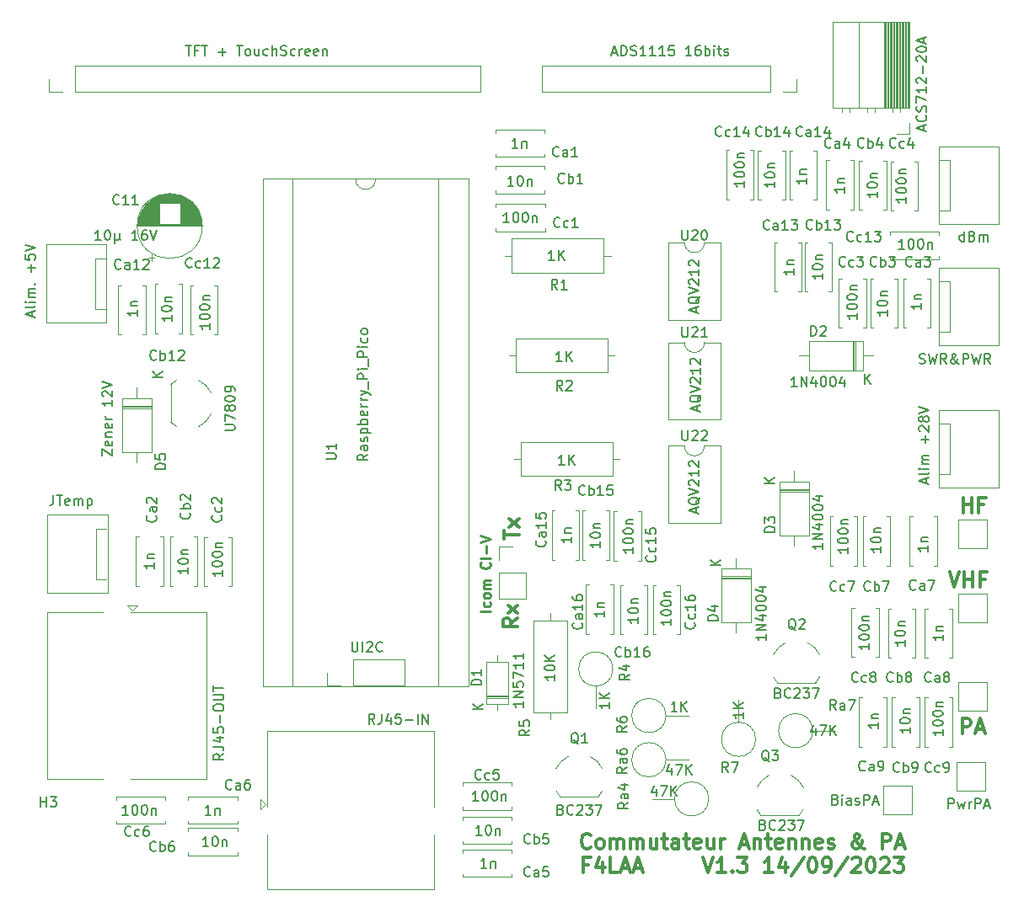
<source format=gbr>
%TF.GenerationSoftware,KiCad,Pcbnew,(6.0.9)*%
%TF.CreationDate,2023-09-14T23:12:55+02:00*%
%TF.ProjectId,Ampli144MHz,416d706c-6931-4343-944d-487a2e6b6963,1.1*%
%TF.SameCoordinates,Original*%
%TF.FileFunction,Legend,Top*%
%TF.FilePolarity,Positive*%
%FSLAX46Y46*%
G04 Gerber Fmt 4.6, Leading zero omitted, Abs format (unit mm)*
G04 Created by KiCad (PCBNEW (6.0.9)) date 2023-09-14 23:12:55*
%MOMM*%
%LPD*%
G01*
G04 APERTURE LIST*
%ADD10C,0.300000*%
%ADD11C,0.150000*%
%ADD12C,0.250000*%
%ADD13C,0.120000*%
G04 APERTURE END LIST*
D10*
X139228142Y-127273857D02*
X138728142Y-127273857D01*
X138728142Y-128059571D02*
X138728142Y-126559571D01*
X139442428Y-126559571D01*
X140656714Y-127059571D02*
X140656714Y-128059571D01*
X140299571Y-126488142D02*
X139942428Y-127559571D01*
X140871000Y-127559571D01*
X142156714Y-128059571D02*
X141442428Y-128059571D01*
X141442428Y-126559571D01*
X142585285Y-127631000D02*
X143299571Y-127631000D01*
X142442428Y-128059571D02*
X142942428Y-126559571D01*
X143442428Y-128059571D01*
X143871000Y-127631000D02*
X144585285Y-127631000D01*
X143728142Y-128059571D02*
X144228142Y-126559571D01*
X144728142Y-128059571D01*
X150728142Y-126559571D02*
X151228142Y-128059571D01*
X151728142Y-126559571D01*
X153013857Y-128059571D02*
X152156714Y-128059571D01*
X152585285Y-128059571D02*
X152585285Y-126559571D01*
X152442428Y-126773857D01*
X152299571Y-126916714D01*
X152156714Y-126988142D01*
X153656714Y-127916714D02*
X153728142Y-127988142D01*
X153656714Y-128059571D01*
X153585285Y-127988142D01*
X153656714Y-127916714D01*
X153656714Y-128059571D01*
X154228142Y-126559571D02*
X155156714Y-126559571D01*
X154656714Y-127131000D01*
X154871000Y-127131000D01*
X155013857Y-127202428D01*
X155085285Y-127273857D01*
X155156714Y-127416714D01*
X155156714Y-127773857D01*
X155085285Y-127916714D01*
X155013857Y-127988142D01*
X154871000Y-128059571D01*
X154442428Y-128059571D01*
X154299571Y-127988142D01*
X154228142Y-127916714D01*
X157728142Y-128059571D02*
X156871000Y-128059571D01*
X157299571Y-128059571D02*
X157299571Y-126559571D01*
X157156714Y-126773857D01*
X157013857Y-126916714D01*
X156871000Y-126988142D01*
X159013857Y-127059571D02*
X159013857Y-128059571D01*
X158656714Y-126488142D02*
X158299571Y-127559571D01*
X159228142Y-127559571D01*
X160871000Y-126488142D02*
X159585285Y-128416714D01*
X161656714Y-126559571D02*
X161799571Y-126559571D01*
X161942428Y-126631000D01*
X162013857Y-126702428D01*
X162085285Y-126845285D01*
X162156714Y-127131000D01*
X162156714Y-127488142D01*
X162085285Y-127773857D01*
X162013857Y-127916714D01*
X161942428Y-127988142D01*
X161799571Y-128059571D01*
X161656714Y-128059571D01*
X161513857Y-127988142D01*
X161442428Y-127916714D01*
X161371000Y-127773857D01*
X161299571Y-127488142D01*
X161299571Y-127131000D01*
X161371000Y-126845285D01*
X161442428Y-126702428D01*
X161513857Y-126631000D01*
X161656714Y-126559571D01*
X162871000Y-128059571D02*
X163156714Y-128059571D01*
X163299571Y-127988142D01*
X163371000Y-127916714D01*
X163513857Y-127702428D01*
X163585285Y-127416714D01*
X163585285Y-126845285D01*
X163513857Y-126702428D01*
X163442428Y-126631000D01*
X163299571Y-126559571D01*
X163013857Y-126559571D01*
X162871000Y-126631000D01*
X162799571Y-126702428D01*
X162728142Y-126845285D01*
X162728142Y-127202428D01*
X162799571Y-127345285D01*
X162871000Y-127416714D01*
X163013857Y-127488142D01*
X163299571Y-127488142D01*
X163442428Y-127416714D01*
X163513857Y-127345285D01*
X163585285Y-127202428D01*
X165299571Y-126488142D02*
X164013857Y-128416714D01*
X165728142Y-126702428D02*
X165799571Y-126631000D01*
X165942428Y-126559571D01*
X166299571Y-126559571D01*
X166442428Y-126631000D01*
X166513857Y-126702428D01*
X166585285Y-126845285D01*
X166585285Y-126988142D01*
X166513857Y-127202428D01*
X165656714Y-128059571D01*
X166585285Y-128059571D01*
X167513857Y-126559571D02*
X167656714Y-126559571D01*
X167799571Y-126631000D01*
X167871000Y-126702428D01*
X167942428Y-126845285D01*
X168013857Y-127131000D01*
X168013857Y-127488142D01*
X167942428Y-127773857D01*
X167871000Y-127916714D01*
X167799571Y-127988142D01*
X167656714Y-128059571D01*
X167513857Y-128059571D01*
X167371000Y-127988142D01*
X167299571Y-127916714D01*
X167228142Y-127773857D01*
X167156714Y-127488142D01*
X167156714Y-127131000D01*
X167228142Y-126845285D01*
X167299571Y-126702428D01*
X167371000Y-126631000D01*
X167513857Y-126559571D01*
X168585285Y-126702428D02*
X168656714Y-126631000D01*
X168799571Y-126559571D01*
X169156714Y-126559571D01*
X169299571Y-126631000D01*
X169371000Y-126702428D01*
X169442428Y-126845285D01*
X169442428Y-126988142D01*
X169371000Y-127202428D01*
X168513857Y-128059571D01*
X169442428Y-128059571D01*
X169942428Y-126559571D02*
X170871000Y-126559571D01*
X170371000Y-127131000D01*
X170585285Y-127131000D01*
X170728142Y-127202428D01*
X170799571Y-127273857D01*
X170871000Y-127416714D01*
X170871000Y-127773857D01*
X170799571Y-127916714D01*
X170728142Y-127988142D01*
X170585285Y-128059571D01*
X170156714Y-128059571D01*
X170013857Y-127988142D01*
X169942428Y-127916714D01*
X176855571Y-91864571D02*
X176855571Y-90364571D01*
X176855571Y-91078857D02*
X177712714Y-91078857D01*
X177712714Y-91864571D02*
X177712714Y-90364571D01*
X178927000Y-91078857D02*
X178427000Y-91078857D01*
X178427000Y-91864571D02*
X178427000Y-90364571D01*
X179141285Y-90364571D01*
D11*
X175395190Y-121610380D02*
X175395190Y-120610380D01*
X175776142Y-120610380D01*
X175871380Y-120658000D01*
X175919000Y-120705619D01*
X175966619Y-120800857D01*
X175966619Y-120943714D01*
X175919000Y-121038952D01*
X175871380Y-121086571D01*
X175776142Y-121134190D01*
X175395190Y-121134190D01*
X176299952Y-120943714D02*
X176490428Y-121610380D01*
X176680904Y-121134190D01*
X176871380Y-121610380D01*
X177061857Y-120943714D01*
X177442809Y-121610380D02*
X177442809Y-120943714D01*
X177442809Y-121134190D02*
X177490428Y-121038952D01*
X177538047Y-120991333D01*
X177633285Y-120943714D01*
X177728523Y-120943714D01*
X178061857Y-121610380D02*
X178061857Y-120610380D01*
X178442809Y-120610380D01*
X178538047Y-120658000D01*
X178585666Y-120705619D01*
X178633285Y-120800857D01*
X178633285Y-120943714D01*
X178585666Y-121038952D01*
X178538047Y-121086571D01*
X178442809Y-121134190D01*
X178061857Y-121134190D01*
X179014238Y-121324666D02*
X179490428Y-121324666D01*
X178919000Y-121610380D02*
X179252333Y-120610380D01*
X179585666Y-121610380D01*
D10*
X132123571Y-102504857D02*
X131409285Y-103004857D01*
X132123571Y-103362000D02*
X130623571Y-103362000D01*
X130623571Y-102790571D01*
X130695000Y-102647714D01*
X130766428Y-102576285D01*
X130909285Y-102504857D01*
X131123571Y-102504857D01*
X131266428Y-102576285D01*
X131337857Y-102647714D01*
X131409285Y-102790571D01*
X131409285Y-103362000D01*
X132123571Y-102004857D02*
X131123571Y-101219142D01*
X131123571Y-102004857D02*
X132123571Y-101219142D01*
X130750571Y-94507714D02*
X130750571Y-93650571D01*
X132250571Y-94079142D02*
X130750571Y-94079142D01*
X132250571Y-93293428D02*
X131250571Y-92507714D01*
X131250571Y-93293428D02*
X132250571Y-92507714D01*
X175490428Y-97857571D02*
X175990428Y-99357571D01*
X176490428Y-97857571D01*
X176990428Y-99357571D02*
X176990428Y-97857571D01*
X176990428Y-98571857D02*
X177847571Y-98571857D01*
X177847571Y-99357571D02*
X177847571Y-97857571D01*
X179061857Y-98571857D02*
X178561857Y-98571857D01*
X178561857Y-99357571D02*
X178561857Y-97857571D01*
X179276142Y-97857571D01*
X176764285Y-114089571D02*
X176764285Y-112589571D01*
X177335714Y-112589571D01*
X177478571Y-112661000D01*
X177550000Y-112732428D01*
X177621428Y-112875285D01*
X177621428Y-113089571D01*
X177550000Y-113232428D01*
X177478571Y-113303857D01*
X177335714Y-113375285D01*
X176764285Y-113375285D01*
X178192857Y-113661000D02*
X178907142Y-113661000D01*
X178050000Y-114089571D02*
X178550000Y-112589571D01*
X179050000Y-114089571D01*
X139435999Y-125503714D02*
X139364571Y-125575142D01*
X139150285Y-125646571D01*
X139007428Y-125646571D01*
X138793142Y-125575142D01*
X138650285Y-125432285D01*
X138578857Y-125289428D01*
X138507428Y-125003714D01*
X138507428Y-124789428D01*
X138578857Y-124503714D01*
X138650285Y-124360857D01*
X138793142Y-124218000D01*
X139007428Y-124146571D01*
X139150285Y-124146571D01*
X139364571Y-124218000D01*
X139435999Y-124289428D01*
X140293142Y-125646571D02*
X140150285Y-125575142D01*
X140078857Y-125503714D01*
X140007428Y-125360857D01*
X140007428Y-124932285D01*
X140078857Y-124789428D01*
X140150285Y-124718000D01*
X140293142Y-124646571D01*
X140507428Y-124646571D01*
X140650285Y-124718000D01*
X140721714Y-124789428D01*
X140793142Y-124932285D01*
X140793142Y-125360857D01*
X140721714Y-125503714D01*
X140650285Y-125575142D01*
X140507428Y-125646571D01*
X140293142Y-125646571D01*
X141435999Y-125646571D02*
X141435999Y-124646571D01*
X141435999Y-124789428D02*
X141507428Y-124718000D01*
X141650285Y-124646571D01*
X141864571Y-124646571D01*
X142007428Y-124718000D01*
X142078857Y-124860857D01*
X142078857Y-125646571D01*
X142078857Y-124860857D02*
X142150285Y-124718000D01*
X142293142Y-124646571D01*
X142507428Y-124646571D01*
X142650285Y-124718000D01*
X142721714Y-124860857D01*
X142721714Y-125646571D01*
X143435999Y-125646571D02*
X143435999Y-124646571D01*
X143435999Y-124789428D02*
X143507428Y-124718000D01*
X143650285Y-124646571D01*
X143864571Y-124646571D01*
X144007428Y-124718000D01*
X144078857Y-124860857D01*
X144078857Y-125646571D01*
X144078857Y-124860857D02*
X144150285Y-124718000D01*
X144293142Y-124646571D01*
X144507428Y-124646571D01*
X144650285Y-124718000D01*
X144721714Y-124860857D01*
X144721714Y-125646571D01*
X146078857Y-124646571D02*
X146078857Y-125646571D01*
X145435999Y-124646571D02*
X145435999Y-125432285D01*
X145507428Y-125575142D01*
X145650285Y-125646571D01*
X145864571Y-125646571D01*
X146007428Y-125575142D01*
X146078857Y-125503714D01*
X146578857Y-124646571D02*
X147150285Y-124646571D01*
X146793142Y-124146571D02*
X146793142Y-125432285D01*
X146864571Y-125575142D01*
X147007428Y-125646571D01*
X147150285Y-125646571D01*
X148293142Y-125646571D02*
X148293142Y-124860857D01*
X148221714Y-124718000D01*
X148078857Y-124646571D01*
X147793142Y-124646571D01*
X147650285Y-124718000D01*
X148293142Y-125575142D02*
X148150285Y-125646571D01*
X147793142Y-125646571D01*
X147650285Y-125575142D01*
X147578857Y-125432285D01*
X147578857Y-125289428D01*
X147650285Y-125146571D01*
X147793142Y-125075142D01*
X148150285Y-125075142D01*
X148293142Y-125003714D01*
X148793142Y-124646571D02*
X149364571Y-124646571D01*
X149007428Y-124146571D02*
X149007428Y-125432285D01*
X149078857Y-125575142D01*
X149221714Y-125646571D01*
X149364571Y-125646571D01*
X150435999Y-125575142D02*
X150293142Y-125646571D01*
X150007428Y-125646571D01*
X149864571Y-125575142D01*
X149793142Y-125432285D01*
X149793142Y-124860857D01*
X149864571Y-124718000D01*
X150007428Y-124646571D01*
X150293142Y-124646571D01*
X150435999Y-124718000D01*
X150507428Y-124860857D01*
X150507428Y-125003714D01*
X149793142Y-125146571D01*
X151793142Y-124646571D02*
X151793142Y-125646571D01*
X151150285Y-124646571D02*
X151150285Y-125432285D01*
X151221714Y-125575142D01*
X151364571Y-125646571D01*
X151578857Y-125646571D01*
X151721714Y-125575142D01*
X151793142Y-125503714D01*
X152507428Y-125646571D02*
X152507428Y-124646571D01*
X152507428Y-124932285D02*
X152578857Y-124789428D01*
X152650285Y-124718000D01*
X152793142Y-124646571D01*
X152935999Y-124646571D01*
X154507428Y-125218000D02*
X155221714Y-125218000D01*
X154364571Y-125646571D02*
X154864571Y-124146571D01*
X155364571Y-125646571D01*
X155864571Y-124646571D02*
X155864571Y-125646571D01*
X155864571Y-124789428D02*
X155935999Y-124718000D01*
X156078857Y-124646571D01*
X156293142Y-124646571D01*
X156435999Y-124718000D01*
X156507428Y-124860857D01*
X156507428Y-125646571D01*
X157007428Y-124646571D02*
X157578857Y-124646571D01*
X157221714Y-124146571D02*
X157221714Y-125432285D01*
X157293142Y-125575142D01*
X157435999Y-125646571D01*
X157578857Y-125646571D01*
X158650285Y-125575142D02*
X158507428Y-125646571D01*
X158221714Y-125646571D01*
X158078857Y-125575142D01*
X158007428Y-125432285D01*
X158007428Y-124860857D01*
X158078857Y-124718000D01*
X158221714Y-124646571D01*
X158507428Y-124646571D01*
X158650285Y-124718000D01*
X158721714Y-124860857D01*
X158721714Y-125003714D01*
X158007428Y-125146571D01*
X159364571Y-124646571D02*
X159364571Y-125646571D01*
X159364571Y-124789428D02*
X159436000Y-124718000D01*
X159578857Y-124646571D01*
X159793142Y-124646571D01*
X159936000Y-124718000D01*
X160007428Y-124860857D01*
X160007428Y-125646571D01*
X160721714Y-124646571D02*
X160721714Y-125646571D01*
X160721714Y-124789428D02*
X160793142Y-124718000D01*
X160936000Y-124646571D01*
X161150285Y-124646571D01*
X161293142Y-124718000D01*
X161364571Y-124860857D01*
X161364571Y-125646571D01*
X162650285Y-125575142D02*
X162507428Y-125646571D01*
X162221714Y-125646571D01*
X162078857Y-125575142D01*
X162007428Y-125432285D01*
X162007428Y-124860857D01*
X162078857Y-124718000D01*
X162221714Y-124646571D01*
X162507428Y-124646571D01*
X162650285Y-124718000D01*
X162721714Y-124860857D01*
X162721714Y-125003714D01*
X162007428Y-125146571D01*
X163293142Y-125575142D02*
X163436000Y-125646571D01*
X163721714Y-125646571D01*
X163864571Y-125575142D01*
X163936000Y-125432285D01*
X163936000Y-125360857D01*
X163864571Y-125218000D01*
X163721714Y-125146571D01*
X163507428Y-125146571D01*
X163364571Y-125075142D01*
X163293142Y-124932285D01*
X163293142Y-124860857D01*
X163364571Y-124718000D01*
X163507428Y-124646571D01*
X163721714Y-124646571D01*
X163864571Y-124718000D01*
X166936000Y-125646571D02*
X166864571Y-125646571D01*
X166721714Y-125575142D01*
X166507428Y-125360857D01*
X166150285Y-124932285D01*
X166007428Y-124718000D01*
X165936000Y-124503714D01*
X165936000Y-124360857D01*
X166007428Y-124218000D01*
X166150285Y-124146571D01*
X166221714Y-124146571D01*
X166364571Y-124218000D01*
X166436000Y-124360857D01*
X166436000Y-124432285D01*
X166364571Y-124575142D01*
X166293142Y-124646571D01*
X165864571Y-124932285D01*
X165793142Y-125003714D01*
X165721714Y-125146571D01*
X165721714Y-125360857D01*
X165793142Y-125503714D01*
X165864571Y-125575142D01*
X166007428Y-125646571D01*
X166221714Y-125646571D01*
X166364571Y-125575142D01*
X166436000Y-125503714D01*
X166650285Y-125218000D01*
X166721714Y-125003714D01*
X166721714Y-124860857D01*
X168721714Y-125646571D02*
X168721714Y-124146571D01*
X169293142Y-124146571D01*
X169436000Y-124218000D01*
X169507428Y-124289428D01*
X169578857Y-124432285D01*
X169578857Y-124646571D01*
X169507428Y-124789428D01*
X169436000Y-124860857D01*
X169293142Y-124932285D01*
X168721714Y-124932285D01*
X170150285Y-125218000D02*
X170864571Y-125218000D01*
X170007428Y-125646571D02*
X170507428Y-124146571D01*
X171007428Y-125646571D01*
D11*
%TO.C,Cc6*%
X93257761Y-124309142D02*
X93210142Y-124356761D01*
X93067285Y-124404380D01*
X92972047Y-124404380D01*
X92829190Y-124356761D01*
X92733952Y-124261523D01*
X92686333Y-124166285D01*
X92638714Y-123975809D01*
X92638714Y-123832952D01*
X92686333Y-123642476D01*
X92733952Y-123547238D01*
X92829190Y-123452000D01*
X92972047Y-123404380D01*
X93067285Y-123404380D01*
X93210142Y-123452000D01*
X93257761Y-123499619D01*
X94114904Y-124356761D02*
X94019666Y-124404380D01*
X93829190Y-124404380D01*
X93733952Y-124356761D01*
X93686333Y-124309142D01*
X93638714Y-124213904D01*
X93638714Y-123928190D01*
X93686333Y-123832952D01*
X93733952Y-123785333D01*
X93829190Y-123737714D01*
X94019666Y-123737714D01*
X94114904Y-123785333D01*
X94972047Y-123404380D02*
X94781571Y-123404380D01*
X94686333Y-123452000D01*
X94638714Y-123499619D01*
X94543476Y-123642476D01*
X94495857Y-123832952D01*
X94495857Y-124213904D01*
X94543476Y-124309142D01*
X94591095Y-124356761D01*
X94686333Y-124404380D01*
X94876809Y-124404380D01*
X94972047Y-124356761D01*
X95019666Y-124309142D01*
X95067285Y-124213904D01*
X95067285Y-123975809D01*
X95019666Y-123880571D01*
X94972047Y-123832952D01*
X94876809Y-123785333D01*
X94686333Y-123785333D01*
X94591095Y-123832952D01*
X94543476Y-123880571D01*
X94495857Y-123975809D01*
X92987952Y-122245380D02*
X92416523Y-122245380D01*
X92702238Y-122245380D02*
X92702238Y-121245380D01*
X92607000Y-121388238D01*
X92511761Y-121483476D01*
X92416523Y-121531095D01*
X93607000Y-121245380D02*
X93702238Y-121245380D01*
X93797476Y-121293000D01*
X93845095Y-121340619D01*
X93892714Y-121435857D01*
X93940333Y-121626333D01*
X93940333Y-121864428D01*
X93892714Y-122054904D01*
X93845095Y-122150142D01*
X93797476Y-122197761D01*
X93702238Y-122245380D01*
X93607000Y-122245380D01*
X93511761Y-122197761D01*
X93464142Y-122150142D01*
X93416523Y-122054904D01*
X93368904Y-121864428D01*
X93368904Y-121626333D01*
X93416523Y-121435857D01*
X93464142Y-121340619D01*
X93511761Y-121293000D01*
X93607000Y-121245380D01*
X94559380Y-121245380D02*
X94654619Y-121245380D01*
X94749857Y-121293000D01*
X94797476Y-121340619D01*
X94845095Y-121435857D01*
X94892714Y-121626333D01*
X94892714Y-121864428D01*
X94845095Y-122054904D01*
X94797476Y-122150142D01*
X94749857Y-122197761D01*
X94654619Y-122245380D01*
X94559380Y-122245380D01*
X94464142Y-122197761D01*
X94416523Y-122150142D01*
X94368904Y-122054904D01*
X94321285Y-121864428D01*
X94321285Y-121626333D01*
X94368904Y-121435857D01*
X94416523Y-121340619D01*
X94464142Y-121293000D01*
X94559380Y-121245380D01*
X95321285Y-121578714D02*
X95321285Y-122245380D01*
X95321285Y-121673952D02*
X95368904Y-121626333D01*
X95464142Y-121578714D01*
X95607000Y-121578714D01*
X95702238Y-121626333D01*
X95749857Y-121721571D01*
X95749857Y-122245380D01*
%TO.C,D4*%
X152217380Y-102719095D02*
X151217380Y-102719095D01*
X151217380Y-102481000D01*
X151265000Y-102338142D01*
X151360238Y-102242904D01*
X151455476Y-102195285D01*
X151645952Y-102147666D01*
X151788809Y-102147666D01*
X151979285Y-102195285D01*
X152074523Y-102242904D01*
X152169761Y-102338142D01*
X152217380Y-102481000D01*
X152217380Y-102719095D01*
X151550714Y-101290523D02*
X152217380Y-101290523D01*
X151169761Y-101528619D02*
X151884047Y-101766714D01*
X151884047Y-101147666D01*
X157043380Y-104123857D02*
X157043380Y-104695285D01*
X157043380Y-104409571D02*
X156043380Y-104409571D01*
X156186238Y-104504809D01*
X156281476Y-104600047D01*
X156329095Y-104695285D01*
X157043380Y-103695285D02*
X156043380Y-103695285D01*
X157043380Y-103123857D01*
X156043380Y-103123857D01*
X156376714Y-102219095D02*
X157043380Y-102219095D01*
X155995761Y-102457190D02*
X156710047Y-102695285D01*
X156710047Y-102076238D01*
X156043380Y-101504809D02*
X156043380Y-101409571D01*
X156091000Y-101314333D01*
X156138619Y-101266714D01*
X156233857Y-101219095D01*
X156424333Y-101171476D01*
X156662428Y-101171476D01*
X156852904Y-101219095D01*
X156948142Y-101266714D01*
X156995761Y-101314333D01*
X157043380Y-101409571D01*
X157043380Y-101504809D01*
X156995761Y-101600047D01*
X156948142Y-101647666D01*
X156852904Y-101695285D01*
X156662428Y-101742904D01*
X156424333Y-101742904D01*
X156233857Y-101695285D01*
X156138619Y-101647666D01*
X156091000Y-101600047D01*
X156043380Y-101504809D01*
X156043380Y-100552428D02*
X156043380Y-100457190D01*
X156091000Y-100361952D01*
X156138619Y-100314333D01*
X156233857Y-100266714D01*
X156424333Y-100219095D01*
X156662428Y-100219095D01*
X156852904Y-100266714D01*
X156948142Y-100314333D01*
X156995761Y-100361952D01*
X157043380Y-100457190D01*
X157043380Y-100552428D01*
X156995761Y-100647666D01*
X156948142Y-100695285D01*
X156852904Y-100742904D01*
X156662428Y-100790523D01*
X156424333Y-100790523D01*
X156233857Y-100742904D01*
X156138619Y-100695285D01*
X156091000Y-100647666D01*
X156043380Y-100552428D01*
X156376714Y-99361952D02*
X157043380Y-99361952D01*
X155995761Y-99600047D02*
X156710047Y-99838142D01*
X156710047Y-99219095D01*
X152471380Y-97162904D02*
X151471380Y-97162904D01*
X152471380Y-96591476D02*
X151899952Y-97020047D01*
X151471380Y-96591476D02*
X152042809Y-97162904D01*
%TO.C,UI2C*%
X115467000Y-104862380D02*
X115467000Y-105671904D01*
X115514619Y-105767142D01*
X115562238Y-105814761D01*
X115657476Y-105862380D01*
X115847952Y-105862380D01*
X115943190Y-105814761D01*
X115990809Y-105767142D01*
X116038428Y-105671904D01*
X116038428Y-104862380D01*
X116514619Y-105862380D02*
X116514619Y-104862380D01*
X116943190Y-104957619D02*
X116990809Y-104910000D01*
X117086047Y-104862380D01*
X117324142Y-104862380D01*
X117419380Y-104910000D01*
X117467000Y-104957619D01*
X117514619Y-105052857D01*
X117514619Y-105148095D01*
X117467000Y-105290952D01*
X116895571Y-105862380D01*
X117514619Y-105862380D01*
X118514619Y-105767142D02*
X118467000Y-105814761D01*
X118324142Y-105862380D01*
X118228904Y-105862380D01*
X118086047Y-105814761D01*
X117990809Y-105719523D01*
X117943190Y-105624285D01*
X117895571Y-105433809D01*
X117895571Y-105290952D01*
X117943190Y-105100476D01*
X117990809Y-105005238D01*
X118086047Y-104910000D01*
X118228904Y-104862380D01*
X118324142Y-104862380D01*
X118467000Y-104910000D01*
X118514619Y-104957619D01*
D12*
%TO.C,JCIV1*%
X129357380Y-101758285D02*
X128357380Y-101758285D01*
X129309761Y-100853523D02*
X129357380Y-100948761D01*
X129357380Y-101139238D01*
X129309761Y-101234476D01*
X129262142Y-101282095D01*
X129166904Y-101329714D01*
X128881190Y-101329714D01*
X128785952Y-101282095D01*
X128738333Y-101234476D01*
X128690714Y-101139238D01*
X128690714Y-100948761D01*
X128738333Y-100853523D01*
X129357380Y-100282095D02*
X129309761Y-100377333D01*
X129262142Y-100424952D01*
X129166904Y-100472571D01*
X128881190Y-100472571D01*
X128785952Y-100424952D01*
X128738333Y-100377333D01*
X128690714Y-100282095D01*
X128690714Y-100139238D01*
X128738333Y-100044000D01*
X128785952Y-99996380D01*
X128881190Y-99948761D01*
X129166904Y-99948761D01*
X129262142Y-99996380D01*
X129309761Y-100044000D01*
X129357380Y-100139238D01*
X129357380Y-100282095D01*
X129357380Y-99520190D02*
X128690714Y-99520190D01*
X128785952Y-99520190D02*
X128738333Y-99472571D01*
X128690714Y-99377333D01*
X128690714Y-99234476D01*
X128738333Y-99139238D01*
X128833571Y-99091619D01*
X129357380Y-99091619D01*
X128833571Y-99091619D02*
X128738333Y-99044000D01*
X128690714Y-98948761D01*
X128690714Y-98805904D01*
X128738333Y-98710666D01*
X128833571Y-98663047D01*
X129357380Y-98663047D01*
X129262142Y-96853523D02*
X129309761Y-96901142D01*
X129357380Y-97044000D01*
X129357380Y-97139238D01*
X129309761Y-97282095D01*
X129214523Y-97377333D01*
X129119285Y-97424952D01*
X128928809Y-97472571D01*
X128785952Y-97472571D01*
X128595476Y-97424952D01*
X128500238Y-97377333D01*
X128405000Y-97282095D01*
X128357380Y-97139238D01*
X128357380Y-97044000D01*
X128405000Y-96901142D01*
X128452619Y-96853523D01*
X129357380Y-96424952D02*
X128357380Y-96424952D01*
X128976428Y-95948761D02*
X128976428Y-95186857D01*
X128357380Y-94853523D02*
X129357380Y-94520190D01*
X128357380Y-94186857D01*
D11*
%TO.C,Cb15*%
X138858761Y-90019142D02*
X138811142Y-90066761D01*
X138668285Y-90114380D01*
X138573047Y-90114380D01*
X138430190Y-90066761D01*
X138334952Y-89971523D01*
X138287333Y-89876285D01*
X138239714Y-89685809D01*
X138239714Y-89542952D01*
X138287333Y-89352476D01*
X138334952Y-89257238D01*
X138430190Y-89162000D01*
X138573047Y-89114380D01*
X138668285Y-89114380D01*
X138811142Y-89162000D01*
X138858761Y-89209619D01*
X139287333Y-90114380D02*
X139287333Y-89114380D01*
X139287333Y-89495333D02*
X139382571Y-89447714D01*
X139573047Y-89447714D01*
X139668285Y-89495333D01*
X139715904Y-89542952D01*
X139763523Y-89638190D01*
X139763523Y-89923904D01*
X139715904Y-90019142D01*
X139668285Y-90066761D01*
X139573047Y-90114380D01*
X139382571Y-90114380D01*
X139287333Y-90066761D01*
X140715904Y-90114380D02*
X140144476Y-90114380D01*
X140430190Y-90114380D02*
X140430190Y-89114380D01*
X140334952Y-89257238D01*
X140239714Y-89352476D01*
X140144476Y-89400095D01*
X141620666Y-89114380D02*
X141144476Y-89114380D01*
X141096857Y-89590571D01*
X141144476Y-89542952D01*
X141239714Y-89495333D01*
X141477809Y-89495333D01*
X141573047Y-89542952D01*
X141620666Y-89590571D01*
X141668285Y-89685809D01*
X141668285Y-89923904D01*
X141620666Y-90019142D01*
X141573047Y-90066761D01*
X141477809Y-90114380D01*
X141239714Y-90114380D01*
X141144476Y-90066761D01*
X141096857Y-90019142D01*
X140406380Y-94789857D02*
X140406380Y-95361285D01*
X140406380Y-95075571D02*
X139406380Y-95075571D01*
X139549238Y-95170809D01*
X139644476Y-95266047D01*
X139692095Y-95361285D01*
X139406380Y-94170809D02*
X139406380Y-94075571D01*
X139454000Y-93980333D01*
X139501619Y-93932714D01*
X139596857Y-93885095D01*
X139787333Y-93837476D01*
X140025428Y-93837476D01*
X140215904Y-93885095D01*
X140311142Y-93932714D01*
X140358761Y-93980333D01*
X140406380Y-94075571D01*
X140406380Y-94170809D01*
X140358761Y-94266047D01*
X140311142Y-94313666D01*
X140215904Y-94361285D01*
X140025428Y-94408904D01*
X139787333Y-94408904D01*
X139596857Y-94361285D01*
X139501619Y-94313666D01*
X139454000Y-94266047D01*
X139406380Y-94170809D01*
X139739714Y-93408904D02*
X140406380Y-93408904D01*
X139834952Y-93408904D02*
X139787333Y-93361285D01*
X139739714Y-93266047D01*
X139739714Y-93123190D01*
X139787333Y-93027952D01*
X139882571Y-92980333D01*
X140406380Y-92980333D01*
%TO.C,Cc9*%
X173648761Y-117872142D02*
X173601142Y-117919761D01*
X173458285Y-117967380D01*
X173363047Y-117967380D01*
X173220190Y-117919761D01*
X173124952Y-117824523D01*
X173077333Y-117729285D01*
X173029714Y-117538809D01*
X173029714Y-117395952D01*
X173077333Y-117205476D01*
X173124952Y-117110238D01*
X173220190Y-117015000D01*
X173363047Y-116967380D01*
X173458285Y-116967380D01*
X173601142Y-117015000D01*
X173648761Y-117062619D01*
X174505904Y-117919761D02*
X174410666Y-117967380D01*
X174220190Y-117967380D01*
X174124952Y-117919761D01*
X174077333Y-117872142D01*
X174029714Y-117776904D01*
X174029714Y-117491190D01*
X174077333Y-117395952D01*
X174124952Y-117348333D01*
X174220190Y-117300714D01*
X174410666Y-117300714D01*
X174505904Y-117348333D01*
X174982095Y-117967380D02*
X175172571Y-117967380D01*
X175267809Y-117919761D01*
X175315428Y-117872142D01*
X175410666Y-117729285D01*
X175458285Y-117538809D01*
X175458285Y-117157857D01*
X175410666Y-117062619D01*
X175363047Y-117015000D01*
X175267809Y-116967380D01*
X175077333Y-116967380D01*
X174982095Y-117015000D01*
X174934476Y-117062619D01*
X174886857Y-117157857D01*
X174886857Y-117395952D01*
X174934476Y-117491190D01*
X174982095Y-117538809D01*
X175077333Y-117586428D01*
X175267809Y-117586428D01*
X175363047Y-117538809D01*
X175410666Y-117491190D01*
X175458285Y-117395952D01*
X174823380Y-113681047D02*
X174823380Y-114252476D01*
X174823380Y-113966761D02*
X173823380Y-113966761D01*
X173966238Y-114062000D01*
X174061476Y-114157238D01*
X174109095Y-114252476D01*
X173823380Y-113062000D02*
X173823380Y-112966761D01*
X173871000Y-112871523D01*
X173918619Y-112823904D01*
X174013857Y-112776285D01*
X174204333Y-112728666D01*
X174442428Y-112728666D01*
X174632904Y-112776285D01*
X174728142Y-112823904D01*
X174775761Y-112871523D01*
X174823380Y-112966761D01*
X174823380Y-113062000D01*
X174775761Y-113157238D01*
X174728142Y-113204857D01*
X174632904Y-113252476D01*
X174442428Y-113300095D01*
X174204333Y-113300095D01*
X174013857Y-113252476D01*
X173918619Y-113204857D01*
X173871000Y-113157238D01*
X173823380Y-113062000D01*
X173823380Y-112109619D02*
X173823380Y-112014380D01*
X173871000Y-111919142D01*
X173918619Y-111871523D01*
X174013857Y-111823904D01*
X174204333Y-111776285D01*
X174442428Y-111776285D01*
X174632904Y-111823904D01*
X174728142Y-111871523D01*
X174775761Y-111919142D01*
X174823380Y-112014380D01*
X174823380Y-112109619D01*
X174775761Y-112204857D01*
X174728142Y-112252476D01*
X174632904Y-112300095D01*
X174442428Y-112347714D01*
X174204333Y-112347714D01*
X174013857Y-112300095D01*
X173918619Y-112252476D01*
X173871000Y-112204857D01*
X173823380Y-112109619D01*
X174156714Y-111347714D02*
X174823380Y-111347714D01*
X174251952Y-111347714D02*
X174204333Y-111300095D01*
X174156714Y-111204857D01*
X174156714Y-111062000D01*
X174204333Y-110966761D01*
X174299571Y-110919142D01*
X174823380Y-110919142D01*
%TO.C,Cb14*%
X156638761Y-53951142D02*
X156591142Y-53998761D01*
X156448285Y-54046380D01*
X156353047Y-54046380D01*
X156210190Y-53998761D01*
X156114952Y-53903523D01*
X156067333Y-53808285D01*
X156019714Y-53617809D01*
X156019714Y-53474952D01*
X156067333Y-53284476D01*
X156114952Y-53189238D01*
X156210190Y-53094000D01*
X156353047Y-53046380D01*
X156448285Y-53046380D01*
X156591142Y-53094000D01*
X156638761Y-53141619D01*
X157067333Y-54046380D02*
X157067333Y-53046380D01*
X157067333Y-53427333D02*
X157162571Y-53379714D01*
X157353047Y-53379714D01*
X157448285Y-53427333D01*
X157495904Y-53474952D01*
X157543523Y-53570190D01*
X157543523Y-53855904D01*
X157495904Y-53951142D01*
X157448285Y-53998761D01*
X157353047Y-54046380D01*
X157162571Y-54046380D01*
X157067333Y-53998761D01*
X158495904Y-54046380D02*
X157924476Y-54046380D01*
X158210190Y-54046380D02*
X158210190Y-53046380D01*
X158114952Y-53189238D01*
X158019714Y-53284476D01*
X157924476Y-53332095D01*
X159353047Y-53379714D02*
X159353047Y-54046380D01*
X159114952Y-52998761D02*
X158876857Y-53713047D01*
X159495904Y-53713047D01*
X157932380Y-58594857D02*
X157932380Y-59166285D01*
X157932380Y-58880571D02*
X156932380Y-58880571D01*
X157075238Y-58975809D01*
X157170476Y-59071047D01*
X157218095Y-59166285D01*
X156932380Y-57975809D02*
X156932380Y-57880571D01*
X156980000Y-57785333D01*
X157027619Y-57737714D01*
X157122857Y-57690095D01*
X157313333Y-57642476D01*
X157551428Y-57642476D01*
X157741904Y-57690095D01*
X157837142Y-57737714D01*
X157884761Y-57785333D01*
X157932380Y-57880571D01*
X157932380Y-57975809D01*
X157884761Y-58071047D01*
X157837142Y-58118666D01*
X157741904Y-58166285D01*
X157551428Y-58213904D01*
X157313333Y-58213904D01*
X157122857Y-58166285D01*
X157027619Y-58118666D01*
X156980000Y-58071047D01*
X156932380Y-57975809D01*
X157265714Y-57213904D02*
X157932380Y-57213904D01*
X157360952Y-57213904D02*
X157313333Y-57166285D01*
X157265714Y-57071047D01*
X157265714Y-56928190D01*
X157313333Y-56832952D01*
X157408571Y-56785333D01*
X157932380Y-56785333D01*
%TO.C,JS+P*%
X172474380Y-76858761D02*
X172617238Y-76906380D01*
X172855333Y-76906380D01*
X172950571Y-76858761D01*
X172998190Y-76811142D01*
X173045809Y-76715904D01*
X173045809Y-76620666D01*
X172998190Y-76525428D01*
X172950571Y-76477809D01*
X172855333Y-76430190D01*
X172664857Y-76382571D01*
X172569619Y-76334952D01*
X172522000Y-76287333D01*
X172474380Y-76192095D01*
X172474380Y-76096857D01*
X172522000Y-76001619D01*
X172569619Y-75954000D01*
X172664857Y-75906380D01*
X172902952Y-75906380D01*
X173045809Y-75954000D01*
X173379142Y-75906380D02*
X173617238Y-76906380D01*
X173807714Y-76192095D01*
X173998190Y-76906380D01*
X174236285Y-75906380D01*
X175188666Y-76906380D02*
X174855333Y-76430190D01*
X174617238Y-76906380D02*
X174617238Y-75906380D01*
X174998190Y-75906380D01*
X175093428Y-75954000D01*
X175141047Y-76001619D01*
X175188666Y-76096857D01*
X175188666Y-76239714D01*
X175141047Y-76334952D01*
X175093428Y-76382571D01*
X174998190Y-76430190D01*
X174617238Y-76430190D01*
X176426761Y-76906380D02*
X176379142Y-76906380D01*
X176283904Y-76858761D01*
X176141047Y-76715904D01*
X175902952Y-76430190D01*
X175807714Y-76287333D01*
X175760095Y-76144476D01*
X175760095Y-76049238D01*
X175807714Y-75954000D01*
X175902952Y-75906380D01*
X175950571Y-75906380D01*
X176045809Y-75954000D01*
X176093428Y-76049238D01*
X176093428Y-76096857D01*
X176045809Y-76192095D01*
X175998190Y-76239714D01*
X175712476Y-76430190D01*
X175664857Y-76477809D01*
X175617238Y-76573047D01*
X175617238Y-76715904D01*
X175664857Y-76811142D01*
X175712476Y-76858761D01*
X175807714Y-76906380D01*
X175950571Y-76906380D01*
X176045809Y-76858761D01*
X176093428Y-76811142D01*
X176236285Y-76620666D01*
X176283904Y-76477809D01*
X176283904Y-76382571D01*
X176855333Y-76906380D02*
X176855333Y-75906380D01*
X177236285Y-75906380D01*
X177331523Y-75954000D01*
X177379142Y-76001619D01*
X177426761Y-76096857D01*
X177426761Y-76239714D01*
X177379142Y-76334952D01*
X177331523Y-76382571D01*
X177236285Y-76430190D01*
X176855333Y-76430190D01*
X177760095Y-75906380D02*
X177998190Y-76906380D01*
X178188666Y-76192095D01*
X178379142Y-76906380D01*
X178617238Y-75906380D01*
X179569619Y-76906380D02*
X179236285Y-76430190D01*
X178998190Y-76906380D02*
X178998190Y-75906380D01*
X179379142Y-75906380D01*
X179474380Y-75954000D01*
X179522000Y-76001619D01*
X179569619Y-76096857D01*
X179569619Y-76239714D01*
X179522000Y-76334952D01*
X179474380Y-76382571D01*
X179379142Y-76430190D01*
X178998190Y-76430190D01*
%TO.C,Cb9*%
X170449952Y-117872142D02*
X170402333Y-117919761D01*
X170259476Y-117967380D01*
X170164238Y-117967380D01*
X170021380Y-117919761D01*
X169926142Y-117824523D01*
X169878523Y-117729285D01*
X169830904Y-117538809D01*
X169830904Y-117395952D01*
X169878523Y-117205476D01*
X169926142Y-117110238D01*
X170021380Y-117015000D01*
X170164238Y-116967380D01*
X170259476Y-116967380D01*
X170402333Y-117015000D01*
X170449952Y-117062619D01*
X170878523Y-117967380D02*
X170878523Y-116967380D01*
X170878523Y-117348333D02*
X170973761Y-117300714D01*
X171164238Y-117300714D01*
X171259476Y-117348333D01*
X171307095Y-117395952D01*
X171354714Y-117491190D01*
X171354714Y-117776904D01*
X171307095Y-117872142D01*
X171259476Y-117919761D01*
X171164238Y-117967380D01*
X170973761Y-117967380D01*
X170878523Y-117919761D01*
X171830904Y-117967380D02*
X172021380Y-117967380D01*
X172116619Y-117919761D01*
X172164238Y-117872142D01*
X172259476Y-117729285D01*
X172307095Y-117538809D01*
X172307095Y-117157857D01*
X172259476Y-117062619D01*
X172211857Y-117015000D01*
X172116619Y-116967380D01*
X171926142Y-116967380D01*
X171830904Y-117015000D01*
X171783285Y-117062619D01*
X171735666Y-117157857D01*
X171735666Y-117395952D01*
X171783285Y-117491190D01*
X171830904Y-117538809D01*
X171926142Y-117586428D01*
X172116619Y-117586428D01*
X172211857Y-117538809D01*
X172259476Y-117491190D01*
X172307095Y-117395952D01*
X171521380Y-113458857D02*
X171521380Y-114030285D01*
X171521380Y-113744571D02*
X170521380Y-113744571D01*
X170664238Y-113839809D01*
X170759476Y-113935047D01*
X170807095Y-114030285D01*
X170521380Y-112839809D02*
X170521380Y-112744571D01*
X170569000Y-112649333D01*
X170616619Y-112601714D01*
X170711857Y-112554095D01*
X170902333Y-112506476D01*
X171140428Y-112506476D01*
X171330904Y-112554095D01*
X171426142Y-112601714D01*
X171473761Y-112649333D01*
X171521380Y-112744571D01*
X171521380Y-112839809D01*
X171473761Y-112935047D01*
X171426142Y-112982666D01*
X171330904Y-113030285D01*
X171140428Y-113077904D01*
X170902333Y-113077904D01*
X170711857Y-113030285D01*
X170616619Y-112982666D01*
X170569000Y-112935047D01*
X170521380Y-112839809D01*
X170854714Y-112077904D02*
X171521380Y-112077904D01*
X170949952Y-112077904D02*
X170902333Y-112030285D01*
X170854714Y-111935047D01*
X170854714Y-111792190D01*
X170902333Y-111696952D01*
X170997571Y-111649333D01*
X171521380Y-111649333D01*
%TO.C,R4*%
X143327380Y-108116666D02*
X142851190Y-108450000D01*
X143327380Y-108688095D02*
X142327380Y-108688095D01*
X142327380Y-108307142D01*
X142375000Y-108211904D01*
X142422619Y-108164285D01*
X142517857Y-108116666D01*
X142660714Y-108116666D01*
X142755952Y-108164285D01*
X142803571Y-108211904D01*
X142851190Y-108307142D01*
X142851190Y-108688095D01*
X142660714Y-107259523D02*
X143327380Y-107259523D01*
X142279761Y-107497619D02*
X142994047Y-107735714D01*
X142994047Y-107116666D01*
X141314380Y-110977285D02*
X141314380Y-111548714D01*
X141314380Y-111263000D02*
X140314380Y-111263000D01*
X140457238Y-111358238D01*
X140552476Y-111453476D01*
X140600095Y-111548714D01*
X141314380Y-110548714D02*
X140314380Y-110548714D01*
X141314380Y-109977285D02*
X140742952Y-110405857D01*
X140314380Y-109977285D02*
X140885809Y-110548714D01*
%TO.C,U1*%
X112863380Y-86486904D02*
X113672904Y-86486904D01*
X113768142Y-86439285D01*
X113815761Y-86391666D01*
X113863380Y-86296428D01*
X113863380Y-86105952D01*
X113815761Y-86010714D01*
X113768142Y-85963095D01*
X113672904Y-85915476D01*
X112863380Y-85915476D01*
X113863380Y-84915476D02*
X113863380Y-85486904D01*
X113863380Y-85201190D02*
X112863380Y-85201190D01*
X113006238Y-85296428D01*
X113101476Y-85391666D01*
X113149095Y-85486904D01*
X117038380Y-86010000D02*
X116562190Y-86343333D01*
X117038380Y-86581428D02*
X116038380Y-86581428D01*
X116038380Y-86200476D01*
X116086000Y-86105238D01*
X116133619Y-86057619D01*
X116228857Y-86010000D01*
X116371714Y-86010000D01*
X116466952Y-86057619D01*
X116514571Y-86105238D01*
X116562190Y-86200476D01*
X116562190Y-86581428D01*
X117038380Y-85152857D02*
X116514571Y-85152857D01*
X116419333Y-85200476D01*
X116371714Y-85295714D01*
X116371714Y-85486190D01*
X116419333Y-85581428D01*
X116990761Y-85152857D02*
X117038380Y-85248095D01*
X117038380Y-85486190D01*
X116990761Y-85581428D01*
X116895523Y-85629047D01*
X116800285Y-85629047D01*
X116705047Y-85581428D01*
X116657428Y-85486190D01*
X116657428Y-85248095D01*
X116609809Y-85152857D01*
X116990761Y-84724285D02*
X117038380Y-84629047D01*
X117038380Y-84438571D01*
X116990761Y-84343333D01*
X116895523Y-84295714D01*
X116847904Y-84295714D01*
X116752666Y-84343333D01*
X116705047Y-84438571D01*
X116705047Y-84581428D01*
X116657428Y-84676666D01*
X116562190Y-84724285D01*
X116514571Y-84724285D01*
X116419333Y-84676666D01*
X116371714Y-84581428D01*
X116371714Y-84438571D01*
X116419333Y-84343333D01*
X116371714Y-83867142D02*
X117371714Y-83867142D01*
X116419333Y-83867142D02*
X116371714Y-83771904D01*
X116371714Y-83581428D01*
X116419333Y-83486190D01*
X116466952Y-83438571D01*
X116562190Y-83390952D01*
X116847904Y-83390952D01*
X116943142Y-83438571D01*
X116990761Y-83486190D01*
X117038380Y-83581428D01*
X117038380Y-83771904D01*
X116990761Y-83867142D01*
X117038380Y-82962380D02*
X116038380Y-82962380D01*
X116419333Y-82962380D02*
X116371714Y-82867142D01*
X116371714Y-82676666D01*
X116419333Y-82581428D01*
X116466952Y-82533809D01*
X116562190Y-82486190D01*
X116847904Y-82486190D01*
X116943142Y-82533809D01*
X116990761Y-82581428D01*
X117038380Y-82676666D01*
X117038380Y-82867142D01*
X116990761Y-82962380D01*
X116990761Y-81676666D02*
X117038380Y-81771904D01*
X117038380Y-81962380D01*
X116990761Y-82057619D01*
X116895523Y-82105238D01*
X116514571Y-82105238D01*
X116419333Y-82057619D01*
X116371714Y-81962380D01*
X116371714Y-81771904D01*
X116419333Y-81676666D01*
X116514571Y-81629047D01*
X116609809Y-81629047D01*
X116705047Y-82105238D01*
X117038380Y-81200476D02*
X116371714Y-81200476D01*
X116562190Y-81200476D02*
X116466952Y-81152857D01*
X116419333Y-81105238D01*
X116371714Y-81010000D01*
X116371714Y-80914761D01*
X117038380Y-80581428D02*
X116371714Y-80581428D01*
X116562190Y-80581428D02*
X116466952Y-80533809D01*
X116419333Y-80486190D01*
X116371714Y-80390952D01*
X116371714Y-80295714D01*
X116371714Y-80057619D02*
X117038380Y-79819523D01*
X116371714Y-79581428D02*
X117038380Y-79819523D01*
X117276476Y-79914761D01*
X117324095Y-79962380D01*
X117371714Y-80057619D01*
X117133619Y-79438571D02*
X117133619Y-78676666D01*
X117038380Y-78438571D02*
X116038380Y-78438571D01*
X116038380Y-78057619D01*
X116086000Y-77962380D01*
X116133619Y-77914761D01*
X116228857Y-77867142D01*
X116371714Y-77867142D01*
X116466952Y-77914761D01*
X116514571Y-77962380D01*
X116562190Y-78057619D01*
X116562190Y-78438571D01*
X117038380Y-77438571D02*
X116371714Y-77438571D01*
X116038380Y-77438571D02*
X116086000Y-77486190D01*
X116133619Y-77438571D01*
X116086000Y-77390952D01*
X116038380Y-77438571D01*
X116133619Y-77438571D01*
X117133619Y-77200476D02*
X117133619Y-76438571D01*
X117038380Y-76200476D02*
X116038380Y-76200476D01*
X116038380Y-75819523D01*
X116086000Y-75724285D01*
X116133619Y-75676666D01*
X116228857Y-75629047D01*
X116371714Y-75629047D01*
X116466952Y-75676666D01*
X116514571Y-75724285D01*
X116562190Y-75819523D01*
X116562190Y-76200476D01*
X117038380Y-75200476D02*
X116371714Y-75200476D01*
X116038380Y-75200476D02*
X116086000Y-75248095D01*
X116133619Y-75200476D01*
X116086000Y-75152857D01*
X116038380Y-75200476D01*
X116133619Y-75200476D01*
X116990761Y-74295714D02*
X117038380Y-74390952D01*
X117038380Y-74581428D01*
X116990761Y-74676666D01*
X116943142Y-74724285D01*
X116847904Y-74771904D01*
X116562190Y-74771904D01*
X116466952Y-74724285D01*
X116419333Y-74676666D01*
X116371714Y-74581428D01*
X116371714Y-74390952D01*
X116419333Y-74295714D01*
X117038380Y-73724285D02*
X116990761Y-73819523D01*
X116943142Y-73867142D01*
X116847904Y-73914761D01*
X116562190Y-73914761D01*
X116466952Y-73867142D01*
X116419333Y-73819523D01*
X116371714Y-73724285D01*
X116371714Y-73581428D01*
X116419333Y-73486190D01*
X116466952Y-73438571D01*
X116562190Y-73390952D01*
X116847904Y-73390952D01*
X116943142Y-73438571D01*
X116990761Y-73486190D01*
X117038380Y-73581428D01*
X117038380Y-73724285D01*
%TO.C,J5*%
X83345666Y-72117619D02*
X83345666Y-71641428D01*
X83631380Y-72212857D02*
X82631380Y-71879523D01*
X83631380Y-71546190D01*
X83631380Y-71070000D02*
X83583761Y-71165238D01*
X83488523Y-71212857D01*
X82631380Y-71212857D01*
X83631380Y-70689047D02*
X82964714Y-70689047D01*
X82631380Y-70689047D02*
X82679000Y-70736666D01*
X82726619Y-70689047D01*
X82679000Y-70641428D01*
X82631380Y-70689047D01*
X82726619Y-70689047D01*
X83631380Y-70212857D02*
X82964714Y-70212857D01*
X83059952Y-70212857D02*
X83012333Y-70165238D01*
X82964714Y-70070000D01*
X82964714Y-69927142D01*
X83012333Y-69831904D01*
X83107571Y-69784285D01*
X83631380Y-69784285D01*
X83107571Y-69784285D02*
X83012333Y-69736666D01*
X82964714Y-69641428D01*
X82964714Y-69498571D01*
X83012333Y-69403333D01*
X83107571Y-69355714D01*
X83631380Y-69355714D01*
X83536142Y-68879523D02*
X83583761Y-68831904D01*
X83631380Y-68879523D01*
X83583761Y-68927142D01*
X83536142Y-68879523D01*
X83631380Y-68879523D01*
X83250428Y-67641428D02*
X83250428Y-66879523D01*
X83631380Y-67260476D02*
X82869476Y-67260476D01*
X82631380Y-65927142D02*
X82631380Y-66403333D01*
X83107571Y-66450952D01*
X83059952Y-66403333D01*
X83012333Y-66308095D01*
X83012333Y-66070000D01*
X83059952Y-65974761D01*
X83107571Y-65927142D01*
X83202809Y-65879523D01*
X83440904Y-65879523D01*
X83536142Y-65927142D01*
X83583761Y-65974761D01*
X83631380Y-66070000D01*
X83631380Y-66308095D01*
X83583761Y-66403333D01*
X83536142Y-66450952D01*
X82631380Y-65593809D02*
X83631380Y-65260476D01*
X82631380Y-64927142D01*
%TO.C,Ca7*%
X172100952Y-99544142D02*
X172053333Y-99591761D01*
X171910476Y-99639380D01*
X171815238Y-99639380D01*
X171672380Y-99591761D01*
X171577142Y-99496523D01*
X171529523Y-99401285D01*
X171481904Y-99210809D01*
X171481904Y-99067952D01*
X171529523Y-98877476D01*
X171577142Y-98782238D01*
X171672380Y-98687000D01*
X171815238Y-98639380D01*
X171910476Y-98639380D01*
X172053333Y-98687000D01*
X172100952Y-98734619D01*
X172958095Y-99639380D02*
X172958095Y-99115571D01*
X172910476Y-99020333D01*
X172815238Y-98972714D01*
X172624761Y-98972714D01*
X172529523Y-99020333D01*
X172958095Y-99591761D02*
X172862857Y-99639380D01*
X172624761Y-99639380D01*
X172529523Y-99591761D01*
X172481904Y-99496523D01*
X172481904Y-99401285D01*
X172529523Y-99306047D01*
X172624761Y-99258428D01*
X172862857Y-99258428D01*
X172958095Y-99210809D01*
X173339047Y-98639380D02*
X174005714Y-98639380D01*
X173577142Y-99639380D01*
X173299380Y-95202666D02*
X173299380Y-95774095D01*
X173299380Y-95488380D02*
X172299380Y-95488380D01*
X172442238Y-95583619D01*
X172537476Y-95678857D01*
X172585095Y-95774095D01*
X172632714Y-94774095D02*
X173299380Y-94774095D01*
X172727952Y-94774095D02*
X172680333Y-94726476D01*
X172632714Y-94631238D01*
X172632714Y-94488380D01*
X172680333Y-94393142D01*
X172775571Y-94345523D01*
X173299380Y-94345523D01*
%TO.C,U7809*%
X102703380Y-83597476D02*
X103512904Y-83597476D01*
X103608142Y-83549857D01*
X103655761Y-83502238D01*
X103703380Y-83407000D01*
X103703380Y-83216523D01*
X103655761Y-83121285D01*
X103608142Y-83073666D01*
X103512904Y-83026047D01*
X102703380Y-83026047D01*
X102703380Y-82645095D02*
X102703380Y-81978428D01*
X103703380Y-82407000D01*
X103131952Y-81454619D02*
X103084333Y-81549857D01*
X103036714Y-81597476D01*
X102941476Y-81645095D01*
X102893857Y-81645095D01*
X102798619Y-81597476D01*
X102751000Y-81549857D01*
X102703380Y-81454619D01*
X102703380Y-81264142D01*
X102751000Y-81168904D01*
X102798619Y-81121285D01*
X102893857Y-81073666D01*
X102941476Y-81073666D01*
X103036714Y-81121285D01*
X103084333Y-81168904D01*
X103131952Y-81264142D01*
X103131952Y-81454619D01*
X103179571Y-81549857D01*
X103227190Y-81597476D01*
X103322428Y-81645095D01*
X103512904Y-81645095D01*
X103608142Y-81597476D01*
X103655761Y-81549857D01*
X103703380Y-81454619D01*
X103703380Y-81264142D01*
X103655761Y-81168904D01*
X103608142Y-81121285D01*
X103512904Y-81073666D01*
X103322428Y-81073666D01*
X103227190Y-81121285D01*
X103179571Y-81168904D01*
X103131952Y-81264142D01*
X102703380Y-80454619D02*
X102703380Y-80359380D01*
X102751000Y-80264142D01*
X102798619Y-80216523D01*
X102893857Y-80168904D01*
X103084333Y-80121285D01*
X103322428Y-80121285D01*
X103512904Y-80168904D01*
X103608142Y-80216523D01*
X103655761Y-80264142D01*
X103703380Y-80359380D01*
X103703380Y-80454619D01*
X103655761Y-80549857D01*
X103608142Y-80597476D01*
X103512904Y-80645095D01*
X103322428Y-80692714D01*
X103084333Y-80692714D01*
X102893857Y-80645095D01*
X102798619Y-80597476D01*
X102751000Y-80549857D01*
X102703380Y-80454619D01*
X103703380Y-79645095D02*
X103703380Y-79454619D01*
X103655761Y-79359380D01*
X103608142Y-79311761D01*
X103465285Y-79216523D01*
X103274809Y-79168904D01*
X102893857Y-79168904D01*
X102798619Y-79216523D01*
X102751000Y-79264142D01*
X102703380Y-79359380D01*
X102703380Y-79549857D01*
X102751000Y-79645095D01*
X102798619Y-79692714D01*
X102893857Y-79740333D01*
X103131952Y-79740333D01*
X103227190Y-79692714D01*
X103274809Y-79645095D01*
X103322428Y-79549857D01*
X103322428Y-79359380D01*
X103274809Y-79264142D01*
X103227190Y-79216523D01*
X103131952Y-79168904D01*
%TO.C,Cc4*%
X170092761Y-55094142D02*
X170045142Y-55141761D01*
X169902285Y-55189380D01*
X169807047Y-55189380D01*
X169664190Y-55141761D01*
X169568952Y-55046523D01*
X169521333Y-54951285D01*
X169473714Y-54760809D01*
X169473714Y-54617952D01*
X169521333Y-54427476D01*
X169568952Y-54332238D01*
X169664190Y-54237000D01*
X169807047Y-54189380D01*
X169902285Y-54189380D01*
X170045142Y-54237000D01*
X170092761Y-54284619D01*
X170949904Y-55141761D02*
X170854666Y-55189380D01*
X170664190Y-55189380D01*
X170568952Y-55141761D01*
X170521333Y-55094142D01*
X170473714Y-54998904D01*
X170473714Y-54713190D01*
X170521333Y-54617952D01*
X170568952Y-54570333D01*
X170664190Y-54522714D01*
X170854666Y-54522714D01*
X170949904Y-54570333D01*
X171807047Y-54522714D02*
X171807047Y-55189380D01*
X171568952Y-54141761D02*
X171330857Y-54856047D01*
X171949904Y-54856047D01*
X171140380Y-60134047D02*
X171140380Y-60705476D01*
X171140380Y-60419761D02*
X170140380Y-60419761D01*
X170283238Y-60515000D01*
X170378476Y-60610238D01*
X170426095Y-60705476D01*
X170140380Y-59515000D02*
X170140380Y-59419761D01*
X170188000Y-59324523D01*
X170235619Y-59276904D01*
X170330857Y-59229285D01*
X170521333Y-59181666D01*
X170759428Y-59181666D01*
X170949904Y-59229285D01*
X171045142Y-59276904D01*
X171092761Y-59324523D01*
X171140380Y-59419761D01*
X171140380Y-59515000D01*
X171092761Y-59610238D01*
X171045142Y-59657857D01*
X170949904Y-59705476D01*
X170759428Y-59753095D01*
X170521333Y-59753095D01*
X170330857Y-59705476D01*
X170235619Y-59657857D01*
X170188000Y-59610238D01*
X170140380Y-59515000D01*
X170140380Y-58562619D02*
X170140380Y-58467380D01*
X170188000Y-58372142D01*
X170235619Y-58324523D01*
X170330857Y-58276904D01*
X170521333Y-58229285D01*
X170759428Y-58229285D01*
X170949904Y-58276904D01*
X171045142Y-58324523D01*
X171092761Y-58372142D01*
X171140380Y-58467380D01*
X171140380Y-58562619D01*
X171092761Y-58657857D01*
X171045142Y-58705476D01*
X170949904Y-58753095D01*
X170759428Y-58800714D01*
X170521333Y-58800714D01*
X170330857Y-58753095D01*
X170235619Y-58705476D01*
X170188000Y-58657857D01*
X170140380Y-58562619D01*
X170473714Y-57800714D02*
X171140380Y-57800714D01*
X170568952Y-57800714D02*
X170521333Y-57753095D01*
X170473714Y-57657857D01*
X170473714Y-57515000D01*
X170521333Y-57419761D01*
X170616571Y-57372142D01*
X171140380Y-57372142D01*
%TO.C,H3*%
X84201095Y-121443380D02*
X84201095Y-120443380D01*
X84201095Y-120919571D02*
X84772523Y-120919571D01*
X84772523Y-121443380D02*
X84772523Y-120443380D01*
X85153476Y-120443380D02*
X85772523Y-120443380D01*
X85439190Y-120824333D01*
X85582047Y-120824333D01*
X85677285Y-120871952D01*
X85724904Y-120919571D01*
X85772523Y-121014809D01*
X85772523Y-121252904D01*
X85724904Y-121348142D01*
X85677285Y-121395761D01*
X85582047Y-121443380D01*
X85296333Y-121443380D01*
X85201095Y-121395761D01*
X85153476Y-121348142D01*
%TO.C,JAmp*%
X172886666Y-53410857D02*
X172886666Y-52934666D01*
X173172380Y-53506095D02*
X172172380Y-53172761D01*
X173172380Y-52839428D01*
X173077142Y-51934666D02*
X173124761Y-51982285D01*
X173172380Y-52125142D01*
X173172380Y-52220380D01*
X173124761Y-52363238D01*
X173029523Y-52458476D01*
X172934285Y-52506095D01*
X172743809Y-52553714D01*
X172600952Y-52553714D01*
X172410476Y-52506095D01*
X172315238Y-52458476D01*
X172220000Y-52363238D01*
X172172380Y-52220380D01*
X172172380Y-52125142D01*
X172220000Y-51982285D01*
X172267619Y-51934666D01*
X173124761Y-51553714D02*
X173172380Y-51410857D01*
X173172380Y-51172761D01*
X173124761Y-51077523D01*
X173077142Y-51029904D01*
X172981904Y-50982285D01*
X172886666Y-50982285D01*
X172791428Y-51029904D01*
X172743809Y-51077523D01*
X172696190Y-51172761D01*
X172648571Y-51363238D01*
X172600952Y-51458476D01*
X172553333Y-51506095D01*
X172458095Y-51553714D01*
X172362857Y-51553714D01*
X172267619Y-51506095D01*
X172220000Y-51458476D01*
X172172380Y-51363238D01*
X172172380Y-51125142D01*
X172220000Y-50982285D01*
X172172380Y-50648952D02*
X172172380Y-49982285D01*
X173172380Y-50410857D01*
X173172380Y-49077523D02*
X173172380Y-49648952D01*
X173172380Y-49363238D02*
X172172380Y-49363238D01*
X172315238Y-49458476D01*
X172410476Y-49553714D01*
X172458095Y-49648952D01*
X172267619Y-48696571D02*
X172220000Y-48648952D01*
X172172380Y-48553714D01*
X172172380Y-48315619D01*
X172220000Y-48220380D01*
X172267619Y-48172761D01*
X172362857Y-48125142D01*
X172458095Y-48125142D01*
X172600952Y-48172761D01*
X173172380Y-48744190D01*
X173172380Y-48125142D01*
X172791428Y-47696571D02*
X172791428Y-46934666D01*
X172267619Y-46506095D02*
X172220000Y-46458476D01*
X172172380Y-46363238D01*
X172172380Y-46125142D01*
X172220000Y-46029904D01*
X172267619Y-45982285D01*
X172362857Y-45934666D01*
X172458095Y-45934666D01*
X172600952Y-45982285D01*
X173172380Y-46553714D01*
X173172380Y-45934666D01*
X172172380Y-45315619D02*
X172172380Y-45220380D01*
X172220000Y-45125142D01*
X172267619Y-45077523D01*
X172362857Y-45029904D01*
X172553333Y-44982285D01*
X172791428Y-44982285D01*
X172981904Y-45029904D01*
X173077142Y-45077523D01*
X173124761Y-45125142D01*
X173172380Y-45220380D01*
X173172380Y-45315619D01*
X173124761Y-45410857D01*
X173077142Y-45458476D01*
X172981904Y-45506095D01*
X172791428Y-45553714D01*
X172553333Y-45553714D01*
X172362857Y-45506095D01*
X172267619Y-45458476D01*
X172220000Y-45410857D01*
X172172380Y-45315619D01*
X172886666Y-44601333D02*
X172886666Y-44125142D01*
X173172380Y-44696571D02*
X172172380Y-44363238D01*
X173172380Y-44029904D01*
%TO.C,Cc7*%
X164123761Y-99671142D02*
X164076142Y-99718761D01*
X163933285Y-99766380D01*
X163838047Y-99766380D01*
X163695190Y-99718761D01*
X163599952Y-99623523D01*
X163552333Y-99528285D01*
X163504714Y-99337809D01*
X163504714Y-99194952D01*
X163552333Y-99004476D01*
X163599952Y-98909238D01*
X163695190Y-98814000D01*
X163838047Y-98766380D01*
X163933285Y-98766380D01*
X164076142Y-98814000D01*
X164123761Y-98861619D01*
X164980904Y-99718761D02*
X164885666Y-99766380D01*
X164695190Y-99766380D01*
X164599952Y-99718761D01*
X164552333Y-99671142D01*
X164504714Y-99575904D01*
X164504714Y-99290190D01*
X164552333Y-99194952D01*
X164599952Y-99147333D01*
X164695190Y-99099714D01*
X164885666Y-99099714D01*
X164980904Y-99147333D01*
X165314238Y-98766380D02*
X165980904Y-98766380D01*
X165552333Y-99766380D01*
X165298380Y-95353047D02*
X165298380Y-95924476D01*
X165298380Y-95638761D02*
X164298380Y-95638761D01*
X164441238Y-95734000D01*
X164536476Y-95829238D01*
X164584095Y-95924476D01*
X164298380Y-94734000D02*
X164298380Y-94638761D01*
X164346000Y-94543523D01*
X164393619Y-94495904D01*
X164488857Y-94448285D01*
X164679333Y-94400666D01*
X164917428Y-94400666D01*
X165107904Y-94448285D01*
X165203142Y-94495904D01*
X165250761Y-94543523D01*
X165298380Y-94638761D01*
X165298380Y-94734000D01*
X165250761Y-94829238D01*
X165203142Y-94876857D01*
X165107904Y-94924476D01*
X164917428Y-94972095D01*
X164679333Y-94972095D01*
X164488857Y-94924476D01*
X164393619Y-94876857D01*
X164346000Y-94829238D01*
X164298380Y-94734000D01*
X164298380Y-93781619D02*
X164298380Y-93686380D01*
X164346000Y-93591142D01*
X164393619Y-93543523D01*
X164488857Y-93495904D01*
X164679333Y-93448285D01*
X164917428Y-93448285D01*
X165107904Y-93495904D01*
X165203142Y-93543523D01*
X165250761Y-93591142D01*
X165298380Y-93686380D01*
X165298380Y-93781619D01*
X165250761Y-93876857D01*
X165203142Y-93924476D01*
X165107904Y-93972095D01*
X164917428Y-94019714D01*
X164679333Y-94019714D01*
X164488857Y-93972095D01*
X164393619Y-93924476D01*
X164346000Y-93876857D01*
X164298380Y-93781619D01*
X164631714Y-93019714D02*
X165298380Y-93019714D01*
X164726952Y-93019714D02*
X164679333Y-92972095D01*
X164631714Y-92876857D01*
X164631714Y-92734000D01*
X164679333Y-92638761D01*
X164774571Y-92591142D01*
X165298380Y-92591142D01*
%TO.C,D5*%
X96718380Y-87479095D02*
X95718380Y-87479095D01*
X95718380Y-87241000D01*
X95766000Y-87098142D01*
X95861238Y-87002904D01*
X95956476Y-86955285D01*
X96146952Y-86907666D01*
X96289809Y-86907666D01*
X96480285Y-86955285D01*
X96575523Y-87002904D01*
X96670761Y-87098142D01*
X96718380Y-87241000D01*
X96718380Y-87479095D01*
X95718380Y-86002904D02*
X95718380Y-86479095D01*
X96194571Y-86526714D01*
X96146952Y-86479095D01*
X96099333Y-86383857D01*
X96099333Y-86145761D01*
X96146952Y-86050523D01*
X96194571Y-86002904D01*
X96289809Y-85955285D01*
X96527904Y-85955285D01*
X96623142Y-86002904D01*
X96670761Y-86050523D01*
X96718380Y-86145761D01*
X96718380Y-86383857D01*
X96670761Y-86479095D01*
X96623142Y-86526714D01*
X90384380Y-86137285D02*
X90384380Y-85470619D01*
X91384380Y-86137285D01*
X91384380Y-85470619D01*
X91336761Y-84708714D02*
X91384380Y-84803952D01*
X91384380Y-84994428D01*
X91336761Y-85089666D01*
X91241523Y-85137285D01*
X90860571Y-85137285D01*
X90765333Y-85089666D01*
X90717714Y-84994428D01*
X90717714Y-84803952D01*
X90765333Y-84708714D01*
X90860571Y-84661095D01*
X90955809Y-84661095D01*
X91051047Y-85137285D01*
X90717714Y-84232523D02*
X91384380Y-84232523D01*
X90812952Y-84232523D02*
X90765333Y-84184904D01*
X90717714Y-84089666D01*
X90717714Y-83946809D01*
X90765333Y-83851571D01*
X90860571Y-83803952D01*
X91384380Y-83803952D01*
X91336761Y-82946809D02*
X91384380Y-83042047D01*
X91384380Y-83232523D01*
X91336761Y-83327761D01*
X91241523Y-83375380D01*
X90860571Y-83375380D01*
X90765333Y-83327761D01*
X90717714Y-83232523D01*
X90717714Y-83042047D01*
X90765333Y-82946809D01*
X90860571Y-82899190D01*
X90955809Y-82899190D01*
X91051047Y-83375380D01*
X91384380Y-82470619D02*
X90717714Y-82470619D01*
X90908190Y-82470619D02*
X90812952Y-82423000D01*
X90765333Y-82375380D01*
X90717714Y-82280142D01*
X90717714Y-82184904D01*
X91384380Y-80565857D02*
X91384380Y-81137285D01*
X91384380Y-80851571D02*
X90384380Y-80851571D01*
X90527238Y-80946809D01*
X90622476Y-81042047D01*
X90670095Y-81137285D01*
X90479619Y-80184904D02*
X90432000Y-80137285D01*
X90384380Y-80042047D01*
X90384380Y-79803952D01*
X90432000Y-79708714D01*
X90479619Y-79661095D01*
X90574857Y-79613476D01*
X90670095Y-79613476D01*
X90812952Y-79661095D01*
X91384380Y-80232523D01*
X91384380Y-79613476D01*
X90384380Y-79327761D02*
X91384380Y-78994428D01*
X90384380Y-78661095D01*
X96405380Y-78239904D02*
X95405380Y-78239904D01*
X96405380Y-77668476D02*
X95833952Y-78097047D01*
X95405380Y-77668476D02*
X95976809Y-78239904D01*
%TO.C,Ca3*%
X171719952Y-67032142D02*
X171672333Y-67079761D01*
X171529476Y-67127380D01*
X171434238Y-67127380D01*
X171291380Y-67079761D01*
X171196142Y-66984523D01*
X171148523Y-66889285D01*
X171100904Y-66698809D01*
X171100904Y-66555952D01*
X171148523Y-66365476D01*
X171196142Y-66270238D01*
X171291380Y-66175000D01*
X171434238Y-66127380D01*
X171529476Y-66127380D01*
X171672333Y-66175000D01*
X171719952Y-66222619D01*
X172577095Y-67127380D02*
X172577095Y-66603571D01*
X172529476Y-66508333D01*
X172434238Y-66460714D01*
X172243761Y-66460714D01*
X172148523Y-66508333D01*
X172577095Y-67079761D02*
X172481857Y-67127380D01*
X172243761Y-67127380D01*
X172148523Y-67079761D01*
X172100904Y-66984523D01*
X172100904Y-66889285D01*
X172148523Y-66794047D01*
X172243761Y-66746428D01*
X172481857Y-66746428D01*
X172577095Y-66698809D01*
X172958047Y-66127380D02*
X173577095Y-66127380D01*
X173243761Y-66508333D01*
X173386619Y-66508333D01*
X173481857Y-66555952D01*
X173529476Y-66603571D01*
X173577095Y-66698809D01*
X173577095Y-66936904D01*
X173529476Y-67032142D01*
X173481857Y-67079761D01*
X173386619Y-67127380D01*
X173100904Y-67127380D01*
X173005666Y-67079761D01*
X172958047Y-67032142D01*
X172664380Y-70825666D02*
X172664380Y-71397095D01*
X172664380Y-71111380D02*
X171664380Y-71111380D01*
X171807238Y-71206619D01*
X171902476Y-71301857D01*
X171950095Y-71397095D01*
X171997714Y-70397095D02*
X172664380Y-70397095D01*
X172092952Y-70397095D02*
X172045333Y-70349476D01*
X171997714Y-70254238D01*
X171997714Y-70111380D01*
X172045333Y-70016142D01*
X172140571Y-69968523D01*
X172664380Y-69968523D01*
%TO.C,JTemp*%
X85463285Y-90130380D02*
X85463285Y-90844666D01*
X85415666Y-90987523D01*
X85320428Y-91082761D01*
X85177571Y-91130380D01*
X85082333Y-91130380D01*
X85796619Y-90130380D02*
X86368047Y-90130380D01*
X86082333Y-91130380D02*
X86082333Y-90130380D01*
X87082333Y-91082761D02*
X86987095Y-91130380D01*
X86796619Y-91130380D01*
X86701380Y-91082761D01*
X86653761Y-90987523D01*
X86653761Y-90606571D01*
X86701380Y-90511333D01*
X86796619Y-90463714D01*
X86987095Y-90463714D01*
X87082333Y-90511333D01*
X87129952Y-90606571D01*
X87129952Y-90701809D01*
X86653761Y-90797047D01*
X87558523Y-91130380D02*
X87558523Y-90463714D01*
X87558523Y-90558952D02*
X87606142Y-90511333D01*
X87701380Y-90463714D01*
X87844238Y-90463714D01*
X87939476Y-90511333D01*
X87987095Y-90606571D01*
X87987095Y-91130380D01*
X87987095Y-90606571D02*
X88034714Y-90511333D01*
X88129952Y-90463714D01*
X88272809Y-90463714D01*
X88368047Y-90511333D01*
X88415666Y-90606571D01*
X88415666Y-91130380D01*
X88891857Y-90463714D02*
X88891857Y-91463714D01*
X88891857Y-90511333D02*
X88987095Y-90463714D01*
X89177571Y-90463714D01*
X89272809Y-90511333D01*
X89320428Y-90558952D01*
X89368047Y-90654190D01*
X89368047Y-90939904D01*
X89320428Y-91035142D01*
X89272809Y-91082761D01*
X89177571Y-91130380D01*
X88987095Y-91130380D01*
X88891857Y-91082761D01*
%TO.C,Cb6*%
X95773952Y-125833142D02*
X95726333Y-125880761D01*
X95583476Y-125928380D01*
X95488238Y-125928380D01*
X95345380Y-125880761D01*
X95250142Y-125785523D01*
X95202523Y-125690285D01*
X95154904Y-125499809D01*
X95154904Y-125356952D01*
X95202523Y-125166476D01*
X95250142Y-125071238D01*
X95345380Y-124976000D01*
X95488238Y-124928380D01*
X95583476Y-124928380D01*
X95726333Y-124976000D01*
X95773952Y-125023619D01*
X96202523Y-125928380D02*
X96202523Y-124928380D01*
X96202523Y-125309333D02*
X96297761Y-125261714D01*
X96488238Y-125261714D01*
X96583476Y-125309333D01*
X96631095Y-125356952D01*
X96678714Y-125452190D01*
X96678714Y-125737904D01*
X96631095Y-125833142D01*
X96583476Y-125880761D01*
X96488238Y-125928380D01*
X96297761Y-125928380D01*
X96202523Y-125880761D01*
X97535857Y-124928380D02*
X97345380Y-124928380D01*
X97250142Y-124976000D01*
X97202523Y-125023619D01*
X97107285Y-125166476D01*
X97059666Y-125356952D01*
X97059666Y-125737904D01*
X97107285Y-125833142D01*
X97154904Y-125880761D01*
X97250142Y-125928380D01*
X97440619Y-125928380D01*
X97535857Y-125880761D01*
X97583476Y-125833142D01*
X97631095Y-125737904D01*
X97631095Y-125499809D01*
X97583476Y-125404571D01*
X97535857Y-125356952D01*
X97440619Y-125309333D01*
X97250142Y-125309333D01*
X97154904Y-125356952D01*
X97107285Y-125404571D01*
X97059666Y-125499809D01*
X101044142Y-125420380D02*
X100472714Y-125420380D01*
X100758428Y-125420380D02*
X100758428Y-124420380D01*
X100663190Y-124563238D01*
X100567952Y-124658476D01*
X100472714Y-124706095D01*
X101663190Y-124420380D02*
X101758428Y-124420380D01*
X101853666Y-124468000D01*
X101901285Y-124515619D01*
X101948904Y-124610857D01*
X101996523Y-124801333D01*
X101996523Y-125039428D01*
X101948904Y-125229904D01*
X101901285Y-125325142D01*
X101853666Y-125372761D01*
X101758428Y-125420380D01*
X101663190Y-125420380D01*
X101567952Y-125372761D01*
X101520333Y-125325142D01*
X101472714Y-125229904D01*
X101425095Y-125039428D01*
X101425095Y-124801333D01*
X101472714Y-124610857D01*
X101520333Y-124515619D01*
X101567952Y-124468000D01*
X101663190Y-124420380D01*
X102425095Y-124753714D02*
X102425095Y-125420380D01*
X102425095Y-124848952D02*
X102472714Y-124801333D01*
X102567952Y-124753714D01*
X102710809Y-124753714D01*
X102806047Y-124801333D01*
X102853666Y-124896571D01*
X102853666Y-125420380D01*
%TO.C,RJ45-IN*%
X117737238Y-113101380D02*
X117403904Y-112625190D01*
X117165809Y-113101380D02*
X117165809Y-112101380D01*
X117546761Y-112101380D01*
X117642000Y-112149000D01*
X117689619Y-112196619D01*
X117737238Y-112291857D01*
X117737238Y-112434714D01*
X117689619Y-112529952D01*
X117642000Y-112577571D01*
X117546761Y-112625190D01*
X117165809Y-112625190D01*
X118451523Y-112101380D02*
X118451523Y-112815666D01*
X118403904Y-112958523D01*
X118308666Y-113053761D01*
X118165809Y-113101380D01*
X118070571Y-113101380D01*
X119356285Y-112434714D02*
X119356285Y-113101380D01*
X119118190Y-112053761D02*
X118880095Y-112768047D01*
X119499142Y-112768047D01*
X120356285Y-112101380D02*
X119880095Y-112101380D01*
X119832476Y-112577571D01*
X119880095Y-112529952D01*
X119975333Y-112482333D01*
X120213428Y-112482333D01*
X120308666Y-112529952D01*
X120356285Y-112577571D01*
X120403904Y-112672809D01*
X120403904Y-112910904D01*
X120356285Y-113006142D01*
X120308666Y-113053761D01*
X120213428Y-113101380D01*
X119975333Y-113101380D01*
X119880095Y-113053761D01*
X119832476Y-113006142D01*
X120832476Y-112720428D02*
X121594380Y-112720428D01*
X122070571Y-113101380D02*
X122070571Y-112101380D01*
X122546761Y-113101380D02*
X122546761Y-112101380D01*
X123118190Y-113101380D01*
X123118190Y-112101380D01*
%TO.C,Ra6*%
X143073380Y-117459047D02*
X142597190Y-117792380D01*
X143073380Y-118030476D02*
X142073380Y-118030476D01*
X142073380Y-117649523D01*
X142121000Y-117554285D01*
X142168619Y-117506666D01*
X142263857Y-117459047D01*
X142406714Y-117459047D01*
X142501952Y-117506666D01*
X142549571Y-117554285D01*
X142597190Y-117649523D01*
X142597190Y-118030476D01*
X143073380Y-116601904D02*
X142549571Y-116601904D01*
X142454333Y-116649523D01*
X142406714Y-116744761D01*
X142406714Y-116935238D01*
X142454333Y-117030476D01*
X143025761Y-116601904D02*
X143073380Y-116697142D01*
X143073380Y-116935238D01*
X143025761Y-117030476D01*
X142930523Y-117078095D01*
X142835285Y-117078095D01*
X142740047Y-117030476D01*
X142692428Y-116935238D01*
X142692428Y-116697142D01*
X142644809Y-116601904D01*
X142073380Y-115697142D02*
X142073380Y-115887619D01*
X142121000Y-115982857D01*
X142168619Y-116030476D01*
X142311476Y-116125714D01*
X142501952Y-116173333D01*
X142882904Y-116173333D01*
X142978142Y-116125714D01*
X143025761Y-116078095D01*
X143073380Y-115982857D01*
X143073380Y-115792380D01*
X143025761Y-115697142D01*
X142978142Y-115649523D01*
X142882904Y-115601904D01*
X142644809Y-115601904D01*
X142549571Y-115649523D01*
X142501952Y-115697142D01*
X142454333Y-115792380D01*
X142454333Y-115982857D01*
X142501952Y-116078095D01*
X142549571Y-116125714D01*
X142644809Y-116173333D01*
X147550285Y-117514714D02*
X147550285Y-118181380D01*
X147312190Y-117133761D02*
X147074095Y-117848047D01*
X147693142Y-117848047D01*
X147978857Y-117181380D02*
X148645523Y-117181380D01*
X148216952Y-118181380D01*
X149026476Y-118181380D02*
X149026476Y-117181380D01*
X149597904Y-118181380D02*
X149169333Y-117609952D01*
X149597904Y-117181380D02*
X149026476Y-117752809D01*
%TO.C,C11*%
X92067142Y-60809142D02*
X92019523Y-60856761D01*
X91876666Y-60904380D01*
X91781428Y-60904380D01*
X91638571Y-60856761D01*
X91543333Y-60761523D01*
X91495714Y-60666285D01*
X91448095Y-60475809D01*
X91448095Y-60332952D01*
X91495714Y-60142476D01*
X91543333Y-60047238D01*
X91638571Y-59952000D01*
X91781428Y-59904380D01*
X91876666Y-59904380D01*
X92019523Y-59952000D01*
X92067142Y-59999619D01*
X93019523Y-60904380D02*
X92448095Y-60904380D01*
X92733809Y-60904380D02*
X92733809Y-59904380D01*
X92638571Y-60047238D01*
X92543333Y-60142476D01*
X92448095Y-60190095D01*
X93971904Y-60904380D02*
X93400476Y-60904380D01*
X93686190Y-60904380D02*
X93686190Y-59904380D01*
X93590952Y-60047238D01*
X93495714Y-60142476D01*
X93400476Y-60190095D01*
X90233809Y-64460380D02*
X89662380Y-64460380D01*
X89948095Y-64460380D02*
X89948095Y-63460380D01*
X89852857Y-63603238D01*
X89757619Y-63698476D01*
X89662380Y-63746095D01*
X90852857Y-63460380D02*
X90948095Y-63460380D01*
X91043333Y-63508000D01*
X91090952Y-63555619D01*
X91138571Y-63650857D01*
X91186190Y-63841333D01*
X91186190Y-64079428D01*
X91138571Y-64269904D01*
X91090952Y-64365142D01*
X91043333Y-64412761D01*
X90948095Y-64460380D01*
X90852857Y-64460380D01*
X90757619Y-64412761D01*
X90710000Y-64365142D01*
X90662380Y-64269904D01*
X90614761Y-64079428D01*
X90614761Y-63841333D01*
X90662380Y-63650857D01*
X90710000Y-63555619D01*
X90757619Y-63508000D01*
X90852857Y-63460380D01*
X91614761Y-63793714D02*
X91614761Y-64793714D01*
X92090952Y-64317523D02*
X92138571Y-64412761D01*
X92233809Y-64460380D01*
X91614761Y-64317523D02*
X91662380Y-64412761D01*
X91757619Y-64460380D01*
X91948095Y-64460380D01*
X92043333Y-64412761D01*
X92090952Y-64317523D01*
X92090952Y-63793714D01*
X93948095Y-64460380D02*
X93376666Y-64460380D01*
X93662380Y-64460380D02*
X93662380Y-63460380D01*
X93567142Y-63603238D01*
X93471904Y-63698476D01*
X93376666Y-63746095D01*
X94805238Y-63460380D02*
X94614761Y-63460380D01*
X94519523Y-63508000D01*
X94471904Y-63555619D01*
X94376666Y-63698476D01*
X94329047Y-63888952D01*
X94329047Y-64269904D01*
X94376666Y-64365142D01*
X94424285Y-64412761D01*
X94519523Y-64460380D01*
X94710000Y-64460380D01*
X94805238Y-64412761D01*
X94852857Y-64365142D01*
X94900476Y-64269904D01*
X94900476Y-64031809D01*
X94852857Y-63936571D01*
X94805238Y-63888952D01*
X94710000Y-63841333D01*
X94519523Y-63841333D01*
X94424285Y-63888952D01*
X94376666Y-63936571D01*
X94329047Y-64031809D01*
X95186190Y-63460380D02*
X95519523Y-64460380D01*
X95852857Y-63460380D01*
%TO.C,CKBias1*%
X164036619Y-120705571D02*
X164179476Y-120753190D01*
X164227095Y-120800809D01*
X164274714Y-120896047D01*
X164274714Y-121038904D01*
X164227095Y-121134142D01*
X164179476Y-121181761D01*
X164084238Y-121229380D01*
X163703285Y-121229380D01*
X163703285Y-120229380D01*
X164036619Y-120229380D01*
X164131857Y-120277000D01*
X164179476Y-120324619D01*
X164227095Y-120419857D01*
X164227095Y-120515095D01*
X164179476Y-120610333D01*
X164131857Y-120657952D01*
X164036619Y-120705571D01*
X163703285Y-120705571D01*
X164703285Y-121229380D02*
X164703285Y-120562714D01*
X164703285Y-120229380D02*
X164655666Y-120277000D01*
X164703285Y-120324619D01*
X164750904Y-120277000D01*
X164703285Y-120229380D01*
X164703285Y-120324619D01*
X165608047Y-121229380D02*
X165608047Y-120705571D01*
X165560428Y-120610333D01*
X165465190Y-120562714D01*
X165274714Y-120562714D01*
X165179476Y-120610333D01*
X165608047Y-121181761D02*
X165512809Y-121229380D01*
X165274714Y-121229380D01*
X165179476Y-121181761D01*
X165131857Y-121086523D01*
X165131857Y-120991285D01*
X165179476Y-120896047D01*
X165274714Y-120848428D01*
X165512809Y-120848428D01*
X165608047Y-120800809D01*
X166036619Y-121181761D02*
X166131857Y-121229380D01*
X166322333Y-121229380D01*
X166417571Y-121181761D01*
X166465190Y-121086523D01*
X166465190Y-121038904D01*
X166417571Y-120943666D01*
X166322333Y-120896047D01*
X166179476Y-120896047D01*
X166084238Y-120848428D01*
X166036619Y-120753190D01*
X166036619Y-120705571D01*
X166084238Y-120610333D01*
X166179476Y-120562714D01*
X166322333Y-120562714D01*
X166417571Y-120610333D01*
X166893761Y-121229380D02*
X166893761Y-120229380D01*
X167274714Y-120229380D01*
X167369952Y-120277000D01*
X167417571Y-120324619D01*
X167465190Y-120419857D01*
X167465190Y-120562714D01*
X167417571Y-120657952D01*
X167369952Y-120705571D01*
X167274714Y-120753190D01*
X166893761Y-120753190D01*
X167846142Y-120943666D02*
X168322333Y-120943666D01*
X167750904Y-121229380D02*
X168084238Y-120229380D01*
X168417571Y-121229380D01*
%TO.C,Ca13*%
X157400761Y-63349142D02*
X157353142Y-63396761D01*
X157210285Y-63444380D01*
X157115047Y-63444380D01*
X156972190Y-63396761D01*
X156876952Y-63301523D01*
X156829333Y-63206285D01*
X156781714Y-63015809D01*
X156781714Y-62872952D01*
X156829333Y-62682476D01*
X156876952Y-62587238D01*
X156972190Y-62492000D01*
X157115047Y-62444380D01*
X157210285Y-62444380D01*
X157353142Y-62492000D01*
X157400761Y-62539619D01*
X158257904Y-63444380D02*
X158257904Y-62920571D01*
X158210285Y-62825333D01*
X158115047Y-62777714D01*
X157924571Y-62777714D01*
X157829333Y-62825333D01*
X158257904Y-63396761D02*
X158162666Y-63444380D01*
X157924571Y-63444380D01*
X157829333Y-63396761D01*
X157781714Y-63301523D01*
X157781714Y-63206285D01*
X157829333Y-63111047D01*
X157924571Y-63063428D01*
X158162666Y-63063428D01*
X158257904Y-63015809D01*
X159257904Y-63444380D02*
X158686476Y-63444380D01*
X158972190Y-63444380D02*
X158972190Y-62444380D01*
X158876952Y-62587238D01*
X158781714Y-62682476D01*
X158686476Y-62730095D01*
X159591238Y-62444380D02*
X160210285Y-62444380D01*
X159876952Y-62825333D01*
X160019809Y-62825333D01*
X160115047Y-62872952D01*
X160162666Y-62920571D01*
X160210285Y-63015809D01*
X160210285Y-63253904D01*
X160162666Y-63349142D01*
X160115047Y-63396761D01*
X160019809Y-63444380D01*
X159734095Y-63444380D01*
X159638857Y-63396761D01*
X159591238Y-63349142D01*
X159837380Y-67349666D02*
X159837380Y-67921095D01*
X159837380Y-67635380D02*
X158837380Y-67635380D01*
X158980238Y-67730619D01*
X159075476Y-67825857D01*
X159123095Y-67921095D01*
X159170714Y-66921095D02*
X159837380Y-66921095D01*
X159265952Y-66921095D02*
X159218333Y-66873476D01*
X159170714Y-66778238D01*
X159170714Y-66635380D01*
X159218333Y-66540142D01*
X159313571Y-66492523D01*
X159837380Y-66492523D01*
%TO.C,Cb2*%
X99123142Y-91892047D02*
X99170761Y-91939666D01*
X99218380Y-92082523D01*
X99218380Y-92177761D01*
X99170761Y-92320619D01*
X99075523Y-92415857D01*
X98980285Y-92463476D01*
X98789809Y-92511095D01*
X98646952Y-92511095D01*
X98456476Y-92463476D01*
X98361238Y-92415857D01*
X98266000Y-92320619D01*
X98218380Y-92177761D01*
X98218380Y-92082523D01*
X98266000Y-91939666D01*
X98313619Y-91892047D01*
X99218380Y-91463476D02*
X98218380Y-91463476D01*
X98599333Y-91463476D02*
X98551714Y-91368238D01*
X98551714Y-91177761D01*
X98599333Y-91082523D01*
X98646952Y-91034904D01*
X98742190Y-90987285D01*
X99027904Y-90987285D01*
X99123142Y-91034904D01*
X99170761Y-91082523D01*
X99218380Y-91177761D01*
X99218380Y-91368238D01*
X99170761Y-91463476D01*
X98313619Y-90606333D02*
X98266000Y-90558714D01*
X98218380Y-90463476D01*
X98218380Y-90225380D01*
X98266000Y-90130142D01*
X98313619Y-90082523D01*
X98408857Y-90034904D01*
X98504095Y-90034904D01*
X98646952Y-90082523D01*
X99218380Y-90653952D01*
X99218380Y-90034904D01*
X99004380Y-97416857D02*
X99004380Y-97988285D01*
X99004380Y-97702571D02*
X98004380Y-97702571D01*
X98147238Y-97797809D01*
X98242476Y-97893047D01*
X98290095Y-97988285D01*
X98004380Y-96797809D02*
X98004380Y-96702571D01*
X98052000Y-96607333D01*
X98099619Y-96559714D01*
X98194857Y-96512095D01*
X98385333Y-96464476D01*
X98623428Y-96464476D01*
X98813904Y-96512095D01*
X98909142Y-96559714D01*
X98956761Y-96607333D01*
X99004380Y-96702571D01*
X99004380Y-96797809D01*
X98956761Y-96893047D01*
X98909142Y-96940666D01*
X98813904Y-96988285D01*
X98623428Y-97035904D01*
X98385333Y-97035904D01*
X98194857Y-96988285D01*
X98099619Y-96940666D01*
X98052000Y-96893047D01*
X98004380Y-96797809D01*
X98337714Y-96035904D02*
X99004380Y-96035904D01*
X98432952Y-96035904D02*
X98385333Y-95988285D01*
X98337714Y-95893047D01*
X98337714Y-95750190D01*
X98385333Y-95654952D01*
X98480571Y-95607333D01*
X99004380Y-95607333D01*
%TO.C,Cb16*%
X142541761Y-106275142D02*
X142494142Y-106322761D01*
X142351285Y-106370380D01*
X142256047Y-106370380D01*
X142113190Y-106322761D01*
X142017952Y-106227523D01*
X141970333Y-106132285D01*
X141922714Y-105941809D01*
X141922714Y-105798952D01*
X141970333Y-105608476D01*
X142017952Y-105513238D01*
X142113190Y-105418000D01*
X142256047Y-105370380D01*
X142351285Y-105370380D01*
X142494142Y-105418000D01*
X142541761Y-105465619D01*
X142970333Y-106370380D02*
X142970333Y-105370380D01*
X142970333Y-105751333D02*
X143065571Y-105703714D01*
X143256047Y-105703714D01*
X143351285Y-105751333D01*
X143398904Y-105798952D01*
X143446523Y-105894190D01*
X143446523Y-106179904D01*
X143398904Y-106275142D01*
X143351285Y-106322761D01*
X143256047Y-106370380D01*
X143065571Y-106370380D01*
X142970333Y-106322761D01*
X144398904Y-106370380D02*
X143827476Y-106370380D01*
X144113190Y-106370380D02*
X144113190Y-105370380D01*
X144017952Y-105513238D01*
X143922714Y-105608476D01*
X143827476Y-105656095D01*
X145256047Y-105370380D02*
X145065571Y-105370380D01*
X144970333Y-105418000D01*
X144922714Y-105465619D01*
X144827476Y-105608476D01*
X144779857Y-105798952D01*
X144779857Y-106179904D01*
X144827476Y-106275142D01*
X144875095Y-106322761D01*
X144970333Y-106370380D01*
X145160809Y-106370380D01*
X145256047Y-106322761D01*
X145303666Y-106275142D01*
X145351285Y-106179904D01*
X145351285Y-105941809D01*
X145303666Y-105846571D01*
X145256047Y-105798952D01*
X145160809Y-105751333D01*
X144970333Y-105751333D01*
X144875095Y-105798952D01*
X144827476Y-105846571D01*
X144779857Y-105941809D01*
X144216380Y-102369857D02*
X144216380Y-102941285D01*
X144216380Y-102655571D02*
X143216380Y-102655571D01*
X143359238Y-102750809D01*
X143454476Y-102846047D01*
X143502095Y-102941285D01*
X143216380Y-101750809D02*
X143216380Y-101655571D01*
X143264000Y-101560333D01*
X143311619Y-101512714D01*
X143406857Y-101465095D01*
X143597333Y-101417476D01*
X143835428Y-101417476D01*
X144025904Y-101465095D01*
X144121142Y-101512714D01*
X144168761Y-101560333D01*
X144216380Y-101655571D01*
X144216380Y-101750809D01*
X144168761Y-101846047D01*
X144121142Y-101893666D01*
X144025904Y-101941285D01*
X143835428Y-101988904D01*
X143597333Y-101988904D01*
X143406857Y-101941285D01*
X143311619Y-101893666D01*
X143264000Y-101846047D01*
X143216380Y-101750809D01*
X143549714Y-100988904D02*
X144216380Y-100988904D01*
X143644952Y-100988904D02*
X143597333Y-100941285D01*
X143549714Y-100846047D01*
X143549714Y-100703190D01*
X143597333Y-100607952D01*
X143692571Y-100560333D01*
X144216380Y-100560333D01*
%TO.C,R2*%
X136612333Y-79573380D02*
X136279000Y-79097190D01*
X136040904Y-79573380D02*
X136040904Y-78573380D01*
X136421857Y-78573380D01*
X136517095Y-78621000D01*
X136564714Y-78668619D01*
X136612333Y-78763857D01*
X136612333Y-78906714D01*
X136564714Y-79001952D01*
X136517095Y-79049571D01*
X136421857Y-79097190D01*
X136040904Y-79097190D01*
X136993285Y-78668619D02*
X137040904Y-78621000D01*
X137136142Y-78573380D01*
X137374238Y-78573380D01*
X137469476Y-78621000D01*
X137517095Y-78668619D01*
X137564714Y-78763857D01*
X137564714Y-78859095D01*
X137517095Y-79001952D01*
X136945666Y-79573380D01*
X137564714Y-79573380D01*
X136564714Y-76652380D02*
X135993285Y-76652380D01*
X136279000Y-76652380D02*
X136279000Y-75652380D01*
X136183761Y-75795238D01*
X136088523Y-75890476D01*
X135993285Y-75938095D01*
X136993285Y-76652380D02*
X136993285Y-75652380D01*
X137564714Y-76652380D02*
X137136142Y-76080952D01*
X137564714Y-75652380D02*
X136993285Y-76223809D01*
%TO.C,Ca16*%
X138533142Y-102949238D02*
X138580761Y-102996857D01*
X138628380Y-103139714D01*
X138628380Y-103234952D01*
X138580761Y-103377809D01*
X138485523Y-103473047D01*
X138390285Y-103520666D01*
X138199809Y-103568285D01*
X138056952Y-103568285D01*
X137866476Y-103520666D01*
X137771238Y-103473047D01*
X137676000Y-103377809D01*
X137628380Y-103234952D01*
X137628380Y-103139714D01*
X137676000Y-102996857D01*
X137723619Y-102949238D01*
X138628380Y-102092095D02*
X138104571Y-102092095D01*
X138009333Y-102139714D01*
X137961714Y-102234952D01*
X137961714Y-102425428D01*
X138009333Y-102520666D01*
X138580761Y-102092095D02*
X138628380Y-102187333D01*
X138628380Y-102425428D01*
X138580761Y-102520666D01*
X138485523Y-102568285D01*
X138390285Y-102568285D01*
X138295047Y-102520666D01*
X138247428Y-102425428D01*
X138247428Y-102187333D01*
X138199809Y-102092095D01*
X138628380Y-101092095D02*
X138628380Y-101663523D01*
X138628380Y-101377809D02*
X137628380Y-101377809D01*
X137771238Y-101473047D01*
X137866476Y-101568285D01*
X137914095Y-101663523D01*
X137628380Y-100234952D02*
X137628380Y-100425428D01*
X137676000Y-100520666D01*
X137723619Y-100568285D01*
X137866476Y-100663523D01*
X138056952Y-100711142D01*
X138437904Y-100711142D01*
X138533142Y-100663523D01*
X138580761Y-100615904D01*
X138628380Y-100520666D01*
X138628380Y-100330190D01*
X138580761Y-100234952D01*
X138533142Y-100187333D01*
X138437904Y-100139714D01*
X138199809Y-100139714D01*
X138104571Y-100187333D01*
X138056952Y-100234952D01*
X138009333Y-100330190D01*
X138009333Y-100520666D01*
X138056952Y-100615904D01*
X138104571Y-100663523D01*
X138199809Y-100711142D01*
X140787380Y-101766666D02*
X140787380Y-102338095D01*
X140787380Y-102052380D02*
X139787380Y-102052380D01*
X139930238Y-102147619D01*
X140025476Y-102242857D01*
X140073095Y-102338095D01*
X140120714Y-101338095D02*
X140787380Y-101338095D01*
X140215952Y-101338095D02*
X140168333Y-101290476D01*
X140120714Y-101195238D01*
X140120714Y-101052380D01*
X140168333Y-100957142D01*
X140263571Y-100909523D01*
X140787380Y-100909523D01*
%TO.C,Ca12*%
X92249761Y-67286142D02*
X92202142Y-67333761D01*
X92059285Y-67381380D01*
X91964047Y-67381380D01*
X91821190Y-67333761D01*
X91725952Y-67238523D01*
X91678333Y-67143285D01*
X91630714Y-66952809D01*
X91630714Y-66809952D01*
X91678333Y-66619476D01*
X91725952Y-66524238D01*
X91821190Y-66429000D01*
X91964047Y-66381380D01*
X92059285Y-66381380D01*
X92202142Y-66429000D01*
X92249761Y-66476619D01*
X93106904Y-67381380D02*
X93106904Y-66857571D01*
X93059285Y-66762333D01*
X92964047Y-66714714D01*
X92773571Y-66714714D01*
X92678333Y-66762333D01*
X93106904Y-67333761D02*
X93011666Y-67381380D01*
X92773571Y-67381380D01*
X92678333Y-67333761D01*
X92630714Y-67238523D01*
X92630714Y-67143285D01*
X92678333Y-67048047D01*
X92773571Y-67000428D01*
X93011666Y-67000428D01*
X93106904Y-66952809D01*
X94106904Y-67381380D02*
X93535476Y-67381380D01*
X93821190Y-67381380D02*
X93821190Y-66381380D01*
X93725952Y-66524238D01*
X93630714Y-66619476D01*
X93535476Y-66667095D01*
X94487857Y-66476619D02*
X94535476Y-66429000D01*
X94630714Y-66381380D01*
X94868809Y-66381380D01*
X94964047Y-66429000D01*
X95011666Y-66476619D01*
X95059285Y-66571857D01*
X95059285Y-66667095D01*
X95011666Y-66809952D01*
X94440238Y-67381380D01*
X95059285Y-67381380D01*
X93924380Y-71500666D02*
X93924380Y-72072095D01*
X93924380Y-71786380D02*
X92924380Y-71786380D01*
X93067238Y-71881619D01*
X93162476Y-71976857D01*
X93210095Y-72072095D01*
X93257714Y-71072095D02*
X93924380Y-71072095D01*
X93352952Y-71072095D02*
X93305333Y-71024476D01*
X93257714Y-70929238D01*
X93257714Y-70786380D01*
X93305333Y-70691142D01*
X93400571Y-70643523D01*
X93924380Y-70643523D01*
%TO.C,Cc16*%
X149836142Y-102925428D02*
X149883761Y-102973047D01*
X149931380Y-103115904D01*
X149931380Y-103211142D01*
X149883761Y-103354000D01*
X149788523Y-103449238D01*
X149693285Y-103496857D01*
X149502809Y-103544476D01*
X149359952Y-103544476D01*
X149169476Y-103496857D01*
X149074238Y-103449238D01*
X148979000Y-103354000D01*
X148931380Y-103211142D01*
X148931380Y-103115904D01*
X148979000Y-102973047D01*
X149026619Y-102925428D01*
X149883761Y-102068285D02*
X149931380Y-102163523D01*
X149931380Y-102354000D01*
X149883761Y-102449238D01*
X149836142Y-102496857D01*
X149740904Y-102544476D01*
X149455190Y-102544476D01*
X149359952Y-102496857D01*
X149312333Y-102449238D01*
X149264714Y-102354000D01*
X149264714Y-102163523D01*
X149312333Y-102068285D01*
X149931380Y-101115904D02*
X149931380Y-101687333D01*
X149931380Y-101401619D02*
X148931380Y-101401619D01*
X149074238Y-101496857D01*
X149169476Y-101592095D01*
X149217095Y-101687333D01*
X148931380Y-100258761D02*
X148931380Y-100449238D01*
X148979000Y-100544476D01*
X149026619Y-100592095D01*
X149169476Y-100687333D01*
X149359952Y-100734952D01*
X149740904Y-100734952D01*
X149836142Y-100687333D01*
X149883761Y-100639714D01*
X149931380Y-100544476D01*
X149931380Y-100354000D01*
X149883761Y-100258761D01*
X149836142Y-100211142D01*
X149740904Y-100163523D01*
X149502809Y-100163523D01*
X149407571Y-100211142D01*
X149359952Y-100258761D01*
X149312333Y-100354000D01*
X149312333Y-100544476D01*
X149359952Y-100639714D01*
X149407571Y-100687333D01*
X149502809Y-100734952D01*
X147518380Y-102592047D02*
X147518380Y-103163476D01*
X147518380Y-102877761D02*
X146518380Y-102877761D01*
X146661238Y-102973000D01*
X146756476Y-103068238D01*
X146804095Y-103163476D01*
X146518380Y-101973000D02*
X146518380Y-101877761D01*
X146566000Y-101782523D01*
X146613619Y-101734904D01*
X146708857Y-101687285D01*
X146899333Y-101639666D01*
X147137428Y-101639666D01*
X147327904Y-101687285D01*
X147423142Y-101734904D01*
X147470761Y-101782523D01*
X147518380Y-101877761D01*
X147518380Y-101973000D01*
X147470761Y-102068238D01*
X147423142Y-102115857D01*
X147327904Y-102163476D01*
X147137428Y-102211095D01*
X146899333Y-102211095D01*
X146708857Y-102163476D01*
X146613619Y-102115857D01*
X146566000Y-102068238D01*
X146518380Y-101973000D01*
X146518380Y-101020619D02*
X146518380Y-100925380D01*
X146566000Y-100830142D01*
X146613619Y-100782523D01*
X146708857Y-100734904D01*
X146899333Y-100687285D01*
X147137428Y-100687285D01*
X147327904Y-100734904D01*
X147423142Y-100782523D01*
X147470761Y-100830142D01*
X147518380Y-100925380D01*
X147518380Y-101020619D01*
X147470761Y-101115857D01*
X147423142Y-101163476D01*
X147327904Y-101211095D01*
X147137428Y-101258714D01*
X146899333Y-101258714D01*
X146708857Y-101211095D01*
X146613619Y-101163476D01*
X146566000Y-101115857D01*
X146518380Y-101020619D01*
X146851714Y-100258714D02*
X147518380Y-100258714D01*
X146946952Y-100258714D02*
X146899333Y-100211095D01*
X146851714Y-100115857D01*
X146851714Y-99973000D01*
X146899333Y-99877761D01*
X146994571Y-99830142D01*
X147518380Y-99830142D01*
%TO.C,R3*%
X136485333Y-89606380D02*
X136152000Y-89130190D01*
X135913904Y-89606380D02*
X135913904Y-88606380D01*
X136294857Y-88606380D01*
X136390095Y-88654000D01*
X136437714Y-88701619D01*
X136485333Y-88796857D01*
X136485333Y-88939714D01*
X136437714Y-89034952D01*
X136390095Y-89082571D01*
X136294857Y-89130190D01*
X135913904Y-89130190D01*
X136818666Y-88606380D02*
X137437714Y-88606380D01*
X137104380Y-88987333D01*
X137247238Y-88987333D01*
X137342476Y-89034952D01*
X137390095Y-89082571D01*
X137437714Y-89177809D01*
X137437714Y-89415904D01*
X137390095Y-89511142D01*
X137342476Y-89558761D01*
X137247238Y-89606380D01*
X136961523Y-89606380D01*
X136866285Y-89558761D01*
X136818666Y-89511142D01*
X136818714Y-87066380D02*
X136247285Y-87066380D01*
X136533000Y-87066380D02*
X136533000Y-86066380D01*
X136437761Y-86209238D01*
X136342523Y-86304476D01*
X136247285Y-86352095D01*
X137247285Y-87066380D02*
X137247285Y-86066380D01*
X137818714Y-87066380D02*
X137390142Y-86494952D01*
X137818714Y-86066380D02*
X137247285Y-86637809D01*
%TO.C,Ca15*%
X134850142Y-94694238D02*
X134897761Y-94741857D01*
X134945380Y-94884714D01*
X134945380Y-94979952D01*
X134897761Y-95122809D01*
X134802523Y-95218047D01*
X134707285Y-95265666D01*
X134516809Y-95313285D01*
X134373952Y-95313285D01*
X134183476Y-95265666D01*
X134088238Y-95218047D01*
X133993000Y-95122809D01*
X133945380Y-94979952D01*
X133945380Y-94884714D01*
X133993000Y-94741857D01*
X134040619Y-94694238D01*
X134945380Y-93837095D02*
X134421571Y-93837095D01*
X134326333Y-93884714D01*
X134278714Y-93979952D01*
X134278714Y-94170428D01*
X134326333Y-94265666D01*
X134897761Y-93837095D02*
X134945380Y-93932333D01*
X134945380Y-94170428D01*
X134897761Y-94265666D01*
X134802523Y-94313285D01*
X134707285Y-94313285D01*
X134612047Y-94265666D01*
X134564428Y-94170428D01*
X134564428Y-93932333D01*
X134516809Y-93837095D01*
X134945380Y-92837095D02*
X134945380Y-93408523D01*
X134945380Y-93122809D02*
X133945380Y-93122809D01*
X134088238Y-93218047D01*
X134183476Y-93313285D01*
X134231095Y-93408523D01*
X133945380Y-91932333D02*
X133945380Y-92408523D01*
X134421571Y-92456142D01*
X134373952Y-92408523D01*
X134326333Y-92313285D01*
X134326333Y-92075190D01*
X134373952Y-91979952D01*
X134421571Y-91932333D01*
X134516809Y-91884714D01*
X134754904Y-91884714D01*
X134850142Y-91932333D01*
X134897761Y-91979952D01*
X134945380Y-92075190D01*
X134945380Y-92313285D01*
X134897761Y-92408523D01*
X134850142Y-92456142D01*
X137485380Y-94313666D02*
X137485380Y-94885095D01*
X137485380Y-94599380D02*
X136485380Y-94599380D01*
X136628238Y-94694619D01*
X136723476Y-94789857D01*
X136771095Y-94885095D01*
X136818714Y-93885095D02*
X137485380Y-93885095D01*
X136913952Y-93885095D02*
X136866333Y-93837476D01*
X136818714Y-93742238D01*
X136818714Y-93599380D01*
X136866333Y-93504142D01*
X136961571Y-93456523D01*
X137485380Y-93456523D01*
%TO.C,Ca14*%
X160702761Y-53951142D02*
X160655142Y-53998761D01*
X160512285Y-54046380D01*
X160417047Y-54046380D01*
X160274190Y-53998761D01*
X160178952Y-53903523D01*
X160131333Y-53808285D01*
X160083714Y-53617809D01*
X160083714Y-53474952D01*
X160131333Y-53284476D01*
X160178952Y-53189238D01*
X160274190Y-53094000D01*
X160417047Y-53046380D01*
X160512285Y-53046380D01*
X160655142Y-53094000D01*
X160702761Y-53141619D01*
X161559904Y-54046380D02*
X161559904Y-53522571D01*
X161512285Y-53427333D01*
X161417047Y-53379714D01*
X161226571Y-53379714D01*
X161131333Y-53427333D01*
X161559904Y-53998761D02*
X161464666Y-54046380D01*
X161226571Y-54046380D01*
X161131333Y-53998761D01*
X161083714Y-53903523D01*
X161083714Y-53808285D01*
X161131333Y-53713047D01*
X161226571Y-53665428D01*
X161464666Y-53665428D01*
X161559904Y-53617809D01*
X162559904Y-54046380D02*
X161988476Y-54046380D01*
X162274190Y-54046380D02*
X162274190Y-53046380D01*
X162178952Y-53189238D01*
X162083714Y-53284476D01*
X161988476Y-53332095D01*
X163417047Y-53379714D02*
X163417047Y-54046380D01*
X163178952Y-52998761D02*
X162940857Y-53713047D01*
X163559904Y-53713047D01*
X161107380Y-58245666D02*
X161107380Y-58817095D01*
X161107380Y-58531380D02*
X160107380Y-58531380D01*
X160250238Y-58626619D01*
X160345476Y-58721857D01*
X160393095Y-58817095D01*
X160440714Y-57817095D02*
X161107380Y-57817095D01*
X160535952Y-57817095D02*
X160488333Y-57769476D01*
X160440714Y-57674238D01*
X160440714Y-57531380D01*
X160488333Y-57436142D01*
X160583571Y-57388523D01*
X161107380Y-57388523D01*
%TO.C,Cb8*%
X169814952Y-108815142D02*
X169767333Y-108862761D01*
X169624476Y-108910380D01*
X169529238Y-108910380D01*
X169386380Y-108862761D01*
X169291142Y-108767523D01*
X169243523Y-108672285D01*
X169195904Y-108481809D01*
X169195904Y-108338952D01*
X169243523Y-108148476D01*
X169291142Y-108053238D01*
X169386380Y-107958000D01*
X169529238Y-107910380D01*
X169624476Y-107910380D01*
X169767333Y-107958000D01*
X169814952Y-108005619D01*
X170243523Y-108910380D02*
X170243523Y-107910380D01*
X170243523Y-108291333D02*
X170338761Y-108243714D01*
X170529238Y-108243714D01*
X170624476Y-108291333D01*
X170672095Y-108338952D01*
X170719714Y-108434190D01*
X170719714Y-108719904D01*
X170672095Y-108815142D01*
X170624476Y-108862761D01*
X170529238Y-108910380D01*
X170338761Y-108910380D01*
X170243523Y-108862761D01*
X171291142Y-108338952D02*
X171195904Y-108291333D01*
X171148285Y-108243714D01*
X171100666Y-108148476D01*
X171100666Y-108100857D01*
X171148285Y-108005619D01*
X171195904Y-107958000D01*
X171291142Y-107910380D01*
X171481619Y-107910380D01*
X171576857Y-107958000D01*
X171624476Y-108005619D01*
X171672095Y-108100857D01*
X171672095Y-108148476D01*
X171624476Y-108243714D01*
X171576857Y-108291333D01*
X171481619Y-108338952D01*
X171291142Y-108338952D01*
X171195904Y-108386571D01*
X171148285Y-108434190D01*
X171100666Y-108529428D01*
X171100666Y-108719904D01*
X171148285Y-108815142D01*
X171195904Y-108862761D01*
X171291142Y-108910380D01*
X171481619Y-108910380D01*
X171576857Y-108862761D01*
X171624476Y-108815142D01*
X171672095Y-108719904D01*
X171672095Y-108529428D01*
X171624476Y-108434190D01*
X171576857Y-108386571D01*
X171481619Y-108338952D01*
X171013380Y-104655857D02*
X171013380Y-105227285D01*
X171013380Y-104941571D02*
X170013380Y-104941571D01*
X170156238Y-105036809D01*
X170251476Y-105132047D01*
X170299095Y-105227285D01*
X170013380Y-104036809D02*
X170013380Y-103941571D01*
X170061000Y-103846333D01*
X170108619Y-103798714D01*
X170203857Y-103751095D01*
X170394333Y-103703476D01*
X170632428Y-103703476D01*
X170822904Y-103751095D01*
X170918142Y-103798714D01*
X170965761Y-103846333D01*
X171013380Y-103941571D01*
X171013380Y-104036809D01*
X170965761Y-104132047D01*
X170918142Y-104179666D01*
X170822904Y-104227285D01*
X170632428Y-104274904D01*
X170394333Y-104274904D01*
X170203857Y-104227285D01*
X170108619Y-104179666D01*
X170061000Y-104132047D01*
X170013380Y-104036809D01*
X170346714Y-103274904D02*
X171013380Y-103274904D01*
X170441952Y-103274904D02*
X170394333Y-103227285D01*
X170346714Y-103132047D01*
X170346714Y-102989190D01*
X170394333Y-102893952D01*
X170489571Y-102846333D01*
X171013380Y-102846333D01*
%TO.C,Cc1*%
X136350761Y-63095142D02*
X136303142Y-63142761D01*
X136160285Y-63190380D01*
X136065047Y-63190380D01*
X135922190Y-63142761D01*
X135826952Y-63047523D01*
X135779333Y-62952285D01*
X135731714Y-62761809D01*
X135731714Y-62618952D01*
X135779333Y-62428476D01*
X135826952Y-62333238D01*
X135922190Y-62238000D01*
X136065047Y-62190380D01*
X136160285Y-62190380D01*
X136303142Y-62238000D01*
X136350761Y-62285619D01*
X137207904Y-63142761D02*
X137112666Y-63190380D01*
X136922190Y-63190380D01*
X136826952Y-63142761D01*
X136779333Y-63095142D01*
X136731714Y-62999904D01*
X136731714Y-62714190D01*
X136779333Y-62618952D01*
X136826952Y-62571333D01*
X136922190Y-62523714D01*
X137112666Y-62523714D01*
X137207904Y-62571333D01*
X138160285Y-63190380D02*
X137588857Y-63190380D01*
X137874571Y-63190380D02*
X137874571Y-62190380D01*
X137779333Y-62333238D01*
X137684095Y-62428476D01*
X137588857Y-62476095D01*
X131254952Y-62682380D02*
X130683523Y-62682380D01*
X130969238Y-62682380D02*
X130969238Y-61682380D01*
X130874000Y-61825238D01*
X130778761Y-61920476D01*
X130683523Y-61968095D01*
X131874000Y-61682380D02*
X131969238Y-61682380D01*
X132064476Y-61730000D01*
X132112095Y-61777619D01*
X132159714Y-61872857D01*
X132207333Y-62063333D01*
X132207333Y-62301428D01*
X132159714Y-62491904D01*
X132112095Y-62587142D01*
X132064476Y-62634761D01*
X131969238Y-62682380D01*
X131874000Y-62682380D01*
X131778761Y-62634761D01*
X131731142Y-62587142D01*
X131683523Y-62491904D01*
X131635904Y-62301428D01*
X131635904Y-62063333D01*
X131683523Y-61872857D01*
X131731142Y-61777619D01*
X131778761Y-61730000D01*
X131874000Y-61682380D01*
X132826380Y-61682380D02*
X132921619Y-61682380D01*
X133016857Y-61730000D01*
X133064476Y-61777619D01*
X133112095Y-61872857D01*
X133159714Y-62063333D01*
X133159714Y-62301428D01*
X133112095Y-62491904D01*
X133064476Y-62587142D01*
X133016857Y-62634761D01*
X132921619Y-62682380D01*
X132826380Y-62682380D01*
X132731142Y-62634761D01*
X132683523Y-62587142D01*
X132635904Y-62491904D01*
X132588285Y-62301428D01*
X132588285Y-62063333D01*
X132635904Y-61872857D01*
X132683523Y-61777619D01*
X132731142Y-61730000D01*
X132826380Y-61682380D01*
X133588285Y-62015714D02*
X133588285Y-62682380D01*
X133588285Y-62110952D02*
X133635904Y-62063333D01*
X133731142Y-62015714D01*
X133874000Y-62015714D01*
X133969238Y-62063333D01*
X134016857Y-62158571D01*
X134016857Y-62682380D01*
%TO.C,D1*%
X128468380Y-109196095D02*
X127468380Y-109196095D01*
X127468380Y-108958000D01*
X127516000Y-108815142D01*
X127611238Y-108719904D01*
X127706476Y-108672285D01*
X127896952Y-108624666D01*
X128039809Y-108624666D01*
X128230285Y-108672285D01*
X128325523Y-108719904D01*
X128420761Y-108815142D01*
X128468380Y-108958000D01*
X128468380Y-109196095D01*
X128468380Y-107672285D02*
X128468380Y-108243714D01*
X128468380Y-107958000D02*
X127468380Y-107958000D01*
X127611238Y-108053238D01*
X127706476Y-108148476D01*
X127754095Y-108243714D01*
X132659380Y-110854857D02*
X132659380Y-111426285D01*
X132659380Y-111140571D02*
X131659380Y-111140571D01*
X131802238Y-111235809D01*
X131897476Y-111331047D01*
X131945095Y-111426285D01*
X132659380Y-110426285D02*
X131659380Y-110426285D01*
X132659380Y-109854857D01*
X131659380Y-109854857D01*
X131659380Y-108902476D02*
X131659380Y-109378666D01*
X132135571Y-109426285D01*
X132087952Y-109378666D01*
X132040333Y-109283428D01*
X132040333Y-109045333D01*
X132087952Y-108950095D01*
X132135571Y-108902476D01*
X132230809Y-108854857D01*
X132468904Y-108854857D01*
X132564142Y-108902476D01*
X132611761Y-108950095D01*
X132659380Y-109045333D01*
X132659380Y-109283428D01*
X132611761Y-109378666D01*
X132564142Y-109426285D01*
X131659380Y-108521523D02*
X131659380Y-107854857D01*
X132659380Y-108283428D01*
X132659380Y-106950095D02*
X132659380Y-107521523D01*
X132659380Y-107235809D02*
X131659380Y-107235809D01*
X131802238Y-107331047D01*
X131897476Y-107426285D01*
X131945095Y-107521523D01*
X132659380Y-105997714D02*
X132659380Y-106569142D01*
X132659380Y-106283428D02*
X131659380Y-106283428D01*
X131802238Y-106378666D01*
X131897476Y-106473904D01*
X131945095Y-106569142D01*
X128595380Y-111640904D02*
X127595380Y-111640904D01*
X128595380Y-111069476D02*
X128023952Y-111498047D01*
X127595380Y-111069476D02*
X128166809Y-111640904D01*
%TO.C,Cb1*%
X136794952Y-58650142D02*
X136747333Y-58697761D01*
X136604476Y-58745380D01*
X136509238Y-58745380D01*
X136366380Y-58697761D01*
X136271142Y-58602523D01*
X136223523Y-58507285D01*
X136175904Y-58316809D01*
X136175904Y-58173952D01*
X136223523Y-57983476D01*
X136271142Y-57888238D01*
X136366380Y-57793000D01*
X136509238Y-57745380D01*
X136604476Y-57745380D01*
X136747333Y-57793000D01*
X136794952Y-57840619D01*
X137223523Y-58745380D02*
X137223523Y-57745380D01*
X137223523Y-58126333D02*
X137318761Y-58078714D01*
X137509238Y-58078714D01*
X137604476Y-58126333D01*
X137652095Y-58173952D01*
X137699714Y-58269190D01*
X137699714Y-58554904D01*
X137652095Y-58650142D01*
X137604476Y-58697761D01*
X137509238Y-58745380D01*
X137318761Y-58745380D01*
X137223523Y-58697761D01*
X138652095Y-58745380D02*
X138080666Y-58745380D01*
X138366380Y-58745380D02*
X138366380Y-57745380D01*
X138271142Y-57888238D01*
X138175904Y-57983476D01*
X138080666Y-58031095D01*
X131691142Y-58999380D02*
X131119714Y-58999380D01*
X131405428Y-58999380D02*
X131405428Y-57999380D01*
X131310190Y-58142238D01*
X131214952Y-58237476D01*
X131119714Y-58285095D01*
X132310190Y-57999380D02*
X132405428Y-57999380D01*
X132500666Y-58047000D01*
X132548285Y-58094619D01*
X132595904Y-58189857D01*
X132643523Y-58380333D01*
X132643523Y-58618428D01*
X132595904Y-58808904D01*
X132548285Y-58904142D01*
X132500666Y-58951761D01*
X132405428Y-58999380D01*
X132310190Y-58999380D01*
X132214952Y-58951761D01*
X132167333Y-58904142D01*
X132119714Y-58808904D01*
X132072095Y-58618428D01*
X132072095Y-58380333D01*
X132119714Y-58189857D01*
X132167333Y-58094619D01*
X132214952Y-58047000D01*
X132310190Y-57999380D01*
X133072095Y-58332714D02*
X133072095Y-58999380D01*
X133072095Y-58427952D02*
X133119714Y-58380333D01*
X133214952Y-58332714D01*
X133357809Y-58332714D01*
X133453047Y-58380333D01*
X133500666Y-58475571D01*
X133500666Y-58999380D01*
%TO.C,Cc12*%
X99385571Y-67159142D02*
X99337952Y-67206761D01*
X99195095Y-67254380D01*
X99099857Y-67254380D01*
X98957000Y-67206761D01*
X98861761Y-67111523D01*
X98814142Y-67016285D01*
X98766523Y-66825809D01*
X98766523Y-66682952D01*
X98814142Y-66492476D01*
X98861761Y-66397238D01*
X98957000Y-66302000D01*
X99099857Y-66254380D01*
X99195095Y-66254380D01*
X99337952Y-66302000D01*
X99385571Y-66349619D01*
X100242714Y-67206761D02*
X100147476Y-67254380D01*
X99957000Y-67254380D01*
X99861761Y-67206761D01*
X99814142Y-67159142D01*
X99766523Y-67063904D01*
X99766523Y-66778190D01*
X99814142Y-66682952D01*
X99861761Y-66635333D01*
X99957000Y-66587714D01*
X100147476Y-66587714D01*
X100242714Y-66635333D01*
X101195095Y-67254380D02*
X100623666Y-67254380D01*
X100909380Y-67254380D02*
X100909380Y-66254380D01*
X100814142Y-66397238D01*
X100718904Y-66492476D01*
X100623666Y-66540095D01*
X101576047Y-66349619D02*
X101623666Y-66302000D01*
X101718904Y-66254380D01*
X101957000Y-66254380D01*
X102052238Y-66302000D01*
X102099857Y-66349619D01*
X102147476Y-66444857D01*
X102147476Y-66540095D01*
X102099857Y-66682952D01*
X101528428Y-67254380D01*
X102147476Y-67254380D01*
X101163380Y-72834047D02*
X101163380Y-73405476D01*
X101163380Y-73119761D02*
X100163380Y-73119761D01*
X100306238Y-73215000D01*
X100401476Y-73310238D01*
X100449095Y-73405476D01*
X100163380Y-72215000D02*
X100163380Y-72119761D01*
X100211000Y-72024523D01*
X100258619Y-71976904D01*
X100353857Y-71929285D01*
X100544333Y-71881666D01*
X100782428Y-71881666D01*
X100972904Y-71929285D01*
X101068142Y-71976904D01*
X101115761Y-72024523D01*
X101163380Y-72119761D01*
X101163380Y-72215000D01*
X101115761Y-72310238D01*
X101068142Y-72357857D01*
X100972904Y-72405476D01*
X100782428Y-72453095D01*
X100544333Y-72453095D01*
X100353857Y-72405476D01*
X100258619Y-72357857D01*
X100211000Y-72310238D01*
X100163380Y-72215000D01*
X100163380Y-71262619D02*
X100163380Y-71167380D01*
X100211000Y-71072142D01*
X100258619Y-71024523D01*
X100353857Y-70976904D01*
X100544333Y-70929285D01*
X100782428Y-70929285D01*
X100972904Y-70976904D01*
X101068142Y-71024523D01*
X101115761Y-71072142D01*
X101163380Y-71167380D01*
X101163380Y-71262619D01*
X101115761Y-71357857D01*
X101068142Y-71405476D01*
X100972904Y-71453095D01*
X100782428Y-71500714D01*
X100544333Y-71500714D01*
X100353857Y-71453095D01*
X100258619Y-71405476D01*
X100211000Y-71357857D01*
X100163380Y-71262619D01*
X100496714Y-70500714D02*
X101163380Y-70500714D01*
X100591952Y-70500714D02*
X100544333Y-70453095D01*
X100496714Y-70357857D01*
X100496714Y-70215000D01*
X100544333Y-70119761D01*
X100639571Y-70072142D01*
X101163380Y-70072142D01*
%TO.C,Ca4*%
X163591952Y-55094142D02*
X163544333Y-55141761D01*
X163401476Y-55189380D01*
X163306238Y-55189380D01*
X163163380Y-55141761D01*
X163068142Y-55046523D01*
X163020523Y-54951285D01*
X162972904Y-54760809D01*
X162972904Y-54617952D01*
X163020523Y-54427476D01*
X163068142Y-54332238D01*
X163163380Y-54237000D01*
X163306238Y-54189380D01*
X163401476Y-54189380D01*
X163544333Y-54237000D01*
X163591952Y-54284619D01*
X164449095Y-55189380D02*
X164449095Y-54665571D01*
X164401476Y-54570333D01*
X164306238Y-54522714D01*
X164115761Y-54522714D01*
X164020523Y-54570333D01*
X164449095Y-55141761D02*
X164353857Y-55189380D01*
X164115761Y-55189380D01*
X164020523Y-55141761D01*
X163972904Y-55046523D01*
X163972904Y-54951285D01*
X164020523Y-54856047D01*
X164115761Y-54808428D01*
X164353857Y-54808428D01*
X164449095Y-54760809D01*
X165353857Y-54522714D02*
X165353857Y-55189380D01*
X165115761Y-54141761D02*
X164877666Y-54856047D01*
X165496714Y-54856047D01*
X164917380Y-59134666D02*
X164917380Y-59706095D01*
X164917380Y-59420380D02*
X163917380Y-59420380D01*
X164060238Y-59515619D01*
X164155476Y-59610857D01*
X164203095Y-59706095D01*
X164250714Y-58706095D02*
X164917380Y-58706095D01*
X164345952Y-58706095D02*
X164298333Y-58658476D01*
X164250714Y-58563238D01*
X164250714Y-58420380D01*
X164298333Y-58325142D01*
X164393571Y-58277523D01*
X164917380Y-58277523D01*
%TO.C,Ra4*%
X143200380Y-121015047D02*
X142724190Y-121348380D01*
X143200380Y-121586476D02*
X142200380Y-121586476D01*
X142200380Y-121205523D01*
X142248000Y-121110285D01*
X142295619Y-121062666D01*
X142390857Y-121015047D01*
X142533714Y-121015047D01*
X142628952Y-121062666D01*
X142676571Y-121110285D01*
X142724190Y-121205523D01*
X142724190Y-121586476D01*
X143200380Y-120157904D02*
X142676571Y-120157904D01*
X142581333Y-120205523D01*
X142533714Y-120300761D01*
X142533714Y-120491238D01*
X142581333Y-120586476D01*
X143152761Y-120157904D02*
X143200380Y-120253142D01*
X143200380Y-120491238D01*
X143152761Y-120586476D01*
X143057523Y-120634095D01*
X142962285Y-120634095D01*
X142867047Y-120586476D01*
X142819428Y-120491238D01*
X142819428Y-120253142D01*
X142771809Y-120157904D01*
X142533714Y-119253142D02*
X143200380Y-119253142D01*
X142152761Y-119491238D02*
X142867047Y-119729333D01*
X142867047Y-119110285D01*
X146026285Y-119673714D02*
X146026285Y-120340380D01*
X145788190Y-119292761D02*
X145550095Y-120007047D01*
X146169142Y-120007047D01*
X146454857Y-119340380D02*
X147121523Y-119340380D01*
X146692952Y-120340380D01*
X147502476Y-120340380D02*
X147502476Y-119340380D01*
X148073904Y-120340380D02*
X147645333Y-119768952D01*
X148073904Y-119340380D02*
X147502476Y-119911809D01*
%TO.C,Ca5*%
X133365952Y-128373142D02*
X133318333Y-128420761D01*
X133175476Y-128468380D01*
X133080238Y-128468380D01*
X132937380Y-128420761D01*
X132842142Y-128325523D01*
X132794523Y-128230285D01*
X132746904Y-128039809D01*
X132746904Y-127896952D01*
X132794523Y-127706476D01*
X132842142Y-127611238D01*
X132937380Y-127516000D01*
X133080238Y-127468380D01*
X133175476Y-127468380D01*
X133318333Y-127516000D01*
X133365952Y-127563619D01*
X134223095Y-128468380D02*
X134223095Y-127944571D01*
X134175476Y-127849333D01*
X134080238Y-127801714D01*
X133889761Y-127801714D01*
X133794523Y-127849333D01*
X134223095Y-128420761D02*
X134127857Y-128468380D01*
X133889761Y-128468380D01*
X133794523Y-128420761D01*
X133746904Y-128325523D01*
X133746904Y-128230285D01*
X133794523Y-128135047D01*
X133889761Y-128087428D01*
X134127857Y-128087428D01*
X134223095Y-128039809D01*
X135175476Y-127468380D02*
X134699285Y-127468380D01*
X134651666Y-127944571D01*
X134699285Y-127896952D01*
X134794523Y-127849333D01*
X135032619Y-127849333D01*
X135127857Y-127896952D01*
X135175476Y-127944571D01*
X135223095Y-128039809D01*
X135223095Y-128277904D01*
X135175476Y-128373142D01*
X135127857Y-128420761D01*
X135032619Y-128468380D01*
X134794523Y-128468380D01*
X134699285Y-128420761D01*
X134651666Y-128373142D01*
X128992333Y-127579380D02*
X128420904Y-127579380D01*
X128706619Y-127579380D02*
X128706619Y-126579380D01*
X128611380Y-126722238D01*
X128516142Y-126817476D01*
X128420904Y-126865095D01*
X129420904Y-126912714D02*
X129420904Y-127579380D01*
X129420904Y-127007952D02*
X129468523Y-126960333D01*
X129563761Y-126912714D01*
X129706619Y-126912714D01*
X129801857Y-126960333D01*
X129849476Y-127055571D01*
X129849476Y-127579380D01*
%TO.C,Ca2*%
X95734142Y-92186047D02*
X95781761Y-92233666D01*
X95829380Y-92376523D01*
X95829380Y-92471761D01*
X95781761Y-92614619D01*
X95686523Y-92709857D01*
X95591285Y-92757476D01*
X95400809Y-92805095D01*
X95257952Y-92805095D01*
X95067476Y-92757476D01*
X94972238Y-92709857D01*
X94877000Y-92614619D01*
X94829380Y-92471761D01*
X94829380Y-92376523D01*
X94877000Y-92233666D01*
X94924619Y-92186047D01*
X95829380Y-91328904D02*
X95305571Y-91328904D01*
X95210333Y-91376523D01*
X95162714Y-91471761D01*
X95162714Y-91662238D01*
X95210333Y-91757476D01*
X95781761Y-91328904D02*
X95829380Y-91424142D01*
X95829380Y-91662238D01*
X95781761Y-91757476D01*
X95686523Y-91805095D01*
X95591285Y-91805095D01*
X95496047Y-91757476D01*
X95448428Y-91662238D01*
X95448428Y-91424142D01*
X95400809Y-91328904D01*
X94924619Y-90900333D02*
X94877000Y-90852714D01*
X94829380Y-90757476D01*
X94829380Y-90519380D01*
X94877000Y-90424142D01*
X94924619Y-90376523D01*
X95019857Y-90328904D01*
X95115095Y-90328904D01*
X95257952Y-90376523D01*
X95829380Y-90947952D01*
X95829380Y-90328904D01*
X95575380Y-96900666D02*
X95575380Y-97472095D01*
X95575380Y-97186380D02*
X94575380Y-97186380D01*
X94718238Y-97281619D01*
X94813476Y-97376857D01*
X94861095Y-97472095D01*
X94908714Y-96472095D02*
X95575380Y-96472095D01*
X95003952Y-96472095D02*
X94956333Y-96424476D01*
X94908714Y-96329238D01*
X94908714Y-96186380D01*
X94956333Y-96091142D01*
X95051571Y-96043523D01*
X95575380Y-96043523D01*
%TO.C,D3*%
X157932380Y-93829095D02*
X156932380Y-93829095D01*
X156932380Y-93591000D01*
X156980000Y-93448142D01*
X157075238Y-93352904D01*
X157170476Y-93305285D01*
X157360952Y-93257666D01*
X157503809Y-93257666D01*
X157694285Y-93305285D01*
X157789523Y-93352904D01*
X157884761Y-93448142D01*
X157932380Y-93591000D01*
X157932380Y-93829095D01*
X156932380Y-92924333D02*
X156932380Y-92305285D01*
X157313333Y-92638619D01*
X157313333Y-92495761D01*
X157360952Y-92400523D01*
X157408571Y-92352904D01*
X157503809Y-92305285D01*
X157741904Y-92305285D01*
X157837142Y-92352904D01*
X157884761Y-92400523D01*
X157932380Y-92495761D01*
X157932380Y-92781476D01*
X157884761Y-92876714D01*
X157837142Y-92924333D01*
X162758380Y-94979857D02*
X162758380Y-95551285D01*
X162758380Y-95265571D02*
X161758380Y-95265571D01*
X161901238Y-95360809D01*
X161996476Y-95456047D01*
X162044095Y-95551285D01*
X162758380Y-94551285D02*
X161758380Y-94551285D01*
X162758380Y-93979857D01*
X161758380Y-93979857D01*
X162091714Y-93075095D02*
X162758380Y-93075095D01*
X161710761Y-93313190D02*
X162425047Y-93551285D01*
X162425047Y-92932238D01*
X161758380Y-92360809D02*
X161758380Y-92265571D01*
X161806000Y-92170333D01*
X161853619Y-92122714D01*
X161948857Y-92075095D01*
X162139333Y-92027476D01*
X162377428Y-92027476D01*
X162567904Y-92075095D01*
X162663142Y-92122714D01*
X162710761Y-92170333D01*
X162758380Y-92265571D01*
X162758380Y-92360809D01*
X162710761Y-92456047D01*
X162663142Y-92503666D01*
X162567904Y-92551285D01*
X162377428Y-92598904D01*
X162139333Y-92598904D01*
X161948857Y-92551285D01*
X161853619Y-92503666D01*
X161806000Y-92456047D01*
X161758380Y-92360809D01*
X161758380Y-91408428D02*
X161758380Y-91313190D01*
X161806000Y-91217952D01*
X161853619Y-91170333D01*
X161948857Y-91122714D01*
X162139333Y-91075095D01*
X162377428Y-91075095D01*
X162567904Y-91122714D01*
X162663142Y-91170333D01*
X162710761Y-91217952D01*
X162758380Y-91313190D01*
X162758380Y-91408428D01*
X162710761Y-91503666D01*
X162663142Y-91551285D01*
X162567904Y-91598904D01*
X162377428Y-91646523D01*
X162139333Y-91646523D01*
X161948857Y-91598904D01*
X161853619Y-91551285D01*
X161806000Y-91503666D01*
X161758380Y-91408428D01*
X162091714Y-90217952D02*
X162758380Y-90217952D01*
X161710761Y-90456047D02*
X162425047Y-90694142D01*
X162425047Y-90075095D01*
X157932380Y-88907904D02*
X156932380Y-88907904D01*
X157932380Y-88336476D02*
X157360952Y-88765047D01*
X156932380Y-88336476D02*
X157503809Y-88907904D01*
%TO.C,Cc8*%
X166282761Y-108815142D02*
X166235142Y-108862761D01*
X166092285Y-108910380D01*
X165997047Y-108910380D01*
X165854190Y-108862761D01*
X165758952Y-108767523D01*
X165711333Y-108672285D01*
X165663714Y-108481809D01*
X165663714Y-108338952D01*
X165711333Y-108148476D01*
X165758952Y-108053238D01*
X165854190Y-107958000D01*
X165997047Y-107910380D01*
X166092285Y-107910380D01*
X166235142Y-107958000D01*
X166282761Y-108005619D01*
X167139904Y-108862761D02*
X167044666Y-108910380D01*
X166854190Y-108910380D01*
X166758952Y-108862761D01*
X166711333Y-108815142D01*
X166663714Y-108719904D01*
X166663714Y-108434190D01*
X166711333Y-108338952D01*
X166758952Y-108291333D01*
X166854190Y-108243714D01*
X167044666Y-108243714D01*
X167139904Y-108291333D01*
X167711333Y-108338952D02*
X167616095Y-108291333D01*
X167568476Y-108243714D01*
X167520857Y-108148476D01*
X167520857Y-108100857D01*
X167568476Y-108005619D01*
X167616095Y-107958000D01*
X167711333Y-107910380D01*
X167901809Y-107910380D01*
X167997047Y-107958000D01*
X168044666Y-108005619D01*
X168092285Y-108100857D01*
X168092285Y-108148476D01*
X168044666Y-108243714D01*
X167997047Y-108291333D01*
X167901809Y-108338952D01*
X167711333Y-108338952D01*
X167616095Y-108386571D01*
X167568476Y-108434190D01*
X167520857Y-108529428D01*
X167520857Y-108719904D01*
X167568476Y-108815142D01*
X167616095Y-108862761D01*
X167711333Y-108910380D01*
X167901809Y-108910380D01*
X167997047Y-108862761D01*
X168044666Y-108815142D01*
X168092285Y-108719904D01*
X168092285Y-108529428D01*
X168044666Y-108434190D01*
X167997047Y-108386571D01*
X167901809Y-108338952D01*
X167417380Y-105045047D02*
X167417380Y-105616476D01*
X167417380Y-105330761D02*
X166417380Y-105330761D01*
X166560238Y-105426000D01*
X166655476Y-105521238D01*
X166703095Y-105616476D01*
X166417380Y-104426000D02*
X166417380Y-104330761D01*
X166465000Y-104235523D01*
X166512619Y-104187904D01*
X166607857Y-104140285D01*
X166798333Y-104092666D01*
X167036428Y-104092666D01*
X167226904Y-104140285D01*
X167322142Y-104187904D01*
X167369761Y-104235523D01*
X167417380Y-104330761D01*
X167417380Y-104426000D01*
X167369761Y-104521238D01*
X167322142Y-104568857D01*
X167226904Y-104616476D01*
X167036428Y-104664095D01*
X166798333Y-104664095D01*
X166607857Y-104616476D01*
X166512619Y-104568857D01*
X166465000Y-104521238D01*
X166417380Y-104426000D01*
X166417380Y-103473619D02*
X166417380Y-103378380D01*
X166465000Y-103283142D01*
X166512619Y-103235523D01*
X166607857Y-103187904D01*
X166798333Y-103140285D01*
X167036428Y-103140285D01*
X167226904Y-103187904D01*
X167322142Y-103235523D01*
X167369761Y-103283142D01*
X167417380Y-103378380D01*
X167417380Y-103473619D01*
X167369761Y-103568857D01*
X167322142Y-103616476D01*
X167226904Y-103664095D01*
X167036428Y-103711714D01*
X166798333Y-103711714D01*
X166607857Y-103664095D01*
X166512619Y-103616476D01*
X166465000Y-103568857D01*
X166417380Y-103473619D01*
X166750714Y-102711714D02*
X167417380Y-102711714D01*
X166845952Y-102711714D02*
X166798333Y-102664095D01*
X166750714Y-102568857D01*
X166750714Y-102426000D01*
X166798333Y-102330761D01*
X166893571Y-102283142D01*
X167417380Y-102283142D01*
%TO.C,Cc2*%
X102298142Y-92162238D02*
X102345761Y-92209857D01*
X102393380Y-92352714D01*
X102393380Y-92447952D01*
X102345761Y-92590809D01*
X102250523Y-92686047D01*
X102155285Y-92733666D01*
X101964809Y-92781285D01*
X101821952Y-92781285D01*
X101631476Y-92733666D01*
X101536238Y-92686047D01*
X101441000Y-92590809D01*
X101393380Y-92447952D01*
X101393380Y-92352714D01*
X101441000Y-92209857D01*
X101488619Y-92162238D01*
X102345761Y-91305095D02*
X102393380Y-91400333D01*
X102393380Y-91590809D01*
X102345761Y-91686047D01*
X102298142Y-91733666D01*
X102202904Y-91781285D01*
X101917190Y-91781285D01*
X101821952Y-91733666D01*
X101774333Y-91686047D01*
X101726714Y-91590809D01*
X101726714Y-91400333D01*
X101774333Y-91305095D01*
X101488619Y-90924142D02*
X101441000Y-90876523D01*
X101393380Y-90781285D01*
X101393380Y-90543190D01*
X101441000Y-90447952D01*
X101488619Y-90400333D01*
X101583857Y-90352714D01*
X101679095Y-90352714D01*
X101821952Y-90400333D01*
X102393380Y-90971761D01*
X102393380Y-90352714D01*
X102433380Y-97679047D02*
X102433380Y-98250476D01*
X102433380Y-97964761D02*
X101433380Y-97964761D01*
X101576238Y-98060000D01*
X101671476Y-98155238D01*
X101719095Y-98250476D01*
X101433380Y-97060000D02*
X101433380Y-96964761D01*
X101481000Y-96869523D01*
X101528619Y-96821904D01*
X101623857Y-96774285D01*
X101814333Y-96726666D01*
X102052428Y-96726666D01*
X102242904Y-96774285D01*
X102338142Y-96821904D01*
X102385761Y-96869523D01*
X102433380Y-96964761D01*
X102433380Y-97060000D01*
X102385761Y-97155238D01*
X102338142Y-97202857D01*
X102242904Y-97250476D01*
X102052428Y-97298095D01*
X101814333Y-97298095D01*
X101623857Y-97250476D01*
X101528619Y-97202857D01*
X101481000Y-97155238D01*
X101433380Y-97060000D01*
X101433380Y-96107619D02*
X101433380Y-96012380D01*
X101481000Y-95917142D01*
X101528619Y-95869523D01*
X101623857Y-95821904D01*
X101814333Y-95774285D01*
X102052428Y-95774285D01*
X102242904Y-95821904D01*
X102338142Y-95869523D01*
X102385761Y-95917142D01*
X102433380Y-96012380D01*
X102433380Y-96107619D01*
X102385761Y-96202857D01*
X102338142Y-96250476D01*
X102242904Y-96298095D01*
X102052428Y-96345714D01*
X101814333Y-96345714D01*
X101623857Y-96298095D01*
X101528619Y-96250476D01*
X101481000Y-96202857D01*
X101433380Y-96107619D01*
X101766714Y-95345714D02*
X102433380Y-95345714D01*
X101861952Y-95345714D02*
X101814333Y-95298095D01*
X101766714Y-95202857D01*
X101766714Y-95060000D01*
X101814333Y-94964761D01*
X101909571Y-94917142D01*
X102433380Y-94917142D01*
%TO.C,Ca8*%
X173624952Y-108815142D02*
X173577333Y-108862761D01*
X173434476Y-108910380D01*
X173339238Y-108910380D01*
X173196380Y-108862761D01*
X173101142Y-108767523D01*
X173053523Y-108672285D01*
X173005904Y-108481809D01*
X173005904Y-108338952D01*
X173053523Y-108148476D01*
X173101142Y-108053238D01*
X173196380Y-107958000D01*
X173339238Y-107910380D01*
X173434476Y-107910380D01*
X173577333Y-107958000D01*
X173624952Y-108005619D01*
X174482095Y-108910380D02*
X174482095Y-108386571D01*
X174434476Y-108291333D01*
X174339238Y-108243714D01*
X174148761Y-108243714D01*
X174053523Y-108291333D01*
X174482095Y-108862761D02*
X174386857Y-108910380D01*
X174148761Y-108910380D01*
X174053523Y-108862761D01*
X174005904Y-108767523D01*
X174005904Y-108672285D01*
X174053523Y-108577047D01*
X174148761Y-108529428D01*
X174386857Y-108529428D01*
X174482095Y-108481809D01*
X175101142Y-108338952D02*
X175005904Y-108291333D01*
X174958285Y-108243714D01*
X174910666Y-108148476D01*
X174910666Y-108100857D01*
X174958285Y-108005619D01*
X175005904Y-107958000D01*
X175101142Y-107910380D01*
X175291619Y-107910380D01*
X175386857Y-107958000D01*
X175434476Y-108005619D01*
X175482095Y-108100857D01*
X175482095Y-108148476D01*
X175434476Y-108243714D01*
X175386857Y-108291333D01*
X175291619Y-108338952D01*
X175101142Y-108338952D01*
X175005904Y-108386571D01*
X174958285Y-108434190D01*
X174910666Y-108529428D01*
X174910666Y-108719904D01*
X174958285Y-108815142D01*
X175005904Y-108862761D01*
X175101142Y-108910380D01*
X175291619Y-108910380D01*
X175386857Y-108862761D01*
X175434476Y-108815142D01*
X175482095Y-108719904D01*
X175482095Y-108529428D01*
X175434476Y-108434190D01*
X175386857Y-108386571D01*
X175291619Y-108338952D01*
X174823380Y-104139666D02*
X174823380Y-104711095D01*
X174823380Y-104425380D02*
X173823380Y-104425380D01*
X173966238Y-104520619D01*
X174061476Y-104615857D01*
X174109095Y-104711095D01*
X174156714Y-103711095D02*
X174823380Y-103711095D01*
X174251952Y-103711095D02*
X174204333Y-103663476D01*
X174156714Y-103568238D01*
X174156714Y-103425380D01*
X174204333Y-103330142D01*
X174299571Y-103282523D01*
X174823380Y-103282523D01*
%TO.C,Cc3*%
X165012761Y-67032142D02*
X164965142Y-67079761D01*
X164822285Y-67127380D01*
X164727047Y-67127380D01*
X164584190Y-67079761D01*
X164488952Y-66984523D01*
X164441333Y-66889285D01*
X164393714Y-66698809D01*
X164393714Y-66555952D01*
X164441333Y-66365476D01*
X164488952Y-66270238D01*
X164584190Y-66175000D01*
X164727047Y-66127380D01*
X164822285Y-66127380D01*
X164965142Y-66175000D01*
X165012761Y-66222619D01*
X165869904Y-67079761D02*
X165774666Y-67127380D01*
X165584190Y-67127380D01*
X165488952Y-67079761D01*
X165441333Y-67032142D01*
X165393714Y-66936904D01*
X165393714Y-66651190D01*
X165441333Y-66555952D01*
X165488952Y-66508333D01*
X165584190Y-66460714D01*
X165774666Y-66460714D01*
X165869904Y-66508333D01*
X166203238Y-66127380D02*
X166822285Y-66127380D01*
X166488952Y-66508333D01*
X166631809Y-66508333D01*
X166727047Y-66555952D01*
X166774666Y-66603571D01*
X166822285Y-66698809D01*
X166822285Y-66936904D01*
X166774666Y-67032142D01*
X166727047Y-67079761D01*
X166631809Y-67127380D01*
X166346095Y-67127380D01*
X166250857Y-67079761D01*
X166203238Y-67032142D01*
X166187380Y-71818047D02*
X166187380Y-72389476D01*
X166187380Y-72103761D02*
X165187380Y-72103761D01*
X165330238Y-72199000D01*
X165425476Y-72294238D01*
X165473095Y-72389476D01*
X165187380Y-71199000D02*
X165187380Y-71103761D01*
X165235000Y-71008523D01*
X165282619Y-70960904D01*
X165377857Y-70913285D01*
X165568333Y-70865666D01*
X165806428Y-70865666D01*
X165996904Y-70913285D01*
X166092142Y-70960904D01*
X166139761Y-71008523D01*
X166187380Y-71103761D01*
X166187380Y-71199000D01*
X166139761Y-71294238D01*
X166092142Y-71341857D01*
X165996904Y-71389476D01*
X165806428Y-71437095D01*
X165568333Y-71437095D01*
X165377857Y-71389476D01*
X165282619Y-71341857D01*
X165235000Y-71294238D01*
X165187380Y-71199000D01*
X165187380Y-70246619D02*
X165187380Y-70151380D01*
X165235000Y-70056142D01*
X165282619Y-70008523D01*
X165377857Y-69960904D01*
X165568333Y-69913285D01*
X165806428Y-69913285D01*
X165996904Y-69960904D01*
X166092142Y-70008523D01*
X166139761Y-70056142D01*
X166187380Y-70151380D01*
X166187380Y-70246619D01*
X166139761Y-70341857D01*
X166092142Y-70389476D01*
X165996904Y-70437095D01*
X165806428Y-70484714D01*
X165568333Y-70484714D01*
X165377857Y-70437095D01*
X165282619Y-70389476D01*
X165235000Y-70341857D01*
X165187380Y-70246619D01*
X165520714Y-69484714D02*
X166187380Y-69484714D01*
X165615952Y-69484714D02*
X165568333Y-69437095D01*
X165520714Y-69341857D01*
X165520714Y-69199000D01*
X165568333Y-69103761D01*
X165663571Y-69056142D01*
X166187380Y-69056142D01*
%TO.C,U22*%
X148631904Y-83609380D02*
X148631904Y-84418904D01*
X148679523Y-84514142D01*
X148727142Y-84561761D01*
X148822380Y-84609380D01*
X149012857Y-84609380D01*
X149108095Y-84561761D01*
X149155714Y-84514142D01*
X149203333Y-84418904D01*
X149203333Y-83609380D01*
X149631904Y-83704619D02*
X149679523Y-83657000D01*
X149774761Y-83609380D01*
X150012857Y-83609380D01*
X150108095Y-83657000D01*
X150155714Y-83704619D01*
X150203333Y-83799857D01*
X150203333Y-83895095D01*
X150155714Y-84037952D01*
X149584285Y-84609380D01*
X150203333Y-84609380D01*
X150584285Y-83704619D02*
X150631904Y-83657000D01*
X150727142Y-83609380D01*
X150965238Y-83609380D01*
X151060476Y-83657000D01*
X151108095Y-83704619D01*
X151155714Y-83799857D01*
X151155714Y-83895095D01*
X151108095Y-84037952D01*
X150536666Y-84609380D01*
X151155714Y-84609380D01*
X150026666Y-91900047D02*
X150026666Y-91423857D01*
X150312380Y-91995285D02*
X149312380Y-91661952D01*
X150312380Y-91328619D01*
X150407619Y-90328619D02*
X150360000Y-90423857D01*
X150264761Y-90519095D01*
X150121904Y-90661952D01*
X150074285Y-90757190D01*
X150074285Y-90852428D01*
X150312380Y-90804809D02*
X150264761Y-90900047D01*
X150169523Y-90995285D01*
X149979047Y-91042904D01*
X149645714Y-91042904D01*
X149455238Y-90995285D01*
X149360000Y-90900047D01*
X149312380Y-90804809D01*
X149312380Y-90614333D01*
X149360000Y-90519095D01*
X149455238Y-90423857D01*
X149645714Y-90376238D01*
X149979047Y-90376238D01*
X150169523Y-90423857D01*
X150264761Y-90519095D01*
X150312380Y-90614333D01*
X150312380Y-90804809D01*
X149312380Y-90090523D02*
X150312380Y-89757190D01*
X149312380Y-89423857D01*
X149407619Y-89138142D02*
X149360000Y-89090523D01*
X149312380Y-88995285D01*
X149312380Y-88757190D01*
X149360000Y-88661952D01*
X149407619Y-88614333D01*
X149502857Y-88566714D01*
X149598095Y-88566714D01*
X149740952Y-88614333D01*
X150312380Y-89185761D01*
X150312380Y-88566714D01*
X150312380Y-87614333D02*
X150312380Y-88185761D01*
X150312380Y-87900047D02*
X149312380Y-87900047D01*
X149455238Y-87995285D01*
X149550476Y-88090523D01*
X149598095Y-88185761D01*
X149407619Y-87233380D02*
X149360000Y-87185761D01*
X149312380Y-87090523D01*
X149312380Y-86852428D01*
X149360000Y-86757190D01*
X149407619Y-86709571D01*
X149502857Y-86661952D01*
X149598095Y-86661952D01*
X149740952Y-86709571D01*
X150312380Y-87281000D01*
X150312380Y-86661952D01*
%TO.C,D2*%
X161567904Y-74112380D02*
X161567904Y-73112380D01*
X161806000Y-73112380D01*
X161948857Y-73160000D01*
X162044095Y-73255238D01*
X162091714Y-73350476D01*
X162139333Y-73540952D01*
X162139333Y-73683809D01*
X162091714Y-73874285D01*
X162044095Y-73969523D01*
X161948857Y-74064761D01*
X161806000Y-74112380D01*
X161567904Y-74112380D01*
X162520285Y-73207619D02*
X162567904Y-73160000D01*
X162663142Y-73112380D01*
X162901238Y-73112380D01*
X162996476Y-73160000D01*
X163044095Y-73207619D01*
X163091714Y-73302857D01*
X163091714Y-73398095D01*
X163044095Y-73540952D01*
X162472666Y-74112380D01*
X163091714Y-74112380D01*
X160163142Y-79192380D02*
X159591714Y-79192380D01*
X159877428Y-79192380D02*
X159877428Y-78192380D01*
X159782190Y-78335238D01*
X159686952Y-78430476D01*
X159591714Y-78478095D01*
X160591714Y-79192380D02*
X160591714Y-78192380D01*
X161163142Y-79192380D01*
X161163142Y-78192380D01*
X162067904Y-78525714D02*
X162067904Y-79192380D01*
X161829809Y-78144761D02*
X161591714Y-78859047D01*
X162210761Y-78859047D01*
X162782190Y-78192380D02*
X162877428Y-78192380D01*
X162972666Y-78240000D01*
X163020285Y-78287619D01*
X163067904Y-78382857D01*
X163115523Y-78573333D01*
X163115523Y-78811428D01*
X163067904Y-79001904D01*
X163020285Y-79097142D01*
X162972666Y-79144761D01*
X162877428Y-79192380D01*
X162782190Y-79192380D01*
X162686952Y-79144761D01*
X162639333Y-79097142D01*
X162591714Y-79001904D01*
X162544095Y-78811428D01*
X162544095Y-78573333D01*
X162591714Y-78382857D01*
X162639333Y-78287619D01*
X162686952Y-78240000D01*
X162782190Y-78192380D01*
X163734571Y-78192380D02*
X163829809Y-78192380D01*
X163925047Y-78240000D01*
X163972666Y-78287619D01*
X164020285Y-78382857D01*
X164067904Y-78573333D01*
X164067904Y-78811428D01*
X164020285Y-79001904D01*
X163972666Y-79097142D01*
X163925047Y-79144761D01*
X163829809Y-79192380D01*
X163734571Y-79192380D01*
X163639333Y-79144761D01*
X163591714Y-79097142D01*
X163544095Y-79001904D01*
X163496476Y-78811428D01*
X163496476Y-78573333D01*
X163544095Y-78382857D01*
X163591714Y-78287619D01*
X163639333Y-78240000D01*
X163734571Y-78192380D01*
X164925047Y-78525714D02*
X164925047Y-79192380D01*
X164686952Y-78144761D02*
X164448857Y-78859047D01*
X165067904Y-78859047D01*
X166997095Y-78938380D02*
X166997095Y-77938380D01*
X167568523Y-78938380D02*
X167139952Y-78366952D01*
X167568523Y-77938380D02*
X166997095Y-78509809D01*
%TO.C,Cb4*%
X166893952Y-55094142D02*
X166846333Y-55141761D01*
X166703476Y-55189380D01*
X166608238Y-55189380D01*
X166465380Y-55141761D01*
X166370142Y-55046523D01*
X166322523Y-54951285D01*
X166274904Y-54760809D01*
X166274904Y-54617952D01*
X166322523Y-54427476D01*
X166370142Y-54332238D01*
X166465380Y-54237000D01*
X166608238Y-54189380D01*
X166703476Y-54189380D01*
X166846333Y-54237000D01*
X166893952Y-54284619D01*
X167322523Y-55189380D02*
X167322523Y-54189380D01*
X167322523Y-54570333D02*
X167417761Y-54522714D01*
X167608238Y-54522714D01*
X167703476Y-54570333D01*
X167751095Y-54617952D01*
X167798714Y-54713190D01*
X167798714Y-54998904D01*
X167751095Y-55094142D01*
X167703476Y-55141761D01*
X167608238Y-55189380D01*
X167417761Y-55189380D01*
X167322523Y-55141761D01*
X168655857Y-54522714D02*
X168655857Y-55189380D01*
X168417761Y-54141761D02*
X168179666Y-54856047D01*
X168798714Y-54856047D01*
X168219380Y-59610857D02*
X168219380Y-60182285D01*
X168219380Y-59896571D02*
X167219380Y-59896571D01*
X167362238Y-59991809D01*
X167457476Y-60087047D01*
X167505095Y-60182285D01*
X167219380Y-58991809D02*
X167219380Y-58896571D01*
X167267000Y-58801333D01*
X167314619Y-58753714D01*
X167409857Y-58706095D01*
X167600333Y-58658476D01*
X167838428Y-58658476D01*
X168028904Y-58706095D01*
X168124142Y-58753714D01*
X168171761Y-58801333D01*
X168219380Y-58896571D01*
X168219380Y-58991809D01*
X168171761Y-59087047D01*
X168124142Y-59134666D01*
X168028904Y-59182285D01*
X167838428Y-59229904D01*
X167600333Y-59229904D01*
X167409857Y-59182285D01*
X167314619Y-59134666D01*
X167267000Y-59087047D01*
X167219380Y-58991809D01*
X167552714Y-58229904D02*
X168219380Y-58229904D01*
X167647952Y-58229904D02*
X167600333Y-58182285D01*
X167552714Y-58087047D01*
X167552714Y-57944190D01*
X167600333Y-57848952D01*
X167695571Y-57801333D01*
X168219380Y-57801333D01*
%TO.C,Cc5*%
X128436761Y-118594142D02*
X128389142Y-118641761D01*
X128246285Y-118689380D01*
X128151047Y-118689380D01*
X128008190Y-118641761D01*
X127912952Y-118546523D01*
X127865333Y-118451285D01*
X127817714Y-118260809D01*
X127817714Y-118117952D01*
X127865333Y-117927476D01*
X127912952Y-117832238D01*
X128008190Y-117737000D01*
X128151047Y-117689380D01*
X128246285Y-117689380D01*
X128389142Y-117737000D01*
X128436761Y-117784619D01*
X129293904Y-118641761D02*
X129198666Y-118689380D01*
X129008190Y-118689380D01*
X128912952Y-118641761D01*
X128865333Y-118594142D01*
X128817714Y-118498904D01*
X128817714Y-118213190D01*
X128865333Y-118117952D01*
X128912952Y-118070333D01*
X129008190Y-118022714D01*
X129198666Y-118022714D01*
X129293904Y-118070333D01*
X130198666Y-117689380D02*
X129722476Y-117689380D01*
X129674857Y-118165571D01*
X129722476Y-118117952D01*
X129817714Y-118070333D01*
X130055809Y-118070333D01*
X130151047Y-118117952D01*
X130198666Y-118165571D01*
X130246285Y-118260809D01*
X130246285Y-118498904D01*
X130198666Y-118594142D01*
X130151047Y-118641761D01*
X130055809Y-118689380D01*
X129817714Y-118689380D01*
X129722476Y-118641761D01*
X129674857Y-118594142D01*
X128166952Y-120848380D02*
X127595523Y-120848380D01*
X127881238Y-120848380D02*
X127881238Y-119848380D01*
X127786000Y-119991238D01*
X127690761Y-120086476D01*
X127595523Y-120134095D01*
X128786000Y-119848380D02*
X128881238Y-119848380D01*
X128976476Y-119896000D01*
X129024095Y-119943619D01*
X129071714Y-120038857D01*
X129119333Y-120229333D01*
X129119333Y-120467428D01*
X129071714Y-120657904D01*
X129024095Y-120753142D01*
X128976476Y-120800761D01*
X128881238Y-120848380D01*
X128786000Y-120848380D01*
X128690761Y-120800761D01*
X128643142Y-120753142D01*
X128595523Y-120657904D01*
X128547904Y-120467428D01*
X128547904Y-120229333D01*
X128595523Y-120038857D01*
X128643142Y-119943619D01*
X128690761Y-119896000D01*
X128786000Y-119848380D01*
X129738380Y-119848380D02*
X129833619Y-119848380D01*
X129928857Y-119896000D01*
X129976476Y-119943619D01*
X130024095Y-120038857D01*
X130071714Y-120229333D01*
X130071714Y-120467428D01*
X130024095Y-120657904D01*
X129976476Y-120753142D01*
X129928857Y-120800761D01*
X129833619Y-120848380D01*
X129738380Y-120848380D01*
X129643142Y-120800761D01*
X129595523Y-120753142D01*
X129547904Y-120657904D01*
X129500285Y-120467428D01*
X129500285Y-120229333D01*
X129547904Y-120038857D01*
X129595523Y-119943619D01*
X129643142Y-119896000D01*
X129738380Y-119848380D01*
X130500285Y-120181714D02*
X130500285Y-120848380D01*
X130500285Y-120276952D02*
X130547904Y-120229333D01*
X130643142Y-120181714D01*
X130786000Y-120181714D01*
X130881238Y-120229333D01*
X130928857Y-120324571D01*
X130928857Y-120848380D01*
%TO.C,Ca1*%
X136246952Y-55983142D02*
X136199333Y-56030761D01*
X136056476Y-56078380D01*
X135961238Y-56078380D01*
X135818380Y-56030761D01*
X135723142Y-55935523D01*
X135675523Y-55840285D01*
X135627904Y-55649809D01*
X135627904Y-55506952D01*
X135675523Y-55316476D01*
X135723142Y-55221238D01*
X135818380Y-55126000D01*
X135961238Y-55078380D01*
X136056476Y-55078380D01*
X136199333Y-55126000D01*
X136246952Y-55173619D01*
X137104095Y-56078380D02*
X137104095Y-55554571D01*
X137056476Y-55459333D01*
X136961238Y-55411714D01*
X136770761Y-55411714D01*
X136675523Y-55459333D01*
X137104095Y-56030761D02*
X137008857Y-56078380D01*
X136770761Y-56078380D01*
X136675523Y-56030761D01*
X136627904Y-55935523D01*
X136627904Y-55840285D01*
X136675523Y-55745047D01*
X136770761Y-55697428D01*
X137008857Y-55697428D01*
X137104095Y-55649809D01*
X138104095Y-56078380D02*
X137532666Y-56078380D01*
X137818380Y-56078380D02*
X137818380Y-55078380D01*
X137723142Y-55221238D01*
X137627904Y-55316476D01*
X137532666Y-55364095D01*
X132127333Y-55189380D02*
X131555904Y-55189380D01*
X131841619Y-55189380D02*
X131841619Y-54189380D01*
X131746380Y-54332238D01*
X131651142Y-54427476D01*
X131555904Y-54475095D01*
X132555904Y-54522714D02*
X132555904Y-55189380D01*
X132555904Y-54617952D02*
X132603523Y-54570333D01*
X132698761Y-54522714D01*
X132841619Y-54522714D01*
X132936857Y-54570333D01*
X132984476Y-54665571D01*
X132984476Y-55189380D01*
%TO.C,JADC16bits*%
X141613666Y-45632666D02*
X142089857Y-45632666D01*
X141518428Y-45918380D02*
X141851761Y-44918380D01*
X142185095Y-45918380D01*
X142518428Y-45918380D02*
X142518428Y-44918380D01*
X142756523Y-44918380D01*
X142899380Y-44966000D01*
X142994619Y-45061238D01*
X143042238Y-45156476D01*
X143089857Y-45346952D01*
X143089857Y-45489809D01*
X143042238Y-45680285D01*
X142994619Y-45775523D01*
X142899380Y-45870761D01*
X142756523Y-45918380D01*
X142518428Y-45918380D01*
X143470809Y-45870761D02*
X143613666Y-45918380D01*
X143851761Y-45918380D01*
X143947000Y-45870761D01*
X143994619Y-45823142D01*
X144042238Y-45727904D01*
X144042238Y-45632666D01*
X143994619Y-45537428D01*
X143947000Y-45489809D01*
X143851761Y-45442190D01*
X143661285Y-45394571D01*
X143566047Y-45346952D01*
X143518428Y-45299333D01*
X143470809Y-45204095D01*
X143470809Y-45108857D01*
X143518428Y-45013619D01*
X143566047Y-44966000D01*
X143661285Y-44918380D01*
X143899380Y-44918380D01*
X144042238Y-44966000D01*
X144994619Y-45918380D02*
X144423190Y-45918380D01*
X144708904Y-45918380D02*
X144708904Y-44918380D01*
X144613666Y-45061238D01*
X144518428Y-45156476D01*
X144423190Y-45204095D01*
X145947000Y-45918380D02*
X145375571Y-45918380D01*
X145661285Y-45918380D02*
X145661285Y-44918380D01*
X145566047Y-45061238D01*
X145470809Y-45156476D01*
X145375571Y-45204095D01*
X146899380Y-45918380D02*
X146327952Y-45918380D01*
X146613666Y-45918380D02*
X146613666Y-44918380D01*
X146518428Y-45061238D01*
X146423190Y-45156476D01*
X146327952Y-45204095D01*
X147804142Y-44918380D02*
X147327952Y-44918380D01*
X147280333Y-45394571D01*
X147327952Y-45346952D01*
X147423190Y-45299333D01*
X147661285Y-45299333D01*
X147756523Y-45346952D01*
X147804142Y-45394571D01*
X147851761Y-45489809D01*
X147851761Y-45727904D01*
X147804142Y-45823142D01*
X147756523Y-45870761D01*
X147661285Y-45918380D01*
X147423190Y-45918380D01*
X147327952Y-45870761D01*
X147280333Y-45823142D01*
X149566047Y-45918380D02*
X148994619Y-45918380D01*
X149280333Y-45918380D02*
X149280333Y-44918380D01*
X149185095Y-45061238D01*
X149089857Y-45156476D01*
X148994619Y-45204095D01*
X150423190Y-44918380D02*
X150232714Y-44918380D01*
X150137476Y-44966000D01*
X150089857Y-45013619D01*
X149994619Y-45156476D01*
X149947000Y-45346952D01*
X149947000Y-45727904D01*
X149994619Y-45823142D01*
X150042238Y-45870761D01*
X150137476Y-45918380D01*
X150327952Y-45918380D01*
X150423190Y-45870761D01*
X150470809Y-45823142D01*
X150518428Y-45727904D01*
X150518428Y-45489809D01*
X150470809Y-45394571D01*
X150423190Y-45346952D01*
X150327952Y-45299333D01*
X150137476Y-45299333D01*
X150042238Y-45346952D01*
X149994619Y-45394571D01*
X149947000Y-45489809D01*
X150947000Y-45918380D02*
X150947000Y-44918380D01*
X150947000Y-45299333D02*
X151042238Y-45251714D01*
X151232714Y-45251714D01*
X151327952Y-45299333D01*
X151375571Y-45346952D01*
X151423190Y-45442190D01*
X151423190Y-45727904D01*
X151375571Y-45823142D01*
X151327952Y-45870761D01*
X151232714Y-45918380D01*
X151042238Y-45918380D01*
X150947000Y-45870761D01*
X151851761Y-45918380D02*
X151851761Y-45251714D01*
X151851761Y-44918380D02*
X151804142Y-44966000D01*
X151851761Y-45013619D01*
X151899380Y-44966000D01*
X151851761Y-44918380D01*
X151851761Y-45013619D01*
X152185095Y-45251714D02*
X152566047Y-45251714D01*
X152327952Y-44918380D02*
X152327952Y-45775523D01*
X152375571Y-45870761D01*
X152470809Y-45918380D01*
X152566047Y-45918380D01*
X152851761Y-45870761D02*
X152947000Y-45918380D01*
X153137476Y-45918380D01*
X153232714Y-45870761D01*
X153280333Y-45775523D01*
X153280333Y-45727904D01*
X153232714Y-45632666D01*
X153137476Y-45585047D01*
X152994619Y-45585047D01*
X152899380Y-45537428D01*
X152851761Y-45442190D01*
X152851761Y-45394571D01*
X152899380Y-45299333D01*
X152994619Y-45251714D01*
X153137476Y-45251714D01*
X153232714Y-45299333D01*
%TO.C,JdBm*%
X176974619Y-64587380D02*
X176974619Y-63587380D01*
X176974619Y-64539761D02*
X176879380Y-64587380D01*
X176688904Y-64587380D01*
X176593666Y-64539761D01*
X176546047Y-64492142D01*
X176498428Y-64396904D01*
X176498428Y-64111190D01*
X176546047Y-64015952D01*
X176593666Y-63968333D01*
X176688904Y-63920714D01*
X176879380Y-63920714D01*
X176974619Y-63968333D01*
X177784142Y-64063571D02*
X177927000Y-64111190D01*
X177974619Y-64158809D01*
X178022238Y-64254047D01*
X178022238Y-64396904D01*
X177974619Y-64492142D01*
X177927000Y-64539761D01*
X177831761Y-64587380D01*
X177450809Y-64587380D01*
X177450809Y-63587380D01*
X177784142Y-63587380D01*
X177879380Y-63635000D01*
X177927000Y-63682619D01*
X177974619Y-63777857D01*
X177974619Y-63873095D01*
X177927000Y-63968333D01*
X177879380Y-64015952D01*
X177784142Y-64063571D01*
X177450809Y-64063571D01*
X178450809Y-64587380D02*
X178450809Y-63920714D01*
X178450809Y-64015952D02*
X178498428Y-63968333D01*
X178593666Y-63920714D01*
X178736523Y-63920714D01*
X178831761Y-63968333D01*
X178879380Y-64063571D01*
X178879380Y-64587380D01*
X178879380Y-64063571D02*
X178927000Y-63968333D01*
X179022238Y-63920714D01*
X179165095Y-63920714D01*
X179260333Y-63968333D01*
X179307952Y-64063571D01*
X179307952Y-64587380D01*
%TO.C,R6*%
X143073380Y-113323666D02*
X142597190Y-113657000D01*
X143073380Y-113895095D02*
X142073380Y-113895095D01*
X142073380Y-113514142D01*
X142121000Y-113418904D01*
X142168619Y-113371285D01*
X142263857Y-113323666D01*
X142406714Y-113323666D01*
X142501952Y-113371285D01*
X142549571Y-113418904D01*
X142597190Y-113514142D01*
X142597190Y-113895095D01*
X142073380Y-112466523D02*
X142073380Y-112657000D01*
X142121000Y-112752238D01*
X142168619Y-112799857D01*
X142311476Y-112895095D01*
X142501952Y-112942714D01*
X142882904Y-112942714D01*
X142978142Y-112895095D01*
X143025761Y-112847476D01*
X143073380Y-112752238D01*
X143073380Y-112561761D01*
X143025761Y-112466523D01*
X142978142Y-112418904D01*
X142882904Y-112371285D01*
X142644809Y-112371285D01*
X142549571Y-112418904D01*
X142501952Y-112466523D01*
X142454333Y-112561761D01*
X142454333Y-112752238D01*
X142501952Y-112847476D01*
X142549571Y-112895095D01*
X142644809Y-112942714D01*
X148121714Y-111831380D02*
X147550285Y-111831380D01*
X147836000Y-111831380D02*
X147836000Y-110831380D01*
X147740761Y-110974238D01*
X147645523Y-111069476D01*
X147550285Y-111117095D01*
X148550285Y-111831380D02*
X148550285Y-110831380D01*
X149121714Y-111831380D02*
X148693142Y-111259952D01*
X149121714Y-110831380D02*
X148550285Y-111402809D01*
%TO.C,Cb3*%
X168163952Y-67032142D02*
X168116333Y-67079761D01*
X167973476Y-67127380D01*
X167878238Y-67127380D01*
X167735380Y-67079761D01*
X167640142Y-66984523D01*
X167592523Y-66889285D01*
X167544904Y-66698809D01*
X167544904Y-66555952D01*
X167592523Y-66365476D01*
X167640142Y-66270238D01*
X167735380Y-66175000D01*
X167878238Y-66127380D01*
X167973476Y-66127380D01*
X168116333Y-66175000D01*
X168163952Y-66222619D01*
X168592523Y-67127380D02*
X168592523Y-66127380D01*
X168592523Y-66508333D02*
X168687761Y-66460714D01*
X168878238Y-66460714D01*
X168973476Y-66508333D01*
X169021095Y-66555952D01*
X169068714Y-66651190D01*
X169068714Y-66936904D01*
X169021095Y-67032142D01*
X168973476Y-67079761D01*
X168878238Y-67127380D01*
X168687761Y-67127380D01*
X168592523Y-67079761D01*
X169402047Y-66127380D02*
X170021095Y-66127380D01*
X169687761Y-66508333D01*
X169830619Y-66508333D01*
X169925857Y-66555952D01*
X169973476Y-66603571D01*
X170021095Y-66698809D01*
X170021095Y-66936904D01*
X169973476Y-67032142D01*
X169925857Y-67079761D01*
X169830619Y-67127380D01*
X169544904Y-67127380D01*
X169449666Y-67079761D01*
X169402047Y-67032142D01*
X169235380Y-71468857D02*
X169235380Y-72040285D01*
X169235380Y-71754571D02*
X168235380Y-71754571D01*
X168378238Y-71849809D01*
X168473476Y-71945047D01*
X168521095Y-72040285D01*
X168235380Y-70849809D02*
X168235380Y-70754571D01*
X168283000Y-70659333D01*
X168330619Y-70611714D01*
X168425857Y-70564095D01*
X168616333Y-70516476D01*
X168854428Y-70516476D01*
X169044904Y-70564095D01*
X169140142Y-70611714D01*
X169187761Y-70659333D01*
X169235380Y-70754571D01*
X169235380Y-70849809D01*
X169187761Y-70945047D01*
X169140142Y-70992666D01*
X169044904Y-71040285D01*
X168854428Y-71087904D01*
X168616333Y-71087904D01*
X168425857Y-71040285D01*
X168330619Y-70992666D01*
X168283000Y-70945047D01*
X168235380Y-70849809D01*
X168568714Y-70087904D02*
X169235380Y-70087904D01*
X168663952Y-70087904D02*
X168616333Y-70040285D01*
X168568714Y-69945047D01*
X168568714Y-69802190D01*
X168616333Y-69706952D01*
X168711571Y-69659333D01*
X169235380Y-69659333D01*
%TO.C,Cb5*%
X133365952Y-125071142D02*
X133318333Y-125118761D01*
X133175476Y-125166380D01*
X133080238Y-125166380D01*
X132937380Y-125118761D01*
X132842142Y-125023523D01*
X132794523Y-124928285D01*
X132746904Y-124737809D01*
X132746904Y-124594952D01*
X132794523Y-124404476D01*
X132842142Y-124309238D01*
X132937380Y-124214000D01*
X133080238Y-124166380D01*
X133175476Y-124166380D01*
X133318333Y-124214000D01*
X133365952Y-124261619D01*
X133794523Y-125166380D02*
X133794523Y-124166380D01*
X133794523Y-124547333D02*
X133889761Y-124499714D01*
X134080238Y-124499714D01*
X134175476Y-124547333D01*
X134223095Y-124594952D01*
X134270714Y-124690190D01*
X134270714Y-124975904D01*
X134223095Y-125071142D01*
X134175476Y-125118761D01*
X134080238Y-125166380D01*
X133889761Y-125166380D01*
X133794523Y-125118761D01*
X135175476Y-124166380D02*
X134699285Y-124166380D01*
X134651666Y-124642571D01*
X134699285Y-124594952D01*
X134794523Y-124547333D01*
X135032619Y-124547333D01*
X135127857Y-124594952D01*
X135175476Y-124642571D01*
X135223095Y-124737809D01*
X135223095Y-124975904D01*
X135175476Y-125071142D01*
X135127857Y-125118761D01*
X135032619Y-125166380D01*
X134794523Y-125166380D01*
X134699285Y-125118761D01*
X134651666Y-125071142D01*
X128516142Y-124277380D02*
X127944714Y-124277380D01*
X128230428Y-124277380D02*
X128230428Y-123277380D01*
X128135190Y-123420238D01*
X128039952Y-123515476D01*
X127944714Y-123563095D01*
X129135190Y-123277380D02*
X129230428Y-123277380D01*
X129325666Y-123325000D01*
X129373285Y-123372619D01*
X129420904Y-123467857D01*
X129468523Y-123658333D01*
X129468523Y-123896428D01*
X129420904Y-124086904D01*
X129373285Y-124182142D01*
X129325666Y-124229761D01*
X129230428Y-124277380D01*
X129135190Y-124277380D01*
X129039952Y-124229761D01*
X128992333Y-124182142D01*
X128944714Y-124086904D01*
X128897095Y-123896428D01*
X128897095Y-123658333D01*
X128944714Y-123467857D01*
X128992333Y-123372619D01*
X129039952Y-123325000D01*
X129135190Y-123277380D01*
X129897095Y-123610714D02*
X129897095Y-124277380D01*
X129897095Y-123705952D02*
X129944714Y-123658333D01*
X130039952Y-123610714D01*
X130182809Y-123610714D01*
X130278047Y-123658333D01*
X130325666Y-123753571D01*
X130325666Y-124277380D01*
%TO.C,Cb13*%
X161718761Y-63309142D02*
X161671142Y-63356761D01*
X161528285Y-63404380D01*
X161433047Y-63404380D01*
X161290190Y-63356761D01*
X161194952Y-63261523D01*
X161147333Y-63166285D01*
X161099714Y-62975809D01*
X161099714Y-62832952D01*
X161147333Y-62642476D01*
X161194952Y-62547238D01*
X161290190Y-62452000D01*
X161433047Y-62404380D01*
X161528285Y-62404380D01*
X161671142Y-62452000D01*
X161718761Y-62499619D01*
X162147333Y-63404380D02*
X162147333Y-62404380D01*
X162147333Y-62785333D02*
X162242571Y-62737714D01*
X162433047Y-62737714D01*
X162528285Y-62785333D01*
X162575904Y-62832952D01*
X162623523Y-62928190D01*
X162623523Y-63213904D01*
X162575904Y-63309142D01*
X162528285Y-63356761D01*
X162433047Y-63404380D01*
X162242571Y-63404380D01*
X162147333Y-63356761D01*
X163575904Y-63404380D02*
X163004476Y-63404380D01*
X163290190Y-63404380D02*
X163290190Y-62404380D01*
X163194952Y-62547238D01*
X163099714Y-62642476D01*
X163004476Y-62690095D01*
X163909238Y-62404380D02*
X164528285Y-62404380D01*
X164194952Y-62785333D01*
X164337809Y-62785333D01*
X164433047Y-62832952D01*
X164480666Y-62880571D01*
X164528285Y-62975809D01*
X164528285Y-63213904D01*
X164480666Y-63309142D01*
X164433047Y-63356761D01*
X164337809Y-63404380D01*
X164052095Y-63404380D01*
X163956857Y-63356761D01*
X163909238Y-63309142D01*
X162715380Y-67822857D02*
X162715380Y-68394285D01*
X162715380Y-68108571D02*
X161715380Y-68108571D01*
X161858238Y-68203809D01*
X161953476Y-68299047D01*
X162001095Y-68394285D01*
X161715380Y-67203809D02*
X161715380Y-67108571D01*
X161763000Y-67013333D01*
X161810619Y-66965714D01*
X161905857Y-66918095D01*
X162096333Y-66870476D01*
X162334428Y-66870476D01*
X162524904Y-66918095D01*
X162620142Y-66965714D01*
X162667761Y-67013333D01*
X162715380Y-67108571D01*
X162715380Y-67203809D01*
X162667761Y-67299047D01*
X162620142Y-67346666D01*
X162524904Y-67394285D01*
X162334428Y-67441904D01*
X162096333Y-67441904D01*
X161905857Y-67394285D01*
X161810619Y-67346666D01*
X161763000Y-67299047D01*
X161715380Y-67203809D01*
X162048714Y-66441904D02*
X162715380Y-66441904D01*
X162143952Y-66441904D02*
X162096333Y-66394285D01*
X162048714Y-66299047D01*
X162048714Y-66156190D01*
X162096333Y-66060952D01*
X162191571Y-66013333D01*
X162715380Y-66013333D01*
%TO.C,U21*%
X148631904Y-73210380D02*
X148631904Y-74019904D01*
X148679523Y-74115142D01*
X148727142Y-74162761D01*
X148822380Y-74210380D01*
X149012857Y-74210380D01*
X149108095Y-74162761D01*
X149155714Y-74115142D01*
X149203333Y-74019904D01*
X149203333Y-73210380D01*
X149631904Y-73305619D02*
X149679523Y-73258000D01*
X149774761Y-73210380D01*
X150012857Y-73210380D01*
X150108095Y-73258000D01*
X150155714Y-73305619D01*
X150203333Y-73400857D01*
X150203333Y-73496095D01*
X150155714Y-73638952D01*
X149584285Y-74210380D01*
X150203333Y-74210380D01*
X151155714Y-74210380D02*
X150584285Y-74210380D01*
X150870000Y-74210380D02*
X150870000Y-73210380D01*
X150774761Y-73353238D01*
X150679523Y-73448476D01*
X150584285Y-73496095D01*
X150153666Y-81613047D02*
X150153666Y-81136857D01*
X150439380Y-81708285D02*
X149439380Y-81374952D01*
X150439380Y-81041619D01*
X150534619Y-80041619D02*
X150487000Y-80136857D01*
X150391761Y-80232095D01*
X150248904Y-80374952D01*
X150201285Y-80470190D01*
X150201285Y-80565428D01*
X150439380Y-80517809D02*
X150391761Y-80613047D01*
X150296523Y-80708285D01*
X150106047Y-80755904D01*
X149772714Y-80755904D01*
X149582238Y-80708285D01*
X149487000Y-80613047D01*
X149439380Y-80517809D01*
X149439380Y-80327333D01*
X149487000Y-80232095D01*
X149582238Y-80136857D01*
X149772714Y-80089238D01*
X150106047Y-80089238D01*
X150296523Y-80136857D01*
X150391761Y-80232095D01*
X150439380Y-80327333D01*
X150439380Y-80517809D01*
X149439380Y-79803523D02*
X150439380Y-79470190D01*
X149439380Y-79136857D01*
X149534619Y-78851142D02*
X149487000Y-78803523D01*
X149439380Y-78708285D01*
X149439380Y-78470190D01*
X149487000Y-78374952D01*
X149534619Y-78327333D01*
X149629857Y-78279714D01*
X149725095Y-78279714D01*
X149867952Y-78327333D01*
X150439380Y-78898761D01*
X150439380Y-78279714D01*
X150439380Y-77327333D02*
X150439380Y-77898761D01*
X150439380Y-77613047D02*
X149439380Y-77613047D01*
X149582238Y-77708285D01*
X149677476Y-77803523D01*
X149725095Y-77898761D01*
X149534619Y-76946380D02*
X149487000Y-76898761D01*
X149439380Y-76803523D01*
X149439380Y-76565428D01*
X149487000Y-76470190D01*
X149534619Y-76422571D01*
X149629857Y-76374952D01*
X149725095Y-76374952D01*
X149867952Y-76422571D01*
X150439380Y-76994000D01*
X150439380Y-76374952D01*
%TO.C,Q3*%
X157384761Y-116879619D02*
X157289523Y-116832000D01*
X157194285Y-116736761D01*
X157051428Y-116593904D01*
X156956190Y-116546285D01*
X156860952Y-116546285D01*
X156908571Y-116784380D02*
X156813333Y-116736761D01*
X156718095Y-116641523D01*
X156670476Y-116451047D01*
X156670476Y-116117714D01*
X156718095Y-115927238D01*
X156813333Y-115832000D01*
X156908571Y-115784380D01*
X157099047Y-115784380D01*
X157194285Y-115832000D01*
X157289523Y-115927238D01*
X157337142Y-116117714D01*
X157337142Y-116451047D01*
X157289523Y-116641523D01*
X157194285Y-116736761D01*
X157099047Y-116784380D01*
X156908571Y-116784380D01*
X157670476Y-115784380D02*
X158289523Y-115784380D01*
X157956190Y-116165333D01*
X158099047Y-116165333D01*
X158194285Y-116212952D01*
X158241904Y-116260571D01*
X158289523Y-116355809D01*
X158289523Y-116593904D01*
X158241904Y-116689142D01*
X158194285Y-116736761D01*
X158099047Y-116784380D01*
X157813333Y-116784380D01*
X157718095Y-116736761D01*
X157670476Y-116689142D01*
X156765857Y-123245571D02*
X156908714Y-123293190D01*
X156956333Y-123340809D01*
X157003952Y-123436047D01*
X157003952Y-123578904D01*
X156956333Y-123674142D01*
X156908714Y-123721761D01*
X156813476Y-123769380D01*
X156432523Y-123769380D01*
X156432523Y-122769380D01*
X156765857Y-122769380D01*
X156861095Y-122817000D01*
X156908714Y-122864619D01*
X156956333Y-122959857D01*
X156956333Y-123055095D01*
X156908714Y-123150333D01*
X156861095Y-123197952D01*
X156765857Y-123245571D01*
X156432523Y-123245571D01*
X158003952Y-123674142D02*
X157956333Y-123721761D01*
X157813476Y-123769380D01*
X157718238Y-123769380D01*
X157575380Y-123721761D01*
X157480142Y-123626523D01*
X157432523Y-123531285D01*
X157384904Y-123340809D01*
X157384904Y-123197952D01*
X157432523Y-123007476D01*
X157480142Y-122912238D01*
X157575380Y-122817000D01*
X157718238Y-122769380D01*
X157813476Y-122769380D01*
X157956333Y-122817000D01*
X158003952Y-122864619D01*
X158384904Y-122864619D02*
X158432523Y-122817000D01*
X158527761Y-122769380D01*
X158765857Y-122769380D01*
X158861095Y-122817000D01*
X158908714Y-122864619D01*
X158956333Y-122959857D01*
X158956333Y-123055095D01*
X158908714Y-123197952D01*
X158337285Y-123769380D01*
X158956333Y-123769380D01*
X159289666Y-122769380D02*
X159908714Y-122769380D01*
X159575380Y-123150333D01*
X159718238Y-123150333D01*
X159813476Y-123197952D01*
X159861095Y-123245571D01*
X159908714Y-123340809D01*
X159908714Y-123578904D01*
X159861095Y-123674142D01*
X159813476Y-123721761D01*
X159718238Y-123769380D01*
X159432523Y-123769380D01*
X159337285Y-123721761D01*
X159289666Y-123674142D01*
X160242047Y-122769380D02*
X160908714Y-122769380D01*
X160480142Y-123769380D01*
%TO.C,Cb12*%
X95805761Y-76430142D02*
X95758142Y-76477761D01*
X95615285Y-76525380D01*
X95520047Y-76525380D01*
X95377190Y-76477761D01*
X95281952Y-76382523D01*
X95234333Y-76287285D01*
X95186714Y-76096809D01*
X95186714Y-75953952D01*
X95234333Y-75763476D01*
X95281952Y-75668238D01*
X95377190Y-75573000D01*
X95520047Y-75525380D01*
X95615285Y-75525380D01*
X95758142Y-75573000D01*
X95805761Y-75620619D01*
X96234333Y-76525380D02*
X96234333Y-75525380D01*
X96234333Y-75906333D02*
X96329571Y-75858714D01*
X96520047Y-75858714D01*
X96615285Y-75906333D01*
X96662904Y-75953952D01*
X96710523Y-76049190D01*
X96710523Y-76334904D01*
X96662904Y-76430142D01*
X96615285Y-76477761D01*
X96520047Y-76525380D01*
X96329571Y-76525380D01*
X96234333Y-76477761D01*
X97662904Y-76525380D02*
X97091476Y-76525380D01*
X97377190Y-76525380D02*
X97377190Y-75525380D01*
X97281952Y-75668238D01*
X97186714Y-75763476D01*
X97091476Y-75811095D01*
X98043857Y-75620619D02*
X98091476Y-75573000D01*
X98186714Y-75525380D01*
X98424809Y-75525380D01*
X98520047Y-75573000D01*
X98567666Y-75620619D01*
X98615285Y-75715857D01*
X98615285Y-75811095D01*
X98567666Y-75953952D01*
X97996238Y-76525380D01*
X98615285Y-76525380D01*
X97353380Y-72016857D02*
X97353380Y-72588285D01*
X97353380Y-72302571D02*
X96353380Y-72302571D01*
X96496238Y-72397809D01*
X96591476Y-72493047D01*
X96639095Y-72588285D01*
X96353380Y-71397809D02*
X96353380Y-71302571D01*
X96401000Y-71207333D01*
X96448619Y-71159714D01*
X96543857Y-71112095D01*
X96734333Y-71064476D01*
X96972428Y-71064476D01*
X97162904Y-71112095D01*
X97258142Y-71159714D01*
X97305761Y-71207333D01*
X97353380Y-71302571D01*
X97353380Y-71397809D01*
X97305761Y-71493047D01*
X97258142Y-71540666D01*
X97162904Y-71588285D01*
X96972428Y-71635904D01*
X96734333Y-71635904D01*
X96543857Y-71588285D01*
X96448619Y-71540666D01*
X96401000Y-71493047D01*
X96353380Y-71397809D01*
X96686714Y-70635904D02*
X97353380Y-70635904D01*
X96781952Y-70635904D02*
X96734333Y-70588285D01*
X96686714Y-70493047D01*
X96686714Y-70350190D01*
X96734333Y-70254952D01*
X96829571Y-70207333D01*
X97353380Y-70207333D01*
%TO.C,U20*%
X148621904Y-63460380D02*
X148621904Y-64269904D01*
X148669523Y-64365142D01*
X148717142Y-64412761D01*
X148812380Y-64460380D01*
X149002857Y-64460380D01*
X149098095Y-64412761D01*
X149145714Y-64365142D01*
X149193333Y-64269904D01*
X149193333Y-63460380D01*
X149621904Y-63555619D02*
X149669523Y-63508000D01*
X149764761Y-63460380D01*
X150002857Y-63460380D01*
X150098095Y-63508000D01*
X150145714Y-63555619D01*
X150193333Y-63650857D01*
X150193333Y-63746095D01*
X150145714Y-63888952D01*
X149574285Y-64460380D01*
X150193333Y-64460380D01*
X150812380Y-63460380D02*
X150907619Y-63460380D01*
X151002857Y-63508000D01*
X151050476Y-63555619D01*
X151098095Y-63650857D01*
X151145714Y-63841333D01*
X151145714Y-64079428D01*
X151098095Y-64269904D01*
X151050476Y-64365142D01*
X151002857Y-64412761D01*
X150907619Y-64460380D01*
X150812380Y-64460380D01*
X150717142Y-64412761D01*
X150669523Y-64365142D01*
X150621904Y-64269904D01*
X150574285Y-64079428D01*
X150574285Y-63841333D01*
X150621904Y-63650857D01*
X150669523Y-63555619D01*
X150717142Y-63508000D01*
X150812380Y-63460380D01*
X150026666Y-71707047D02*
X150026666Y-71230857D01*
X150312380Y-71802285D02*
X149312380Y-71468952D01*
X150312380Y-71135619D01*
X150407619Y-70135619D02*
X150360000Y-70230857D01*
X150264761Y-70326095D01*
X150121904Y-70468952D01*
X150074285Y-70564190D01*
X150074285Y-70659428D01*
X150312380Y-70611809D02*
X150264761Y-70707047D01*
X150169523Y-70802285D01*
X149979047Y-70849904D01*
X149645714Y-70849904D01*
X149455238Y-70802285D01*
X149360000Y-70707047D01*
X149312380Y-70611809D01*
X149312380Y-70421333D01*
X149360000Y-70326095D01*
X149455238Y-70230857D01*
X149645714Y-70183238D01*
X149979047Y-70183238D01*
X150169523Y-70230857D01*
X150264761Y-70326095D01*
X150312380Y-70421333D01*
X150312380Y-70611809D01*
X149312380Y-69897523D02*
X150312380Y-69564190D01*
X149312380Y-69230857D01*
X149407619Y-68945142D02*
X149360000Y-68897523D01*
X149312380Y-68802285D01*
X149312380Y-68564190D01*
X149360000Y-68468952D01*
X149407619Y-68421333D01*
X149502857Y-68373714D01*
X149598095Y-68373714D01*
X149740952Y-68421333D01*
X150312380Y-68992761D01*
X150312380Y-68373714D01*
X150312380Y-67421333D02*
X150312380Y-67992761D01*
X150312380Y-67707047D02*
X149312380Y-67707047D01*
X149455238Y-67802285D01*
X149550476Y-67897523D01*
X149598095Y-67992761D01*
X149407619Y-67040380D02*
X149360000Y-66992761D01*
X149312380Y-66897523D01*
X149312380Y-66659428D01*
X149360000Y-66564190D01*
X149407619Y-66516571D01*
X149502857Y-66468952D01*
X149598095Y-66468952D01*
X149740952Y-66516571D01*
X150312380Y-67088000D01*
X150312380Y-66468952D01*
%TO.C,R1*%
X136104333Y-69413380D02*
X135771000Y-68937190D01*
X135532904Y-69413380D02*
X135532904Y-68413380D01*
X135913857Y-68413380D01*
X136009095Y-68461000D01*
X136056714Y-68508619D01*
X136104333Y-68603857D01*
X136104333Y-68746714D01*
X136056714Y-68841952D01*
X136009095Y-68889571D01*
X135913857Y-68937190D01*
X135532904Y-68937190D01*
X137056714Y-69413380D02*
X136485285Y-69413380D01*
X136771000Y-69413380D02*
X136771000Y-68413380D01*
X136675761Y-68556238D01*
X136580523Y-68651476D01*
X136485285Y-68699095D01*
X135802714Y-66492380D02*
X135231285Y-66492380D01*
X135517000Y-66492380D02*
X135517000Y-65492380D01*
X135421761Y-65635238D01*
X135326523Y-65730476D01*
X135231285Y-65778095D01*
X136231285Y-66492380D02*
X136231285Y-65492380D01*
X136802714Y-66492380D02*
X136374142Y-65920952D01*
X136802714Y-65492380D02*
X136231285Y-66063809D01*
%TO.C,RJ45-OUT*%
X102560380Y-116101428D02*
X102084190Y-116434761D01*
X102560380Y-116672857D02*
X101560380Y-116672857D01*
X101560380Y-116291904D01*
X101608000Y-116196666D01*
X101655619Y-116149047D01*
X101750857Y-116101428D01*
X101893714Y-116101428D01*
X101988952Y-116149047D01*
X102036571Y-116196666D01*
X102084190Y-116291904D01*
X102084190Y-116672857D01*
X101560380Y-115387142D02*
X102274666Y-115387142D01*
X102417523Y-115434761D01*
X102512761Y-115530000D01*
X102560380Y-115672857D01*
X102560380Y-115768095D01*
X101893714Y-114482380D02*
X102560380Y-114482380D01*
X101512761Y-114720476D02*
X102227047Y-114958571D01*
X102227047Y-114339523D01*
X101560380Y-113482380D02*
X101560380Y-113958571D01*
X102036571Y-114006190D01*
X101988952Y-113958571D01*
X101941333Y-113863333D01*
X101941333Y-113625238D01*
X101988952Y-113530000D01*
X102036571Y-113482380D01*
X102131809Y-113434761D01*
X102369904Y-113434761D01*
X102465142Y-113482380D01*
X102512761Y-113530000D01*
X102560380Y-113625238D01*
X102560380Y-113863333D01*
X102512761Y-113958571D01*
X102465142Y-114006190D01*
X102179428Y-113006190D02*
X102179428Y-112244285D01*
X101560380Y-111577619D02*
X101560380Y-111387142D01*
X101608000Y-111291904D01*
X101703238Y-111196666D01*
X101893714Y-111149047D01*
X102227047Y-111149047D01*
X102417523Y-111196666D01*
X102512761Y-111291904D01*
X102560380Y-111387142D01*
X102560380Y-111577619D01*
X102512761Y-111672857D01*
X102417523Y-111768095D01*
X102227047Y-111815714D01*
X101893714Y-111815714D01*
X101703238Y-111768095D01*
X101608000Y-111672857D01*
X101560380Y-111577619D01*
X101560380Y-110720476D02*
X102369904Y-110720476D01*
X102465142Y-110672857D01*
X102512761Y-110625238D01*
X102560380Y-110530000D01*
X102560380Y-110339523D01*
X102512761Y-110244285D01*
X102465142Y-110196666D01*
X102369904Y-110149047D01*
X101560380Y-110149047D01*
X101560380Y-109815714D02*
X101560380Y-109244285D01*
X102560380Y-109530000D02*
X101560380Y-109530000D01*
%TO.C,Ra7*%
X164099952Y-111704380D02*
X163766619Y-111228190D01*
X163528523Y-111704380D02*
X163528523Y-110704380D01*
X163909476Y-110704380D01*
X164004714Y-110752000D01*
X164052333Y-110799619D01*
X164099952Y-110894857D01*
X164099952Y-111037714D01*
X164052333Y-111132952D01*
X164004714Y-111180571D01*
X163909476Y-111228190D01*
X163528523Y-111228190D01*
X164957095Y-111704380D02*
X164957095Y-111180571D01*
X164909476Y-111085333D01*
X164814238Y-111037714D01*
X164623761Y-111037714D01*
X164528523Y-111085333D01*
X164957095Y-111656761D02*
X164861857Y-111704380D01*
X164623761Y-111704380D01*
X164528523Y-111656761D01*
X164480904Y-111561523D01*
X164480904Y-111466285D01*
X164528523Y-111371047D01*
X164623761Y-111323428D01*
X164861857Y-111323428D01*
X164957095Y-111275809D01*
X165338047Y-110704380D02*
X166004714Y-110704380D01*
X165576142Y-111704380D01*
X162028285Y-113577714D02*
X162028285Y-114244380D01*
X161790190Y-113196761D02*
X161552095Y-113911047D01*
X162171142Y-113911047D01*
X162456857Y-113244380D02*
X163123523Y-113244380D01*
X162694952Y-114244380D01*
X163504476Y-114244380D02*
X163504476Y-113244380D01*
X164075904Y-114244380D02*
X163647333Y-113672952D01*
X164075904Y-113244380D02*
X163504476Y-113815809D01*
%TO.C,Q2*%
X160051761Y-103673619D02*
X159956523Y-103626000D01*
X159861285Y-103530761D01*
X159718428Y-103387904D01*
X159623190Y-103340285D01*
X159527952Y-103340285D01*
X159575571Y-103578380D02*
X159480333Y-103530761D01*
X159385095Y-103435523D01*
X159337476Y-103245047D01*
X159337476Y-102911714D01*
X159385095Y-102721238D01*
X159480333Y-102626000D01*
X159575571Y-102578380D01*
X159766047Y-102578380D01*
X159861285Y-102626000D01*
X159956523Y-102721238D01*
X160004142Y-102911714D01*
X160004142Y-103245047D01*
X159956523Y-103435523D01*
X159861285Y-103530761D01*
X159766047Y-103578380D01*
X159575571Y-103578380D01*
X160385095Y-102673619D02*
X160432714Y-102626000D01*
X160527952Y-102578380D01*
X160766047Y-102578380D01*
X160861285Y-102626000D01*
X160908904Y-102673619D01*
X160956523Y-102768857D01*
X160956523Y-102864095D01*
X160908904Y-103006952D01*
X160337476Y-103578380D01*
X160956523Y-103578380D01*
X158279857Y-109994571D02*
X158422714Y-110042190D01*
X158470333Y-110089809D01*
X158517952Y-110185047D01*
X158517952Y-110327904D01*
X158470333Y-110423142D01*
X158422714Y-110470761D01*
X158327476Y-110518380D01*
X157946523Y-110518380D01*
X157946523Y-109518380D01*
X158279857Y-109518380D01*
X158375095Y-109566000D01*
X158422714Y-109613619D01*
X158470333Y-109708857D01*
X158470333Y-109804095D01*
X158422714Y-109899333D01*
X158375095Y-109946952D01*
X158279857Y-109994571D01*
X157946523Y-109994571D01*
X159517952Y-110423142D02*
X159470333Y-110470761D01*
X159327476Y-110518380D01*
X159232238Y-110518380D01*
X159089380Y-110470761D01*
X158994142Y-110375523D01*
X158946523Y-110280285D01*
X158898904Y-110089809D01*
X158898904Y-109946952D01*
X158946523Y-109756476D01*
X158994142Y-109661238D01*
X159089380Y-109566000D01*
X159232238Y-109518380D01*
X159327476Y-109518380D01*
X159470333Y-109566000D01*
X159517952Y-109613619D01*
X159898904Y-109613619D02*
X159946523Y-109566000D01*
X160041761Y-109518380D01*
X160279857Y-109518380D01*
X160375095Y-109566000D01*
X160422714Y-109613619D01*
X160470333Y-109708857D01*
X160470333Y-109804095D01*
X160422714Y-109946952D01*
X159851285Y-110518380D01*
X160470333Y-110518380D01*
X160803666Y-109518380D02*
X161422714Y-109518380D01*
X161089380Y-109899333D01*
X161232238Y-109899333D01*
X161327476Y-109946952D01*
X161375095Y-109994571D01*
X161422714Y-110089809D01*
X161422714Y-110327904D01*
X161375095Y-110423142D01*
X161327476Y-110470761D01*
X161232238Y-110518380D01*
X160946523Y-110518380D01*
X160851285Y-110470761D01*
X160803666Y-110423142D01*
X161756047Y-109518380D02*
X162422714Y-109518380D01*
X161994142Y-110518380D01*
%TO.C,Cc15*%
X145899142Y-96194428D02*
X145946761Y-96242047D01*
X145994380Y-96384904D01*
X145994380Y-96480142D01*
X145946761Y-96623000D01*
X145851523Y-96718238D01*
X145756285Y-96765857D01*
X145565809Y-96813476D01*
X145422952Y-96813476D01*
X145232476Y-96765857D01*
X145137238Y-96718238D01*
X145042000Y-96623000D01*
X144994380Y-96480142D01*
X144994380Y-96384904D01*
X145042000Y-96242047D01*
X145089619Y-96194428D01*
X145946761Y-95337285D02*
X145994380Y-95432523D01*
X145994380Y-95623000D01*
X145946761Y-95718238D01*
X145899142Y-95765857D01*
X145803904Y-95813476D01*
X145518190Y-95813476D01*
X145422952Y-95765857D01*
X145375333Y-95718238D01*
X145327714Y-95623000D01*
X145327714Y-95432523D01*
X145375333Y-95337285D01*
X145994380Y-94384904D02*
X145994380Y-94956333D01*
X145994380Y-94670619D02*
X144994380Y-94670619D01*
X145137238Y-94765857D01*
X145232476Y-94861095D01*
X145280095Y-94956333D01*
X144994380Y-93480142D02*
X144994380Y-93956333D01*
X145470571Y-94003952D01*
X145422952Y-93956333D01*
X145375333Y-93861095D01*
X145375333Y-93623000D01*
X145422952Y-93527761D01*
X145470571Y-93480142D01*
X145565809Y-93432523D01*
X145803904Y-93432523D01*
X145899142Y-93480142D01*
X145946761Y-93527761D01*
X145994380Y-93623000D01*
X145994380Y-93861095D01*
X145946761Y-93956333D01*
X145899142Y-94003952D01*
X143708380Y-95353047D02*
X143708380Y-95924476D01*
X143708380Y-95638761D02*
X142708380Y-95638761D01*
X142851238Y-95734000D01*
X142946476Y-95829238D01*
X142994095Y-95924476D01*
X142708380Y-94734000D02*
X142708380Y-94638761D01*
X142756000Y-94543523D01*
X142803619Y-94495904D01*
X142898857Y-94448285D01*
X143089333Y-94400666D01*
X143327428Y-94400666D01*
X143517904Y-94448285D01*
X143613142Y-94495904D01*
X143660761Y-94543523D01*
X143708380Y-94638761D01*
X143708380Y-94734000D01*
X143660761Y-94829238D01*
X143613142Y-94876857D01*
X143517904Y-94924476D01*
X143327428Y-94972095D01*
X143089333Y-94972095D01*
X142898857Y-94924476D01*
X142803619Y-94876857D01*
X142756000Y-94829238D01*
X142708380Y-94734000D01*
X142708380Y-93781619D02*
X142708380Y-93686380D01*
X142756000Y-93591142D01*
X142803619Y-93543523D01*
X142898857Y-93495904D01*
X143089333Y-93448285D01*
X143327428Y-93448285D01*
X143517904Y-93495904D01*
X143613142Y-93543523D01*
X143660761Y-93591142D01*
X143708380Y-93686380D01*
X143708380Y-93781619D01*
X143660761Y-93876857D01*
X143613142Y-93924476D01*
X143517904Y-93972095D01*
X143327428Y-94019714D01*
X143089333Y-94019714D01*
X142898857Y-93972095D01*
X142803619Y-93924476D01*
X142756000Y-93876857D01*
X142708380Y-93781619D01*
X143041714Y-93019714D02*
X143708380Y-93019714D01*
X143136952Y-93019714D02*
X143089333Y-92972095D01*
X143041714Y-92876857D01*
X143041714Y-92734000D01*
X143089333Y-92638761D01*
X143184571Y-92591142D01*
X143708380Y-92591142D01*
%TO.C,JTFT+Touch*%
X98751333Y-44918380D02*
X99322761Y-44918380D01*
X99037047Y-45918380D02*
X99037047Y-44918380D01*
X99989428Y-45394571D02*
X99656095Y-45394571D01*
X99656095Y-45918380D02*
X99656095Y-44918380D01*
X100132285Y-44918380D01*
X100370380Y-44918380D02*
X100941809Y-44918380D01*
X100656095Y-45918380D02*
X100656095Y-44918380D01*
X102037047Y-45537428D02*
X102798952Y-45537428D01*
X102418000Y-45918380D02*
X102418000Y-45156476D01*
X103894190Y-44918380D02*
X104465619Y-44918380D01*
X104179904Y-45918380D02*
X104179904Y-44918380D01*
X104941809Y-45918380D02*
X104846571Y-45870761D01*
X104798952Y-45823142D01*
X104751333Y-45727904D01*
X104751333Y-45442190D01*
X104798952Y-45346952D01*
X104846571Y-45299333D01*
X104941809Y-45251714D01*
X105084666Y-45251714D01*
X105179904Y-45299333D01*
X105227523Y-45346952D01*
X105275142Y-45442190D01*
X105275142Y-45727904D01*
X105227523Y-45823142D01*
X105179904Y-45870761D01*
X105084666Y-45918380D01*
X104941809Y-45918380D01*
X106132285Y-45251714D02*
X106132285Y-45918380D01*
X105703714Y-45251714D02*
X105703714Y-45775523D01*
X105751333Y-45870761D01*
X105846571Y-45918380D01*
X105989428Y-45918380D01*
X106084666Y-45870761D01*
X106132285Y-45823142D01*
X107037047Y-45870761D02*
X106941809Y-45918380D01*
X106751333Y-45918380D01*
X106656095Y-45870761D01*
X106608476Y-45823142D01*
X106560857Y-45727904D01*
X106560857Y-45442190D01*
X106608476Y-45346952D01*
X106656095Y-45299333D01*
X106751333Y-45251714D01*
X106941809Y-45251714D01*
X107037047Y-45299333D01*
X107465619Y-45918380D02*
X107465619Y-44918380D01*
X107894190Y-45918380D02*
X107894190Y-45394571D01*
X107846571Y-45299333D01*
X107751333Y-45251714D01*
X107608476Y-45251714D01*
X107513238Y-45299333D01*
X107465619Y-45346952D01*
X108322761Y-45870761D02*
X108465619Y-45918380D01*
X108703714Y-45918380D01*
X108798952Y-45870761D01*
X108846571Y-45823142D01*
X108894190Y-45727904D01*
X108894190Y-45632666D01*
X108846571Y-45537428D01*
X108798952Y-45489809D01*
X108703714Y-45442190D01*
X108513238Y-45394571D01*
X108418000Y-45346952D01*
X108370380Y-45299333D01*
X108322761Y-45204095D01*
X108322761Y-45108857D01*
X108370380Y-45013619D01*
X108418000Y-44966000D01*
X108513238Y-44918380D01*
X108751333Y-44918380D01*
X108894190Y-44966000D01*
X109751333Y-45870761D02*
X109656095Y-45918380D01*
X109465619Y-45918380D01*
X109370380Y-45870761D01*
X109322761Y-45823142D01*
X109275142Y-45727904D01*
X109275142Y-45442190D01*
X109322761Y-45346952D01*
X109370380Y-45299333D01*
X109465619Y-45251714D01*
X109656095Y-45251714D01*
X109751333Y-45299333D01*
X110179904Y-45918380D02*
X110179904Y-45251714D01*
X110179904Y-45442190D02*
X110227523Y-45346952D01*
X110275142Y-45299333D01*
X110370380Y-45251714D01*
X110465619Y-45251714D01*
X111179904Y-45870761D02*
X111084666Y-45918380D01*
X110894190Y-45918380D01*
X110798952Y-45870761D01*
X110751333Y-45775523D01*
X110751333Y-45394571D01*
X110798952Y-45299333D01*
X110894190Y-45251714D01*
X111084666Y-45251714D01*
X111179904Y-45299333D01*
X111227523Y-45394571D01*
X111227523Y-45489809D01*
X110751333Y-45585047D01*
X112037047Y-45870761D02*
X111941809Y-45918380D01*
X111751333Y-45918380D01*
X111656095Y-45870761D01*
X111608476Y-45775523D01*
X111608476Y-45394571D01*
X111656095Y-45299333D01*
X111751333Y-45251714D01*
X111941809Y-45251714D01*
X112037047Y-45299333D01*
X112084666Y-45394571D01*
X112084666Y-45489809D01*
X111608476Y-45585047D01*
X112513238Y-45251714D02*
X112513238Y-45918380D01*
X112513238Y-45346952D02*
X112560857Y-45299333D01*
X112656095Y-45251714D01*
X112798952Y-45251714D01*
X112894190Y-45299333D01*
X112941809Y-45394571D01*
X112941809Y-45918380D01*
%TO.C,Cc14*%
X152598571Y-53951142D02*
X152550952Y-53998761D01*
X152408095Y-54046380D01*
X152312857Y-54046380D01*
X152170000Y-53998761D01*
X152074761Y-53903523D01*
X152027142Y-53808285D01*
X151979523Y-53617809D01*
X151979523Y-53474952D01*
X152027142Y-53284476D01*
X152074761Y-53189238D01*
X152170000Y-53094000D01*
X152312857Y-53046380D01*
X152408095Y-53046380D01*
X152550952Y-53094000D01*
X152598571Y-53141619D01*
X153455714Y-53998761D02*
X153360476Y-54046380D01*
X153170000Y-54046380D01*
X153074761Y-53998761D01*
X153027142Y-53951142D01*
X152979523Y-53855904D01*
X152979523Y-53570190D01*
X153027142Y-53474952D01*
X153074761Y-53427333D01*
X153170000Y-53379714D01*
X153360476Y-53379714D01*
X153455714Y-53427333D01*
X154408095Y-54046380D02*
X153836666Y-54046380D01*
X154122380Y-54046380D02*
X154122380Y-53046380D01*
X154027142Y-53189238D01*
X153931904Y-53284476D01*
X153836666Y-53332095D01*
X155265238Y-53379714D02*
X155265238Y-54046380D01*
X155027142Y-52998761D02*
X154789047Y-53713047D01*
X155408095Y-53713047D01*
X154884380Y-58523047D02*
X154884380Y-59094476D01*
X154884380Y-58808761D02*
X153884380Y-58808761D01*
X154027238Y-58904000D01*
X154122476Y-58999238D01*
X154170095Y-59094476D01*
X153884380Y-57904000D02*
X153884380Y-57808761D01*
X153932000Y-57713523D01*
X153979619Y-57665904D01*
X154074857Y-57618285D01*
X154265333Y-57570666D01*
X154503428Y-57570666D01*
X154693904Y-57618285D01*
X154789142Y-57665904D01*
X154836761Y-57713523D01*
X154884380Y-57808761D01*
X154884380Y-57904000D01*
X154836761Y-57999238D01*
X154789142Y-58046857D01*
X154693904Y-58094476D01*
X154503428Y-58142095D01*
X154265333Y-58142095D01*
X154074857Y-58094476D01*
X153979619Y-58046857D01*
X153932000Y-57999238D01*
X153884380Y-57904000D01*
X153884380Y-56951619D02*
X153884380Y-56856380D01*
X153932000Y-56761142D01*
X153979619Y-56713523D01*
X154074857Y-56665904D01*
X154265333Y-56618285D01*
X154503428Y-56618285D01*
X154693904Y-56665904D01*
X154789142Y-56713523D01*
X154836761Y-56761142D01*
X154884380Y-56856380D01*
X154884380Y-56951619D01*
X154836761Y-57046857D01*
X154789142Y-57094476D01*
X154693904Y-57142095D01*
X154503428Y-57189714D01*
X154265333Y-57189714D01*
X154074857Y-57142095D01*
X153979619Y-57094476D01*
X153932000Y-57046857D01*
X153884380Y-56951619D01*
X154217714Y-56189714D02*
X154884380Y-56189714D01*
X154312952Y-56189714D02*
X154265333Y-56142095D01*
X154217714Y-56046857D01*
X154217714Y-55904000D01*
X154265333Y-55808761D01*
X154360571Y-55761142D01*
X154884380Y-55761142D01*
%TO.C,Alim +28V*%
X173140666Y-88875714D02*
X173140666Y-88399523D01*
X173426380Y-88970952D02*
X172426380Y-88637619D01*
X173426380Y-88304285D01*
X173426380Y-87828095D02*
X173378761Y-87923333D01*
X173283523Y-87970952D01*
X172426380Y-87970952D01*
X173426380Y-87447142D02*
X172759714Y-87447142D01*
X172426380Y-87447142D02*
X172474000Y-87494761D01*
X172521619Y-87447142D01*
X172474000Y-87399523D01*
X172426380Y-87447142D01*
X172521619Y-87447142D01*
X173426380Y-86970952D02*
X172759714Y-86970952D01*
X172854952Y-86970952D02*
X172807333Y-86923333D01*
X172759714Y-86828095D01*
X172759714Y-86685238D01*
X172807333Y-86590000D01*
X172902571Y-86542380D01*
X173426380Y-86542380D01*
X172902571Y-86542380D02*
X172807333Y-86494761D01*
X172759714Y-86399523D01*
X172759714Y-86256666D01*
X172807333Y-86161428D01*
X172902571Y-86113809D01*
X173426380Y-86113809D01*
X173045428Y-84875714D02*
X173045428Y-84113809D01*
X173426380Y-84494761D02*
X172664476Y-84494761D01*
X172521619Y-83685238D02*
X172474000Y-83637619D01*
X172426380Y-83542380D01*
X172426380Y-83304285D01*
X172474000Y-83209047D01*
X172521619Y-83161428D01*
X172616857Y-83113809D01*
X172712095Y-83113809D01*
X172854952Y-83161428D01*
X173426380Y-83732857D01*
X173426380Y-83113809D01*
X172854952Y-82542380D02*
X172807333Y-82637619D01*
X172759714Y-82685238D01*
X172664476Y-82732857D01*
X172616857Y-82732857D01*
X172521619Y-82685238D01*
X172474000Y-82637619D01*
X172426380Y-82542380D01*
X172426380Y-82351904D01*
X172474000Y-82256666D01*
X172521619Y-82209047D01*
X172616857Y-82161428D01*
X172664476Y-82161428D01*
X172759714Y-82209047D01*
X172807333Y-82256666D01*
X172854952Y-82351904D01*
X172854952Y-82542380D01*
X172902571Y-82637619D01*
X172950190Y-82685238D01*
X173045428Y-82732857D01*
X173235904Y-82732857D01*
X173331142Y-82685238D01*
X173378761Y-82637619D01*
X173426380Y-82542380D01*
X173426380Y-82351904D01*
X173378761Y-82256666D01*
X173331142Y-82209047D01*
X173235904Y-82161428D01*
X173045428Y-82161428D01*
X172950190Y-82209047D01*
X172902571Y-82256666D01*
X172854952Y-82351904D01*
X172426380Y-81875714D02*
X173426380Y-81542380D01*
X172426380Y-81209047D01*
%TO.C,Ca9*%
X167020952Y-117745142D02*
X166973333Y-117792761D01*
X166830476Y-117840380D01*
X166735238Y-117840380D01*
X166592380Y-117792761D01*
X166497142Y-117697523D01*
X166449523Y-117602285D01*
X166401904Y-117411809D01*
X166401904Y-117268952D01*
X166449523Y-117078476D01*
X166497142Y-116983238D01*
X166592380Y-116888000D01*
X166735238Y-116840380D01*
X166830476Y-116840380D01*
X166973333Y-116888000D01*
X167020952Y-116935619D01*
X167878095Y-117840380D02*
X167878095Y-117316571D01*
X167830476Y-117221333D01*
X167735238Y-117173714D01*
X167544761Y-117173714D01*
X167449523Y-117221333D01*
X167878095Y-117792761D02*
X167782857Y-117840380D01*
X167544761Y-117840380D01*
X167449523Y-117792761D01*
X167401904Y-117697523D01*
X167401904Y-117602285D01*
X167449523Y-117507047D01*
X167544761Y-117459428D01*
X167782857Y-117459428D01*
X167878095Y-117411809D01*
X168401904Y-117840380D02*
X168592380Y-117840380D01*
X168687619Y-117792761D01*
X168735238Y-117745142D01*
X168830476Y-117602285D01*
X168878095Y-117411809D01*
X168878095Y-117030857D01*
X168830476Y-116935619D01*
X168782857Y-116888000D01*
X168687619Y-116840380D01*
X168497142Y-116840380D01*
X168401904Y-116888000D01*
X168354285Y-116935619D01*
X168306666Y-117030857D01*
X168306666Y-117268952D01*
X168354285Y-117364190D01*
X168401904Y-117411809D01*
X168497142Y-117459428D01*
X168687619Y-117459428D01*
X168782857Y-117411809D01*
X168830476Y-117364190D01*
X168878095Y-117268952D01*
X168346380Y-112982666D02*
X168346380Y-113554095D01*
X168346380Y-113268380D02*
X167346380Y-113268380D01*
X167489238Y-113363619D01*
X167584476Y-113458857D01*
X167632095Y-113554095D01*
X167679714Y-112554095D02*
X168346380Y-112554095D01*
X167774952Y-112554095D02*
X167727333Y-112506476D01*
X167679714Y-112411238D01*
X167679714Y-112268380D01*
X167727333Y-112173142D01*
X167822571Y-112125523D01*
X168346380Y-112125523D01*
%TO.C,R5*%
X133294380Y-113704666D02*
X132818190Y-114038000D01*
X133294380Y-114276095D02*
X132294380Y-114276095D01*
X132294380Y-113895142D01*
X132342000Y-113799904D01*
X132389619Y-113752285D01*
X132484857Y-113704666D01*
X132627714Y-113704666D01*
X132722952Y-113752285D01*
X132770571Y-113799904D01*
X132818190Y-113895142D01*
X132818190Y-114276095D01*
X132294380Y-112799904D02*
X132294380Y-113276095D01*
X132770571Y-113323714D01*
X132722952Y-113276095D01*
X132675333Y-113180857D01*
X132675333Y-112942761D01*
X132722952Y-112847523D01*
X132770571Y-112799904D01*
X132865809Y-112752285D01*
X133103904Y-112752285D01*
X133199142Y-112799904D01*
X133246761Y-112847523D01*
X133294380Y-112942761D01*
X133294380Y-113180857D01*
X133246761Y-113276095D01*
X133199142Y-113323714D01*
X135834380Y-108132476D02*
X135834380Y-108703904D01*
X135834380Y-108418190D02*
X134834380Y-108418190D01*
X134977238Y-108513428D01*
X135072476Y-108608666D01*
X135120095Y-108703904D01*
X134834380Y-107513428D02*
X134834380Y-107418190D01*
X134882000Y-107322952D01*
X134929619Y-107275333D01*
X135024857Y-107227714D01*
X135215333Y-107180095D01*
X135453428Y-107180095D01*
X135643904Y-107227714D01*
X135739142Y-107275333D01*
X135786761Y-107322952D01*
X135834380Y-107418190D01*
X135834380Y-107513428D01*
X135786761Y-107608666D01*
X135739142Y-107656285D01*
X135643904Y-107703904D01*
X135453428Y-107751523D01*
X135215333Y-107751523D01*
X135024857Y-107703904D01*
X134929619Y-107656285D01*
X134882000Y-107608666D01*
X134834380Y-107513428D01*
X135834380Y-106751523D02*
X134834380Y-106751523D01*
X135834380Y-106180095D02*
X135262952Y-106608666D01*
X134834380Y-106180095D02*
X135405809Y-106751523D01*
%TO.C,Ca6*%
X103393952Y-119610142D02*
X103346333Y-119657761D01*
X103203476Y-119705380D01*
X103108238Y-119705380D01*
X102965380Y-119657761D01*
X102870142Y-119562523D01*
X102822523Y-119467285D01*
X102774904Y-119276809D01*
X102774904Y-119133952D01*
X102822523Y-118943476D01*
X102870142Y-118848238D01*
X102965380Y-118753000D01*
X103108238Y-118705380D01*
X103203476Y-118705380D01*
X103346333Y-118753000D01*
X103393952Y-118800619D01*
X104251095Y-119705380D02*
X104251095Y-119181571D01*
X104203476Y-119086333D01*
X104108238Y-119038714D01*
X103917761Y-119038714D01*
X103822523Y-119086333D01*
X104251095Y-119657761D02*
X104155857Y-119705380D01*
X103917761Y-119705380D01*
X103822523Y-119657761D01*
X103774904Y-119562523D01*
X103774904Y-119467285D01*
X103822523Y-119372047D01*
X103917761Y-119324428D01*
X104155857Y-119324428D01*
X104251095Y-119276809D01*
X105155857Y-118705380D02*
X104965380Y-118705380D01*
X104870142Y-118753000D01*
X104822523Y-118800619D01*
X104727285Y-118943476D01*
X104679666Y-119133952D01*
X104679666Y-119514904D01*
X104727285Y-119610142D01*
X104774904Y-119657761D01*
X104870142Y-119705380D01*
X105060619Y-119705380D01*
X105155857Y-119657761D01*
X105203476Y-119610142D01*
X105251095Y-119514904D01*
X105251095Y-119276809D01*
X105203476Y-119181571D01*
X105155857Y-119133952D01*
X105060619Y-119086333D01*
X104870142Y-119086333D01*
X104774904Y-119133952D01*
X104727285Y-119181571D01*
X104679666Y-119276809D01*
X101306333Y-122245380D02*
X100734904Y-122245380D01*
X101020619Y-122245380D02*
X101020619Y-121245380D01*
X100925380Y-121388238D01*
X100830142Y-121483476D01*
X100734904Y-121531095D01*
X101734904Y-121578714D02*
X101734904Y-122245380D01*
X101734904Y-121673952D02*
X101782523Y-121626333D01*
X101877761Y-121578714D01*
X102020619Y-121578714D01*
X102115857Y-121626333D01*
X102163476Y-121721571D01*
X102163476Y-122245380D01*
%TO.C,Q1*%
X138217761Y-115121619D02*
X138122523Y-115074000D01*
X138027285Y-114978761D01*
X137884428Y-114835904D01*
X137789190Y-114788285D01*
X137693952Y-114788285D01*
X137741571Y-115026380D02*
X137646333Y-114978761D01*
X137551095Y-114883523D01*
X137503476Y-114693047D01*
X137503476Y-114359714D01*
X137551095Y-114169238D01*
X137646333Y-114074000D01*
X137741571Y-114026380D01*
X137932047Y-114026380D01*
X138027285Y-114074000D01*
X138122523Y-114169238D01*
X138170142Y-114359714D01*
X138170142Y-114693047D01*
X138122523Y-114883523D01*
X138027285Y-114978761D01*
X137932047Y-115026380D01*
X137741571Y-115026380D01*
X139122523Y-115026380D02*
X138551095Y-115026380D01*
X138836809Y-115026380D02*
X138836809Y-114026380D01*
X138741571Y-114169238D01*
X138646333Y-114264476D01*
X138551095Y-114312095D01*
X136445857Y-121721571D02*
X136588714Y-121769190D01*
X136636333Y-121816809D01*
X136683952Y-121912047D01*
X136683952Y-122054904D01*
X136636333Y-122150142D01*
X136588714Y-122197761D01*
X136493476Y-122245380D01*
X136112523Y-122245380D01*
X136112523Y-121245380D01*
X136445857Y-121245380D01*
X136541095Y-121293000D01*
X136588714Y-121340619D01*
X136636333Y-121435857D01*
X136636333Y-121531095D01*
X136588714Y-121626333D01*
X136541095Y-121673952D01*
X136445857Y-121721571D01*
X136112523Y-121721571D01*
X137683952Y-122150142D02*
X137636333Y-122197761D01*
X137493476Y-122245380D01*
X137398238Y-122245380D01*
X137255380Y-122197761D01*
X137160142Y-122102523D01*
X137112523Y-122007285D01*
X137064904Y-121816809D01*
X137064904Y-121673952D01*
X137112523Y-121483476D01*
X137160142Y-121388238D01*
X137255380Y-121293000D01*
X137398238Y-121245380D01*
X137493476Y-121245380D01*
X137636333Y-121293000D01*
X137683952Y-121340619D01*
X138064904Y-121340619D02*
X138112523Y-121293000D01*
X138207761Y-121245380D01*
X138445857Y-121245380D01*
X138541095Y-121293000D01*
X138588714Y-121340619D01*
X138636333Y-121435857D01*
X138636333Y-121531095D01*
X138588714Y-121673952D01*
X138017285Y-122245380D01*
X138636333Y-122245380D01*
X138969666Y-121245380D02*
X139588714Y-121245380D01*
X139255380Y-121626333D01*
X139398238Y-121626333D01*
X139493476Y-121673952D01*
X139541095Y-121721571D01*
X139588714Y-121816809D01*
X139588714Y-122054904D01*
X139541095Y-122150142D01*
X139493476Y-122197761D01*
X139398238Y-122245380D01*
X139112523Y-122245380D01*
X139017285Y-122197761D01*
X138969666Y-122150142D01*
X139922047Y-121245380D02*
X140588714Y-121245380D01*
X140160142Y-122245380D01*
%TO.C,Cb7*%
X167528952Y-99671142D02*
X167481333Y-99718761D01*
X167338476Y-99766380D01*
X167243238Y-99766380D01*
X167100380Y-99718761D01*
X167005142Y-99623523D01*
X166957523Y-99528285D01*
X166909904Y-99337809D01*
X166909904Y-99194952D01*
X166957523Y-99004476D01*
X167005142Y-98909238D01*
X167100380Y-98814000D01*
X167243238Y-98766380D01*
X167338476Y-98766380D01*
X167481333Y-98814000D01*
X167528952Y-98861619D01*
X167957523Y-99766380D02*
X167957523Y-98766380D01*
X167957523Y-99147333D02*
X168052761Y-99099714D01*
X168243238Y-99099714D01*
X168338476Y-99147333D01*
X168386095Y-99194952D01*
X168433714Y-99290190D01*
X168433714Y-99575904D01*
X168386095Y-99671142D01*
X168338476Y-99718761D01*
X168243238Y-99766380D01*
X168052761Y-99766380D01*
X167957523Y-99718761D01*
X168767047Y-98766380D02*
X169433714Y-98766380D01*
X169005142Y-99766380D01*
X168600380Y-95257857D02*
X168600380Y-95829285D01*
X168600380Y-95543571D02*
X167600380Y-95543571D01*
X167743238Y-95638809D01*
X167838476Y-95734047D01*
X167886095Y-95829285D01*
X167600380Y-94638809D02*
X167600380Y-94543571D01*
X167648000Y-94448333D01*
X167695619Y-94400714D01*
X167790857Y-94353095D01*
X167981333Y-94305476D01*
X168219428Y-94305476D01*
X168409904Y-94353095D01*
X168505142Y-94400714D01*
X168552761Y-94448333D01*
X168600380Y-94543571D01*
X168600380Y-94638809D01*
X168552761Y-94734047D01*
X168505142Y-94781666D01*
X168409904Y-94829285D01*
X168219428Y-94876904D01*
X167981333Y-94876904D01*
X167790857Y-94829285D01*
X167695619Y-94781666D01*
X167648000Y-94734047D01*
X167600380Y-94638809D01*
X167933714Y-93876904D02*
X168600380Y-93876904D01*
X168028952Y-93876904D02*
X167981333Y-93829285D01*
X167933714Y-93734047D01*
X167933714Y-93591190D01*
X167981333Y-93495952D01*
X168076571Y-93448333D01*
X168600380Y-93448333D01*
%TO.C,Cc13*%
X165806571Y-64492142D02*
X165758952Y-64539761D01*
X165616095Y-64587380D01*
X165520857Y-64587380D01*
X165378000Y-64539761D01*
X165282761Y-64444523D01*
X165235142Y-64349285D01*
X165187523Y-64158809D01*
X165187523Y-64015952D01*
X165235142Y-63825476D01*
X165282761Y-63730238D01*
X165378000Y-63635000D01*
X165520857Y-63587380D01*
X165616095Y-63587380D01*
X165758952Y-63635000D01*
X165806571Y-63682619D01*
X166663714Y-64539761D02*
X166568476Y-64587380D01*
X166378000Y-64587380D01*
X166282761Y-64539761D01*
X166235142Y-64492142D01*
X166187523Y-64396904D01*
X166187523Y-64111190D01*
X166235142Y-64015952D01*
X166282761Y-63968333D01*
X166378000Y-63920714D01*
X166568476Y-63920714D01*
X166663714Y-63968333D01*
X167616095Y-64587380D02*
X167044666Y-64587380D01*
X167330380Y-64587380D02*
X167330380Y-63587380D01*
X167235142Y-63730238D01*
X167139904Y-63825476D01*
X167044666Y-63873095D01*
X167949428Y-63587380D02*
X168568476Y-63587380D01*
X168235142Y-63968333D01*
X168378000Y-63968333D01*
X168473238Y-64015952D01*
X168520857Y-64063571D01*
X168568476Y-64158809D01*
X168568476Y-64396904D01*
X168520857Y-64492142D01*
X168473238Y-64539761D01*
X168378000Y-64587380D01*
X168092285Y-64587380D01*
X167997047Y-64539761D01*
X167949428Y-64492142D01*
X170965952Y-65349380D02*
X170394523Y-65349380D01*
X170680238Y-65349380D02*
X170680238Y-64349380D01*
X170585000Y-64492238D01*
X170489761Y-64587476D01*
X170394523Y-64635095D01*
X171585000Y-64349380D02*
X171680238Y-64349380D01*
X171775476Y-64397000D01*
X171823095Y-64444619D01*
X171870714Y-64539857D01*
X171918333Y-64730333D01*
X171918333Y-64968428D01*
X171870714Y-65158904D01*
X171823095Y-65254142D01*
X171775476Y-65301761D01*
X171680238Y-65349380D01*
X171585000Y-65349380D01*
X171489761Y-65301761D01*
X171442142Y-65254142D01*
X171394523Y-65158904D01*
X171346904Y-64968428D01*
X171346904Y-64730333D01*
X171394523Y-64539857D01*
X171442142Y-64444619D01*
X171489761Y-64397000D01*
X171585000Y-64349380D01*
X172537380Y-64349380D02*
X172632619Y-64349380D01*
X172727857Y-64397000D01*
X172775476Y-64444619D01*
X172823095Y-64539857D01*
X172870714Y-64730333D01*
X172870714Y-64968428D01*
X172823095Y-65158904D01*
X172775476Y-65254142D01*
X172727857Y-65301761D01*
X172632619Y-65349380D01*
X172537380Y-65349380D01*
X172442142Y-65301761D01*
X172394523Y-65254142D01*
X172346904Y-65158904D01*
X172299285Y-64968428D01*
X172299285Y-64730333D01*
X172346904Y-64539857D01*
X172394523Y-64444619D01*
X172442142Y-64397000D01*
X172537380Y-64349380D01*
X173299285Y-64682714D02*
X173299285Y-65349380D01*
X173299285Y-64777952D02*
X173346904Y-64730333D01*
X173442142Y-64682714D01*
X173585000Y-64682714D01*
X173680238Y-64730333D01*
X173727857Y-64825571D01*
X173727857Y-65349380D01*
%TO.C,R7*%
X153249333Y-117927380D02*
X152916000Y-117451190D01*
X152677904Y-117927380D02*
X152677904Y-116927380D01*
X153058857Y-116927380D01*
X153154095Y-116975000D01*
X153201714Y-117022619D01*
X153249333Y-117117857D01*
X153249333Y-117260714D01*
X153201714Y-117355952D01*
X153154095Y-117403571D01*
X153058857Y-117451190D01*
X152677904Y-117451190D01*
X153582666Y-116927380D02*
X154249333Y-116927380D01*
X153820761Y-117927380D01*
X154757380Y-111955285D02*
X154757380Y-112526714D01*
X154757380Y-112241000D02*
X153757380Y-112241000D01*
X153900238Y-112336238D01*
X153995476Y-112431476D01*
X154043095Y-112526714D01*
X154757380Y-111526714D02*
X153757380Y-111526714D01*
X154757380Y-110955285D02*
X154185952Y-111383857D01*
X153757380Y-110955285D02*
X154328809Y-111526714D01*
D13*
%TO.C,Cc6*%
X96704000Y-120423000D02*
X91764000Y-120423000D01*
X96704000Y-120738000D02*
X96704000Y-120423000D01*
X91764000Y-120738000D02*
X91764000Y-120423000D01*
X96704000Y-123163000D02*
X96704000Y-122848000D01*
X96704000Y-123163000D02*
X91764000Y-123163000D01*
X91764000Y-123163000D02*
X91764000Y-122848000D01*
%TO.C,D4*%
X155521000Y-97483000D02*
X152581000Y-97483000D01*
X152581000Y-97483000D02*
X152581000Y-102923000D01*
X155521000Y-98383000D02*
X152581000Y-98383000D01*
X154051000Y-96463000D02*
X154051000Y-97483000D01*
X155521000Y-98263000D02*
X152581000Y-98263000D01*
X155521000Y-102923000D02*
X155521000Y-97483000D01*
X155521000Y-98503000D02*
X152581000Y-98503000D01*
X152581000Y-102923000D02*
X155521000Y-102923000D01*
X154051000Y-103943000D02*
X154051000Y-102923000D01*
%TO.C,UI2C*%
X112985000Y-109280000D02*
X112985000Y-107950000D01*
X115585000Y-109280000D02*
X120725000Y-109280000D01*
X114315000Y-109280000D02*
X112985000Y-109280000D01*
X120725000Y-109280000D02*
X120725000Y-106620000D01*
X115585000Y-106620000D02*
X120725000Y-106620000D01*
X115585000Y-109280000D02*
X115585000Y-106620000D01*
%TO.C,JCIV1*%
X132902000Y-97912000D02*
X132902000Y-100512000D01*
X130242000Y-95312000D02*
X131572000Y-95312000D01*
X130242000Y-97912000D02*
X132902000Y-97912000D01*
X130242000Y-97912000D02*
X130242000Y-100512000D01*
X130242000Y-100512000D02*
X132902000Y-100512000D01*
X130242000Y-96642000D02*
X130242000Y-95312000D01*
%TO.C,Cb15*%
X138584000Y-96617000D02*
X138899000Y-96617000D01*
X141324000Y-96617000D02*
X141324000Y-91677000D01*
X138584000Y-96617000D02*
X138584000Y-91677000D01*
X141009000Y-96617000D02*
X141324000Y-96617000D01*
X141009000Y-91677000D02*
X141324000Y-91677000D01*
X138584000Y-91677000D02*
X138899000Y-91677000D01*
%TO.C,Cc9*%
X173001000Y-115413000D02*
X173316000Y-115413000D01*
X173001000Y-115413000D02*
X173001000Y-110473000D01*
X175741000Y-115413000D02*
X175741000Y-110473000D01*
X175426000Y-110473000D02*
X175741000Y-110473000D01*
X175426000Y-115413000D02*
X175741000Y-115413000D01*
X173001000Y-110473000D02*
X173316000Y-110473000D01*
%TO.C,Cb14*%
X158662000Y-55482000D02*
X158977000Y-55482000D01*
X156237000Y-60422000D02*
X156552000Y-60422000D01*
X158977000Y-60422000D02*
X158977000Y-55482000D01*
X156237000Y-55482000D02*
X156552000Y-55482000D01*
X158662000Y-60422000D02*
X158977000Y-60422000D01*
X156237000Y-60422000D02*
X156237000Y-55482000D01*
%TO.C,JS+P*%
X175510000Y-73660000D02*
X174500000Y-73660000D01*
X174400000Y-75030000D02*
X174400000Y-67230000D01*
X180450000Y-67230000D02*
X180450000Y-75030000D01*
X175510000Y-68580000D02*
X175510000Y-73660000D01*
X174400000Y-67230000D02*
X180450000Y-67230000D01*
X174500000Y-68580000D02*
X175510000Y-68580000D01*
X180450000Y-75030000D02*
X174400000Y-75030000D01*
%TO.C,Cb9*%
X172124000Y-110473000D02*
X172439000Y-110473000D01*
X169699000Y-115413000D02*
X169699000Y-110473000D01*
X169699000Y-110473000D02*
X170014000Y-110473000D01*
X169699000Y-115413000D02*
X170014000Y-115413000D01*
X172124000Y-115413000D02*
X172439000Y-115413000D01*
X172439000Y-115413000D02*
X172439000Y-110473000D01*
%TO.C,CK2*%
X179250000Y-100023000D02*
X179250000Y-102923000D01*
X176350000Y-100023000D02*
X179250000Y-100023000D01*
X179250000Y-102923000D02*
X176350000Y-102923000D01*
X176350000Y-102923000D02*
X176350000Y-100023000D01*
%TO.C,R4*%
X139954000Y-109308000D02*
X139954000Y-111568000D01*
X141674000Y-107588000D02*
G75*
G03*
X141674000Y-107588000I-1720000J0D01*
G01*
%TO.C,U1*%
X106502200Y-109345000D02*
X127177800Y-109345000D01*
X124170000Y-109285000D02*
X124170000Y-58365000D01*
X109510000Y-58365000D02*
X109510000Y-109285000D01*
X127101600Y-58305000D02*
X106553000Y-58305000D01*
X127170000Y-109345000D02*
X127170000Y-58305000D01*
X106510000Y-58305000D02*
X106510000Y-109345000D01*
X115840000Y-58365000D02*
G75*
G03*
X117840000Y-58365000I1000000J0D01*
G01*
%TO.C,J5*%
X90676000Y-71374000D02*
X89666000Y-71374000D01*
X89666000Y-71374000D02*
X89666000Y-66294000D01*
X89666000Y-66294000D02*
X90676000Y-66294000D01*
X90776000Y-64924000D02*
X90776000Y-72724000D01*
X90776000Y-72724000D02*
X84726000Y-72724000D01*
X84726000Y-64924000D02*
X90776000Y-64924000D01*
X84726000Y-72724000D02*
X84726000Y-64924000D01*
%TO.C,Ca7*%
X171792000Y-92272000D02*
X171477000Y-92272000D01*
X171477000Y-92272000D02*
X171477000Y-97212000D01*
X174217000Y-97212000D02*
X173902000Y-97212000D01*
X174217000Y-92272000D02*
X174217000Y-97212000D01*
X174217000Y-92272000D02*
X173902000Y-92272000D01*
X171792000Y-97212000D02*
X171477000Y-97212000D01*
%TO.C,U7809*%
X97254000Y-78959000D02*
X97254000Y-82809000D01*
X100043513Y-83235463D02*
G75*
G03*
X101304000Y-81959000I-1089513J2336463D01*
G01*
X101303999Y-79809000D02*
G75*
G03*
X100048786Y-78551226I-2349999J-1090000D01*
G01*
X97831955Y-78576369D02*
G75*
G03*
X97254000Y-78959000I1122045J-2322631D01*
G01*
X97254000Y-82809000D02*
G75*
G03*
X97841736Y-83201383I1700000J1910000D01*
G01*
%TO.C,Cc4*%
X169887000Y-61485000D02*
X169572000Y-61485000D01*
X169887000Y-56545000D02*
X169572000Y-56545000D01*
X172312000Y-61485000D02*
X171997000Y-61485000D01*
X169572000Y-56545000D02*
X169572000Y-61485000D01*
X172312000Y-56545000D02*
X171997000Y-56545000D01*
X172312000Y-56545000D02*
X172312000Y-61485000D01*
%TO.C,JAmp*%
X171138810Y-42570000D02*
X171138810Y-51200000D01*
X168895000Y-42570000D02*
X168895000Y-51200000D01*
X170784525Y-42570000D02*
X170784525Y-51200000D01*
X171375000Y-42570000D02*
X171375000Y-51200000D01*
X169805000Y-51200000D02*
X169805000Y-51550000D01*
X171495000Y-53770000D02*
X170165000Y-53770000D01*
X170430240Y-42570000D02*
X170430240Y-51200000D01*
X169721670Y-42570000D02*
X169721670Y-51200000D01*
X169367385Y-42570000D02*
X169367385Y-51200000D01*
X167265000Y-51200000D02*
X167265000Y-51610000D01*
X169249290Y-42570000D02*
X169249290Y-51200000D01*
X171495000Y-42570000D02*
X171495000Y-51200000D01*
X171495000Y-51200000D02*
X163755000Y-51200000D01*
X171495000Y-42570000D02*
X163755000Y-42570000D01*
X169957860Y-42570000D02*
X169957860Y-51200000D01*
X165445000Y-51200000D02*
X165445000Y-51610000D01*
X163755000Y-42570000D02*
X163755000Y-51200000D01*
X164725000Y-51200000D02*
X164725000Y-51610000D01*
X169603575Y-42570000D02*
X169603575Y-51200000D01*
X170666430Y-42570000D02*
X170666430Y-51200000D01*
X170525000Y-51200000D02*
X170525000Y-51550000D01*
X170312145Y-42570000D02*
X170312145Y-51200000D01*
X167985000Y-51200000D02*
X167985000Y-51610000D01*
X169485480Y-42570000D02*
X169485480Y-51200000D01*
X169013100Y-42570000D02*
X169013100Y-51200000D01*
X171256905Y-42570000D02*
X171256905Y-51200000D01*
X170194050Y-42570000D02*
X170194050Y-51200000D01*
X169131195Y-42570000D02*
X169131195Y-51200000D01*
X169839765Y-42570000D02*
X169839765Y-51200000D01*
X166355000Y-42570000D02*
X166355000Y-51200000D01*
X170548335Y-42570000D02*
X170548335Y-51200000D01*
X170075955Y-42570000D02*
X170075955Y-51200000D01*
X171495000Y-52660000D02*
X171495000Y-53770000D01*
X171020715Y-42570000D02*
X171020715Y-51200000D01*
X170902620Y-42570000D02*
X170902620Y-51200000D01*
%TO.C,Cc7*%
X163476000Y-92272000D02*
X163791000Y-92272000D01*
X165901000Y-92272000D02*
X166216000Y-92272000D01*
X165901000Y-97212000D02*
X166216000Y-97212000D01*
X163476000Y-97212000D02*
X163476000Y-92272000D01*
X166216000Y-97212000D02*
X166216000Y-92272000D01*
X163476000Y-97212000D02*
X163791000Y-97212000D01*
%TO.C,D5*%
X92383000Y-85778000D02*
X95323000Y-85778000D01*
X92383000Y-80338000D02*
X92383000Y-85778000D01*
X93853000Y-86798000D02*
X93853000Y-85778000D01*
X95323000Y-81118000D02*
X92383000Y-81118000D01*
X93853000Y-79318000D02*
X93853000Y-80338000D01*
X95323000Y-85778000D02*
X95323000Y-80338000D01*
X95323000Y-81358000D02*
X92383000Y-81358000D01*
X95323000Y-81238000D02*
X92383000Y-81238000D01*
X95323000Y-80338000D02*
X92383000Y-80338000D01*
%TO.C,Ca3*%
X170842000Y-68356000D02*
X171157000Y-68356000D01*
X170842000Y-73296000D02*
X170842000Y-68356000D01*
X170842000Y-73296000D02*
X171157000Y-73296000D01*
X173267000Y-73296000D02*
X173582000Y-73296000D01*
X173582000Y-73296000D02*
X173582000Y-68356000D01*
X173267000Y-68356000D02*
X173582000Y-68356000D01*
%TO.C,JTemp*%
X90909000Y-99902000D02*
X84859000Y-99902000D01*
X89799000Y-98552000D02*
X89799000Y-93472000D01*
X90809000Y-98552000D02*
X89799000Y-98552000D01*
X84859000Y-92102000D02*
X90909000Y-92102000D01*
X89799000Y-93472000D02*
X90809000Y-93472000D01*
X90909000Y-92102000D02*
X90909000Y-99902000D01*
X84859000Y-99902000D02*
X84859000Y-92102000D01*
%TO.C,Cb6*%
X99003000Y-126023000D02*
X99003000Y-126338000D01*
X99003000Y-123598000D02*
X99003000Y-123913000D01*
X103943000Y-123598000D02*
X103943000Y-123913000D01*
X103943000Y-126023000D02*
X103943000Y-126338000D01*
X99003000Y-123598000D02*
X103943000Y-123598000D01*
X99003000Y-126338000D02*
X103943000Y-126338000D01*
%TO.C,RJ45-IN*%
X106260000Y-120720000D02*
X106760000Y-121220000D01*
X107000000Y-113810000D02*
X123640000Y-113810000D01*
X106955000Y-113810000D02*
X106955000Y-121420000D01*
X123685000Y-113810000D02*
X123685000Y-121420000D01*
X107000000Y-129780000D02*
X123685000Y-129780000D01*
X106760000Y-121220000D02*
X106260000Y-121720000D01*
X106260000Y-121720000D02*
X106260000Y-120720000D01*
X106955000Y-129780000D02*
X106955000Y-124220000D01*
X123685000Y-129780000D02*
X123685000Y-124220000D01*
%TO.C,CK1*%
X176350000Y-92530000D02*
X179250000Y-92530000D01*
X176350000Y-95430000D02*
X176350000Y-92530000D01*
X179250000Y-95430000D02*
X176350000Y-95430000D01*
X179250000Y-92530000D02*
X179250000Y-95430000D01*
%TO.C,CK3*%
X176350000Y-111813000D02*
X176350000Y-108913000D01*
X179250000Y-108913000D02*
X179250000Y-111813000D01*
X176350000Y-108913000D02*
X179250000Y-108913000D01*
X179250000Y-111813000D02*
X176350000Y-111813000D01*
%TO.C,Ra6*%
X147008000Y-116713000D02*
X149268000Y-116713000D01*
X147008000Y-116713000D02*
G75*
G03*
X147008000Y-116713000I-1720000J0D01*
G01*
%TO.C,C11*%
X95211000Y-60450380D02*
X99099000Y-60450380D01*
X98195000Y-62491380D02*
X100337000Y-62491380D01*
X98195000Y-61490380D02*
X99989000Y-61490380D01*
X98195000Y-60850380D02*
X99535000Y-60850380D01*
X93928000Y-62891380D02*
X100382000Y-62891380D01*
X94519000Y-61170380D02*
X96115000Y-61170380D01*
X94137000Y-61890380D02*
X96115000Y-61890380D01*
X98195000Y-61890380D02*
X100173000Y-61890380D01*
X94439000Y-61290380D02*
X96115000Y-61290380D01*
X93940000Y-62731380D02*
X96115000Y-62731380D01*
X95723000Y-60130380D02*
X98587000Y-60130380D01*
X98195000Y-62651380D02*
X100361000Y-62651380D01*
X93988000Y-62411380D02*
X96115000Y-62411380D01*
X94639000Y-61010380D02*
X96115000Y-61010380D01*
X94465000Y-61250380D02*
X96115000Y-61250380D01*
X98195000Y-61970380D02*
X100202000Y-61970380D01*
X98195000Y-62090380D02*
X100241000Y-62090380D01*
X95893000Y-60050380D02*
X98417000Y-60050380D01*
X98195000Y-60810380D02*
X99498000Y-60810380D01*
X98195000Y-62451380D02*
X100330000Y-62451380D01*
X94890000Y-60730380D02*
X99420000Y-60730380D01*
X95063000Y-60570380D02*
X99247000Y-60570380D01*
X93980000Y-62451380D02*
X96115000Y-62451380D01*
X94279000Y-61570380D02*
X96115000Y-61570380D01*
X96522000Y-59850380D02*
X97788000Y-59850380D01*
X93937000Y-62771380D02*
X96115000Y-62771380D01*
X94739000Y-60890380D02*
X96115000Y-60890380D01*
X94812000Y-60810380D02*
X96115000Y-60810380D01*
X98195000Y-61730380D02*
X100107000Y-61730380D01*
X94108000Y-61970380D02*
X96115000Y-61970380D01*
X94122000Y-61930380D02*
X96115000Y-61930380D01*
X98195000Y-61090380D02*
X99733000Y-61090380D01*
X98195000Y-62050380D02*
X100229000Y-62050380D01*
X98195000Y-60930380D02*
X99605000Y-60930380D01*
X94321000Y-61490380D02*
X96115000Y-61490380D01*
X98195000Y-62330380D02*
X100305000Y-62330380D01*
X96096000Y-59970380D02*
X98214000Y-59970380D01*
X98195000Y-62571380D02*
X100350000Y-62571380D01*
X94045000Y-62170380D02*
X96115000Y-62170380D01*
X94365000Y-61410380D02*
X96115000Y-61410380D01*
X98195000Y-60890380D02*
X99571000Y-60890380D01*
X94705000Y-60930380D02*
X96115000Y-60930380D01*
X94024000Y-62250380D02*
X96115000Y-62250380D01*
X94094000Y-62010380D02*
X96115000Y-62010380D01*
X93996000Y-62371380D02*
X96115000Y-62371380D01*
X94259000Y-61610380D02*
X96115000Y-61610380D01*
X95018000Y-60610380D02*
X99292000Y-60610380D01*
X98195000Y-61650380D02*
X100071000Y-61650380D01*
X93925000Y-62971380D02*
X100385000Y-62971380D01*
X94299000Y-61530380D02*
X96115000Y-61530380D01*
X94413000Y-61330380D02*
X96115000Y-61330380D01*
X93973000Y-62491380D02*
X96115000Y-62491380D01*
X95321000Y-60370380D02*
X98989000Y-60370380D01*
X95111000Y-60530380D02*
X99199000Y-60530380D01*
X93966000Y-62531380D02*
X96115000Y-62531380D01*
X98195000Y-61010380D02*
X99671000Y-61010380D01*
X96353000Y-59890380D02*
X97957000Y-59890380D01*
X94081000Y-62050380D02*
X96115000Y-62050380D01*
X98195000Y-62611380D02*
X100356000Y-62611380D01*
X98195000Y-61050380D02*
X99703000Y-61050380D01*
X94221000Y-61690380D02*
X96115000Y-61690380D01*
X98195000Y-61570380D02*
X100031000Y-61570380D01*
X95379000Y-60330380D02*
X98931000Y-60330380D01*
X98195000Y-61530380D02*
X100011000Y-61530380D01*
X94548000Y-61130380D02*
X96115000Y-61130380D01*
X98195000Y-62010380D02*
X100216000Y-62010380D01*
X98195000Y-62290380D02*
X100296000Y-62290380D01*
X94491000Y-61210380D02*
X96115000Y-61210380D01*
X94343000Y-61450380D02*
X96115000Y-61450380D01*
X98195000Y-62130380D02*
X100253000Y-62130380D01*
X98195000Y-61250380D02*
X99845000Y-61250380D01*
X93931000Y-62851380D02*
X100379000Y-62851380D01*
X98195000Y-61210380D02*
X99819000Y-61210380D01*
X98195000Y-62691380D02*
X100366000Y-62691380D01*
X98195000Y-62170380D02*
X100265000Y-62170380D01*
X98195000Y-62531380D02*
X100344000Y-62531380D01*
X98195000Y-60770380D02*
X99460000Y-60770380D01*
X95265000Y-60410380D02*
X99045000Y-60410380D01*
X94069000Y-62090380D02*
X96115000Y-62090380D01*
X98195000Y-62371380D02*
X100314000Y-62371380D01*
X94153000Y-61850380D02*
X96115000Y-61850380D01*
X95001000Y-66236621D02*
X95631000Y-66236621D01*
X94057000Y-62130380D02*
X96115000Y-62130380D01*
X93949000Y-62651380D02*
X96115000Y-62651380D01*
X94185000Y-61770380D02*
X96115000Y-61770380D01*
X95805000Y-60090380D02*
X98505000Y-60090380D01*
X94607000Y-61050380D02*
X96115000Y-61050380D01*
X93960000Y-62571380D02*
X96115000Y-62571380D01*
X98195000Y-61330380D02*
X99897000Y-61330380D01*
X94005000Y-62330380D02*
X96115000Y-62330380D01*
X98195000Y-62411380D02*
X100322000Y-62411380D01*
X94034000Y-62210380D02*
X96115000Y-62210380D01*
X94389000Y-61370380D02*
X96115000Y-61370380D01*
X98195000Y-61690380D02*
X100089000Y-61690380D01*
X94203000Y-61730380D02*
X96115000Y-61730380D01*
X98195000Y-61810380D02*
X100141000Y-61810380D01*
X98195000Y-62811380D02*
X100377000Y-62811380D01*
X93927000Y-62931380D02*
X100383000Y-62931380D01*
X98195000Y-62210380D02*
X100276000Y-62210380D01*
X94577000Y-61090380D02*
X96115000Y-61090380D01*
X93925000Y-63051380D02*
X100385000Y-63051380D01*
X98195000Y-61130380D02*
X99762000Y-61130380D01*
X94850000Y-60770380D02*
X96115000Y-60770380D01*
X94931000Y-60690380D02*
X99379000Y-60690380D01*
X93933000Y-62811380D02*
X96115000Y-62811380D01*
X94169000Y-61810380D02*
X96115000Y-61810380D01*
X93925000Y-63011380D02*
X100385000Y-63011380D01*
X95574000Y-60210380D02*
X98736000Y-60210380D01*
X93954000Y-62611380D02*
X96115000Y-62611380D01*
X98195000Y-61170380D02*
X99791000Y-61170380D01*
X94239000Y-61650380D02*
X96115000Y-61650380D01*
X98195000Y-62250380D02*
X100286000Y-62250380D01*
X98195000Y-61930380D02*
X100188000Y-61930380D01*
X95441000Y-60290380D02*
X98869000Y-60290380D01*
X94671000Y-60970380D02*
X96115000Y-60970380D01*
X98195000Y-62731380D02*
X100370000Y-62731380D01*
X94973000Y-60650380D02*
X99337000Y-60650380D01*
X98195000Y-61410380D02*
X99945000Y-61410380D01*
X95990000Y-60010380D02*
X98320000Y-60010380D01*
X98195000Y-61290380D02*
X99871000Y-61290380D01*
X98195000Y-61850380D02*
X100157000Y-61850380D01*
X93944000Y-62691380D02*
X96115000Y-62691380D01*
X95160000Y-60490380D02*
X99150000Y-60490380D01*
X98195000Y-62771380D02*
X100373000Y-62771380D01*
X98195000Y-61450380D02*
X99967000Y-61450380D01*
X95505000Y-60250380D02*
X98805000Y-60250380D01*
X95646000Y-60170380D02*
X98664000Y-60170380D01*
X96215000Y-59930380D02*
X98095000Y-59930380D01*
X98195000Y-60970380D02*
X99639000Y-60970380D01*
X94775000Y-60850380D02*
X96115000Y-60850380D01*
X98195000Y-61610380D02*
X100051000Y-61610380D01*
X94014000Y-62290380D02*
X96115000Y-62290380D01*
X98195000Y-61770380D02*
X100125000Y-61770380D01*
X95316000Y-66551621D02*
X95316000Y-65921621D01*
X96753000Y-59810380D02*
X97557000Y-59810380D01*
X98195000Y-61370380D02*
X99921000Y-61370380D01*
X100425000Y-63051380D02*
G75*
G03*
X100425000Y-63051380I-3270000J0D01*
G01*
%TO.C,CKBias1*%
X171757000Y-119327000D02*
X171757000Y-122227000D01*
X168857000Y-122227000D02*
X168857000Y-119327000D01*
X171757000Y-122227000D02*
X168857000Y-122227000D01*
X168857000Y-119327000D02*
X171757000Y-119327000D01*
%TO.C,Ca13*%
X157888000Y-69653000D02*
X158203000Y-69653000D01*
X157888000Y-64713000D02*
X158203000Y-64713000D01*
X157888000Y-69653000D02*
X157888000Y-64713000D01*
X160628000Y-69653000D02*
X160628000Y-64713000D01*
X160313000Y-64713000D02*
X160628000Y-64713000D01*
X160313000Y-69653000D02*
X160628000Y-69653000D01*
%TO.C,Cb2*%
X99607000Y-99244000D02*
X99922000Y-99244000D01*
X99922000Y-99244000D02*
X99922000Y-94304000D01*
X99607000Y-94304000D02*
X99922000Y-94304000D01*
X97182000Y-99244000D02*
X97182000Y-94304000D01*
X97182000Y-99244000D02*
X97497000Y-99244000D01*
X97182000Y-94304000D02*
X97497000Y-94304000D01*
%TO.C,Cb16*%
X144819000Y-104110000D02*
X145134000Y-104110000D01*
X145134000Y-104110000D02*
X145134000Y-99170000D01*
X144819000Y-99170000D02*
X145134000Y-99170000D01*
X142394000Y-104110000D02*
X142394000Y-99170000D01*
X142394000Y-104110000D02*
X142709000Y-104110000D01*
X142394000Y-99170000D02*
X142709000Y-99170000D01*
%TO.C,R2*%
X131215000Y-76073000D02*
X131905000Y-76073000D01*
X131905000Y-74353000D02*
X131905000Y-77793000D01*
X141145000Y-77793000D02*
X141145000Y-74353000D01*
X141835000Y-76073000D02*
X141145000Y-76073000D01*
X141145000Y-74353000D02*
X131905000Y-74353000D01*
X131905000Y-77793000D02*
X141145000Y-77793000D01*
%TO.C,Ca16*%
X138965000Y-104070000D02*
X138965000Y-99130000D01*
X138965000Y-99130000D02*
X139280000Y-99130000D01*
X141390000Y-104070000D02*
X141705000Y-104070000D01*
X141390000Y-99130000D02*
X141705000Y-99130000D01*
X141705000Y-104070000D02*
X141705000Y-99130000D01*
X138965000Y-104070000D02*
X139280000Y-104070000D01*
%TO.C,Ca12*%
X92290000Y-73931000D02*
X91975000Y-73931000D01*
X94715000Y-68991000D02*
X94400000Y-68991000D01*
X94715000Y-73931000D02*
X94400000Y-73931000D01*
X92290000Y-68991000D02*
X91975000Y-68991000D01*
X94715000Y-68991000D02*
X94715000Y-73931000D01*
X91975000Y-68991000D02*
X91975000Y-73931000D01*
%TO.C,Cc16*%
X148121000Y-104110000D02*
X148436000Y-104110000D01*
X145696000Y-104110000D02*
X145696000Y-99170000D01*
X145696000Y-99170000D02*
X146011000Y-99170000D01*
X148436000Y-104110000D02*
X148436000Y-99170000D01*
X145696000Y-104110000D02*
X146011000Y-104110000D01*
X148121000Y-99170000D02*
X148436000Y-99170000D01*
%TO.C,R3*%
X141653000Y-88207000D02*
X141653000Y-84767000D01*
X142343000Y-86487000D02*
X141653000Y-86487000D01*
X132413000Y-88207000D02*
X141653000Y-88207000D01*
X141653000Y-84767000D02*
X132413000Y-84767000D01*
X131723000Y-86487000D02*
X132413000Y-86487000D01*
X132413000Y-84767000D02*
X132413000Y-88207000D01*
%TO.C,Ca15*%
X135536000Y-96617000D02*
X135536000Y-91677000D01*
X137961000Y-96617000D02*
X138276000Y-96617000D01*
X138276000Y-96617000D02*
X138276000Y-91677000D01*
X135536000Y-96617000D02*
X135851000Y-96617000D01*
X135536000Y-91677000D02*
X135851000Y-91677000D01*
X137961000Y-91677000D02*
X138276000Y-91677000D01*
%TO.C,Ca14*%
X162152000Y-60422000D02*
X162152000Y-55482000D01*
X159412000Y-60422000D02*
X159727000Y-60422000D01*
X161837000Y-60422000D02*
X162152000Y-60422000D01*
X159412000Y-55482000D02*
X159727000Y-55482000D01*
X159412000Y-60422000D02*
X159412000Y-55482000D01*
X161837000Y-55482000D02*
X162152000Y-55482000D01*
%TO.C,Cb8*%
X172058000Y-101503000D02*
X172058000Y-106443000D01*
X169633000Y-101503000D02*
X169318000Y-101503000D01*
X169318000Y-101503000D02*
X169318000Y-106443000D01*
X169633000Y-106443000D02*
X169318000Y-106443000D01*
X172058000Y-106443000D02*
X171743000Y-106443000D01*
X172058000Y-101503000D02*
X171743000Y-101503000D01*
%TO.C,Cc1*%
X134844000Y-60860000D02*
X129904000Y-60860000D01*
X129904000Y-63600000D02*
X129904000Y-63285000D01*
X134844000Y-63600000D02*
X134844000Y-63285000D01*
X134844000Y-63600000D02*
X129904000Y-63600000D01*
X129904000Y-61175000D02*
X129904000Y-60860000D01*
X134844000Y-61175000D02*
X134844000Y-60860000D01*
%TO.C,D1*%
X130048000Y-106196000D02*
X130048000Y-106846000D01*
X128928000Y-111086000D02*
X131168000Y-111086000D01*
X131168000Y-106846000D02*
X128928000Y-106846000D01*
X128928000Y-110366000D02*
X131168000Y-110366000D01*
X130048000Y-111736000D02*
X130048000Y-111086000D01*
X131168000Y-111086000D02*
X131168000Y-106846000D01*
X128928000Y-110246000D02*
X131168000Y-110246000D01*
X128928000Y-110486000D02*
X131168000Y-110486000D01*
X128928000Y-106846000D02*
X128928000Y-111086000D01*
%TO.C,Cb1*%
X134804000Y-59475000D02*
X134804000Y-59790000D01*
X129864000Y-59475000D02*
X129864000Y-59790000D01*
X129864000Y-59790000D02*
X134804000Y-59790000D01*
X129864000Y-57050000D02*
X134804000Y-57050000D01*
X129864000Y-57050000D02*
X129864000Y-57365000D01*
X134804000Y-57050000D02*
X134804000Y-57365000D01*
%TO.C,Cc12*%
X101954000Y-68991000D02*
X101954000Y-73931000D01*
X99529000Y-73931000D02*
X99214000Y-73931000D01*
X101954000Y-73931000D02*
X101639000Y-73931000D01*
X101954000Y-68991000D02*
X101639000Y-68991000D01*
X99214000Y-68991000D02*
X99214000Y-73931000D01*
X99529000Y-68991000D02*
X99214000Y-68991000D01*
%TO.C,CK220V*%
X176223000Y-116914000D02*
X179123000Y-116914000D01*
X179123000Y-116914000D02*
X179123000Y-119814000D01*
X179123000Y-119814000D02*
X176223000Y-119814000D01*
X176223000Y-119814000D02*
X176223000Y-116914000D01*
%TO.C,Ca4*%
X163095000Y-56458000D02*
X163095000Y-61398000D01*
X165835000Y-56458000D02*
X165520000Y-56458000D01*
X165835000Y-56458000D02*
X165835000Y-61398000D01*
X163410000Y-61398000D02*
X163095000Y-61398000D01*
X165835000Y-61398000D02*
X165520000Y-61398000D01*
X163410000Y-56458000D02*
X163095000Y-56458000D01*
%TO.C,Ra4*%
X147867000Y-120650000D02*
X145607000Y-120650000D01*
X151307000Y-120650000D02*
G75*
G03*
X151307000Y-120650000I-1720000J0D01*
G01*
%TO.C,Ca5*%
X131502000Y-125757000D02*
X131502000Y-126072000D01*
X131502000Y-128182000D02*
X131502000Y-128497000D01*
X126562000Y-125757000D02*
X131502000Y-125757000D01*
X126562000Y-125757000D02*
X126562000Y-126072000D01*
X126562000Y-128182000D02*
X126562000Y-128497000D01*
X126562000Y-
... [11734 chars truncated]
</source>
